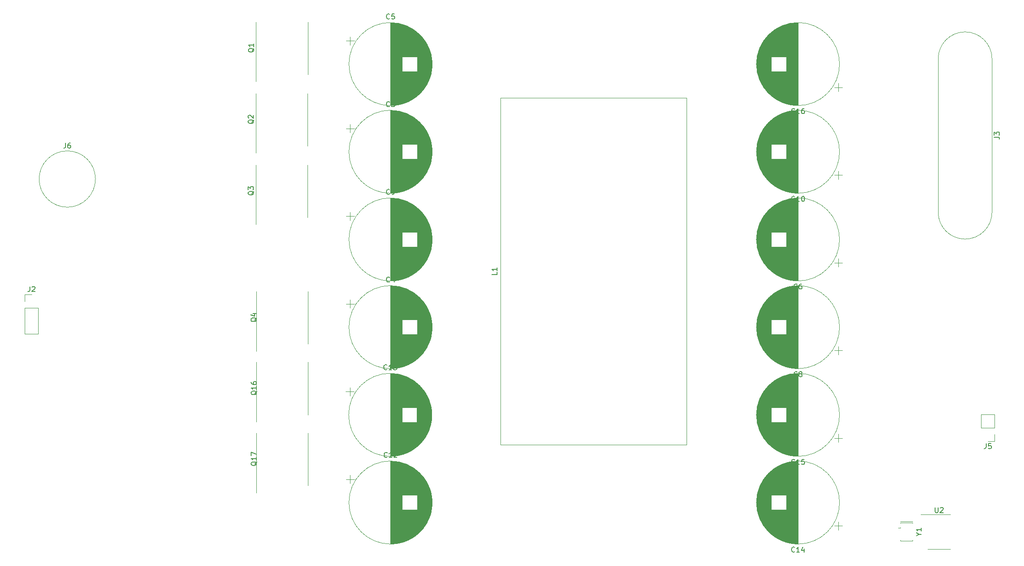
<source format=gbr>
%TF.GenerationSoftware,KiCad,Pcbnew,(6.0.0-rc1-57-gf03efa1cba)*%
%TF.CreationDate,2021-11-19T01:11:21-08:00*%
%TF.ProjectId,OpenCharger,4f70656e-4368-4617-9267-65722e6b6963,rev?*%
%TF.SameCoordinates,Original*%
%TF.FileFunction,Legend,Top*%
%TF.FilePolarity,Positive*%
%FSLAX46Y46*%
G04 Gerber Fmt 4.6, Leading zero omitted, Abs format (unit mm)*
G04 Created by KiCad (PCBNEW (6.0.0-rc1-57-gf03efa1cba)) date 2021-11-19 01:11:21*
%MOMM*%
%LPD*%
G01*
G04 APERTURE LIST*
%ADD10C,0.150000*%
%ADD11C,0.120000*%
G04 APERTURE END LIST*
D10*
%TO.C,L1*%
X162610380Y-220384666D02*
X162610380Y-220860857D01*
X161610380Y-220860857D01*
X162610380Y-219527523D02*
X162610380Y-220098952D01*
X162610380Y-219813238D02*
X161610380Y-219813238D01*
X161753238Y-219908476D01*
X161848476Y-220003714D01*
X161896095Y-220098952D01*
%TO.C,J5*%
X258111666Y-253882380D02*
X258111666Y-254596666D01*
X258064047Y-254739523D01*
X257968809Y-254834761D01*
X257825952Y-254882380D01*
X257730714Y-254882380D01*
X259064047Y-253882380D02*
X258587857Y-253882380D01*
X258540238Y-254358571D01*
X258587857Y-254310952D01*
X258683095Y-254263333D01*
X258921190Y-254263333D01*
X259016428Y-254310952D01*
X259064047Y-254358571D01*
X259111666Y-254453809D01*
X259111666Y-254691904D01*
X259064047Y-254787142D01*
X259016428Y-254834761D01*
X258921190Y-254882380D01*
X258683095Y-254882380D01*
X258587857Y-254834761D01*
X258540238Y-254787142D01*
%TO.C,C16*%
X220734897Y-189312142D02*
X220687278Y-189359761D01*
X220544421Y-189407380D01*
X220449183Y-189407380D01*
X220306326Y-189359761D01*
X220211088Y-189264523D01*
X220163469Y-189169285D01*
X220115850Y-188978809D01*
X220115850Y-188835952D01*
X220163469Y-188645476D01*
X220211088Y-188550238D01*
X220306326Y-188455000D01*
X220449183Y-188407380D01*
X220544421Y-188407380D01*
X220687278Y-188455000D01*
X220734897Y-188502619D01*
X221687278Y-189407380D02*
X221115850Y-189407380D01*
X221401564Y-189407380D02*
X221401564Y-188407380D01*
X221306326Y-188550238D01*
X221211088Y-188645476D01*
X221115850Y-188693095D01*
X222544421Y-188407380D02*
X222353945Y-188407380D01*
X222258707Y-188455000D01*
X222211088Y-188502619D01*
X222115850Y-188645476D01*
X222068231Y-188835952D01*
X222068231Y-189216904D01*
X222115850Y-189312142D01*
X222163469Y-189359761D01*
X222258707Y-189407380D01*
X222449183Y-189407380D01*
X222544421Y-189359761D01*
X222592040Y-189312142D01*
X222639659Y-189216904D01*
X222639659Y-188978809D01*
X222592040Y-188883571D01*
X222544421Y-188835952D01*
X222449183Y-188788333D01*
X222258707Y-188788333D01*
X222163469Y-188835952D01*
X222115850Y-188883571D01*
X222068231Y-188978809D01*
%TO.C,C15*%
X220734897Y-257892142D02*
X220687278Y-257939761D01*
X220544421Y-257987380D01*
X220449183Y-257987380D01*
X220306326Y-257939761D01*
X220211088Y-257844523D01*
X220163469Y-257749285D01*
X220115850Y-257558809D01*
X220115850Y-257415952D01*
X220163469Y-257225476D01*
X220211088Y-257130238D01*
X220306326Y-257035000D01*
X220449183Y-256987380D01*
X220544421Y-256987380D01*
X220687278Y-257035000D01*
X220734897Y-257082619D01*
X221687278Y-257987380D02*
X221115850Y-257987380D01*
X221401564Y-257987380D02*
X221401564Y-256987380D01*
X221306326Y-257130238D01*
X221211088Y-257225476D01*
X221115850Y-257273095D01*
X222592040Y-256987380D02*
X222115850Y-256987380D01*
X222068231Y-257463571D01*
X222115850Y-257415952D01*
X222211088Y-257368333D01*
X222449183Y-257368333D01*
X222544421Y-257415952D01*
X222592040Y-257463571D01*
X222639659Y-257558809D01*
X222639659Y-257796904D01*
X222592040Y-257892142D01*
X222544421Y-257939761D01*
X222449183Y-257987380D01*
X222211088Y-257987380D01*
X222115850Y-257939761D01*
X222068231Y-257892142D01*
%TO.C,C14*%
X220734897Y-275037142D02*
X220687278Y-275084761D01*
X220544421Y-275132380D01*
X220449183Y-275132380D01*
X220306326Y-275084761D01*
X220211088Y-274989523D01*
X220163469Y-274894285D01*
X220115850Y-274703809D01*
X220115850Y-274560952D01*
X220163469Y-274370476D01*
X220211088Y-274275238D01*
X220306326Y-274180000D01*
X220449183Y-274132380D01*
X220544421Y-274132380D01*
X220687278Y-274180000D01*
X220734897Y-274227619D01*
X221687278Y-275132380D02*
X221115850Y-275132380D01*
X221401564Y-275132380D02*
X221401564Y-274132380D01*
X221306326Y-274275238D01*
X221211088Y-274370476D01*
X221115850Y-274418095D01*
X222544421Y-274465714D02*
X222544421Y-275132380D01*
X222306326Y-274084761D02*
X222068231Y-274799047D01*
X222687278Y-274799047D01*
%TO.C,C13*%
X141142143Y-239392142D02*
X141094524Y-239439761D01*
X140951667Y-239487380D01*
X140856429Y-239487380D01*
X140713572Y-239439761D01*
X140618334Y-239344523D01*
X140570715Y-239249285D01*
X140523096Y-239058809D01*
X140523096Y-238915952D01*
X140570715Y-238725476D01*
X140618334Y-238630238D01*
X140713572Y-238535000D01*
X140856429Y-238487380D01*
X140951667Y-238487380D01*
X141094524Y-238535000D01*
X141142143Y-238582619D01*
X142094524Y-239487380D02*
X141523096Y-239487380D01*
X141808810Y-239487380D02*
X141808810Y-238487380D01*
X141713572Y-238630238D01*
X141618334Y-238725476D01*
X141523096Y-238773095D01*
X142427858Y-238487380D02*
X143046905Y-238487380D01*
X142713572Y-238868333D01*
X142856429Y-238868333D01*
X142951667Y-238915952D01*
X142999286Y-238963571D01*
X143046905Y-239058809D01*
X143046905Y-239296904D01*
X142999286Y-239392142D01*
X142951667Y-239439761D01*
X142856429Y-239487380D01*
X142570715Y-239487380D01*
X142475477Y-239439761D01*
X142427858Y-239392142D01*
%TO.C,C12*%
X141199388Y-256537142D02*
X141151769Y-256584761D01*
X141008912Y-256632380D01*
X140913674Y-256632380D01*
X140770817Y-256584761D01*
X140675579Y-256489523D01*
X140627960Y-256394285D01*
X140580341Y-256203809D01*
X140580341Y-256060952D01*
X140627960Y-255870476D01*
X140675579Y-255775238D01*
X140770817Y-255680000D01*
X140913674Y-255632380D01*
X141008912Y-255632380D01*
X141151769Y-255680000D01*
X141199388Y-255727619D01*
X142151769Y-256632380D02*
X141580341Y-256632380D01*
X141866055Y-256632380D02*
X141866055Y-255632380D01*
X141770817Y-255775238D01*
X141675579Y-255870476D01*
X141580341Y-255918095D01*
X142532722Y-255727619D02*
X142580341Y-255680000D01*
X142675579Y-255632380D01*
X142913674Y-255632380D01*
X143008912Y-255680000D01*
X143056531Y-255727619D01*
X143104150Y-255822857D01*
X143104150Y-255918095D01*
X143056531Y-256060952D01*
X142485103Y-256632380D01*
X143104150Y-256632380D01*
%TO.C,C9*%
X141675579Y-205102142D02*
X141627960Y-205149761D01*
X141485103Y-205197380D01*
X141389865Y-205197380D01*
X141247007Y-205149761D01*
X141151769Y-205054523D01*
X141104150Y-204959285D01*
X141056531Y-204768809D01*
X141056531Y-204625952D01*
X141104150Y-204435476D01*
X141151769Y-204340238D01*
X141247007Y-204245000D01*
X141389865Y-204197380D01*
X141485103Y-204197380D01*
X141627960Y-204245000D01*
X141675579Y-204292619D01*
X142151769Y-205197380D02*
X142342246Y-205197380D01*
X142437484Y-205149761D01*
X142485103Y-205102142D01*
X142580341Y-204959285D01*
X142627960Y-204768809D01*
X142627960Y-204387857D01*
X142580341Y-204292619D01*
X142532722Y-204245000D01*
X142437484Y-204197380D01*
X142247007Y-204197380D01*
X142151769Y-204245000D01*
X142104150Y-204292619D01*
X142056531Y-204387857D01*
X142056531Y-204625952D01*
X142104150Y-204721190D01*
X142151769Y-204768809D01*
X142247007Y-204816428D01*
X142437484Y-204816428D01*
X142532722Y-204768809D01*
X142580341Y-204721190D01*
X142627960Y-204625952D01*
%TO.C,C10*%
X220734897Y-206457142D02*
X220687278Y-206504761D01*
X220544421Y-206552380D01*
X220449183Y-206552380D01*
X220306326Y-206504761D01*
X220211088Y-206409523D01*
X220163469Y-206314285D01*
X220115850Y-206123809D01*
X220115850Y-205980952D01*
X220163469Y-205790476D01*
X220211088Y-205695238D01*
X220306326Y-205600000D01*
X220449183Y-205552380D01*
X220544421Y-205552380D01*
X220687278Y-205600000D01*
X220734897Y-205647619D01*
X221687278Y-206552380D02*
X221115850Y-206552380D01*
X221401564Y-206552380D02*
X221401564Y-205552380D01*
X221306326Y-205695238D01*
X221211088Y-205790476D01*
X221115850Y-205838095D01*
X222306326Y-205552380D02*
X222401564Y-205552380D01*
X222496802Y-205600000D01*
X222544421Y-205647619D01*
X222592040Y-205742857D01*
X222639659Y-205933333D01*
X222639659Y-206171428D01*
X222592040Y-206361904D01*
X222544421Y-206457142D01*
X222496802Y-206504761D01*
X222401564Y-206552380D01*
X222306326Y-206552380D01*
X222211088Y-206504761D01*
X222163469Y-206457142D01*
X222115850Y-206361904D01*
X222068231Y-206171428D01*
X222068231Y-205933333D01*
X222115850Y-205742857D01*
X222163469Y-205647619D01*
X222211088Y-205600000D01*
X222306326Y-205552380D01*
%TO.C,C8*%
X221211089Y-240747142D02*
X221163470Y-240794761D01*
X221020613Y-240842380D01*
X220925375Y-240842380D01*
X220782517Y-240794761D01*
X220687279Y-240699523D01*
X220639660Y-240604285D01*
X220592041Y-240413809D01*
X220592041Y-240270952D01*
X220639660Y-240080476D01*
X220687279Y-239985238D01*
X220782517Y-239890000D01*
X220925375Y-239842380D01*
X221020613Y-239842380D01*
X221163470Y-239890000D01*
X221211089Y-239937619D01*
X221782517Y-240270952D02*
X221687279Y-240223333D01*
X221639660Y-240175714D01*
X221592041Y-240080476D01*
X221592041Y-240032857D01*
X221639660Y-239937619D01*
X221687279Y-239890000D01*
X221782517Y-239842380D01*
X221972994Y-239842380D01*
X222068232Y-239890000D01*
X222115851Y-239937619D01*
X222163470Y-240032857D01*
X222163470Y-240080476D01*
X222115851Y-240175714D01*
X222068232Y-240223333D01*
X221972994Y-240270952D01*
X221782517Y-240270952D01*
X221687279Y-240318571D01*
X221639660Y-240366190D01*
X221592041Y-240461428D01*
X221592041Y-240651904D01*
X221639660Y-240747142D01*
X221687279Y-240794761D01*
X221782517Y-240842380D01*
X221972994Y-240842380D01*
X222068232Y-240794761D01*
X222115851Y-240747142D01*
X222163470Y-240651904D01*
X222163470Y-240461428D01*
X222115851Y-240366190D01*
X222068232Y-240318571D01*
X221972994Y-240270952D01*
%TO.C,C6*%
X221211088Y-223602142D02*
X221163469Y-223649761D01*
X221020612Y-223697380D01*
X220925374Y-223697380D01*
X220782516Y-223649761D01*
X220687278Y-223554523D01*
X220639659Y-223459285D01*
X220592040Y-223268809D01*
X220592040Y-223125952D01*
X220639659Y-222935476D01*
X220687278Y-222840238D01*
X220782516Y-222745000D01*
X220925374Y-222697380D01*
X221020612Y-222697380D01*
X221163469Y-222745000D01*
X221211088Y-222792619D01*
X222068231Y-222697380D02*
X221877755Y-222697380D01*
X221782516Y-222745000D01*
X221734897Y-222792619D01*
X221639659Y-222935476D01*
X221592040Y-223125952D01*
X221592040Y-223506904D01*
X221639659Y-223602142D01*
X221687278Y-223649761D01*
X221782516Y-223697380D01*
X221972993Y-223697380D01*
X222068231Y-223649761D01*
X222115850Y-223602142D01*
X222163469Y-223506904D01*
X222163469Y-223268809D01*
X222115850Y-223173571D01*
X222068231Y-223125952D01*
X221972993Y-223078333D01*
X221782516Y-223078333D01*
X221687278Y-223125952D01*
X221639659Y-223173571D01*
X221592040Y-223268809D01*
%TO.C,C5*%
X141675579Y-170812142D02*
X141627960Y-170859761D01*
X141485103Y-170907380D01*
X141389865Y-170907380D01*
X141247007Y-170859761D01*
X141151769Y-170764523D01*
X141104150Y-170669285D01*
X141056531Y-170478809D01*
X141056531Y-170335952D01*
X141104150Y-170145476D01*
X141151769Y-170050238D01*
X141247007Y-169955000D01*
X141389865Y-169907380D01*
X141485103Y-169907380D01*
X141627960Y-169955000D01*
X141675579Y-170002619D01*
X142580341Y-169907380D02*
X142104150Y-169907380D01*
X142056531Y-170383571D01*
X142104150Y-170335952D01*
X142199388Y-170288333D01*
X142437484Y-170288333D01*
X142532722Y-170335952D01*
X142580341Y-170383571D01*
X142627960Y-170478809D01*
X142627960Y-170716904D01*
X142580341Y-170812142D01*
X142532722Y-170859761D01*
X142437484Y-170907380D01*
X142199388Y-170907380D01*
X142104150Y-170859761D01*
X142056531Y-170812142D01*
%TO.C,C4*%
X141675580Y-222247142D02*
X141627961Y-222294761D01*
X141485104Y-222342380D01*
X141389866Y-222342380D01*
X141247008Y-222294761D01*
X141151770Y-222199523D01*
X141104151Y-222104285D01*
X141056532Y-221913809D01*
X141056532Y-221770952D01*
X141104151Y-221580476D01*
X141151770Y-221485238D01*
X141247008Y-221390000D01*
X141389866Y-221342380D01*
X141485104Y-221342380D01*
X141627961Y-221390000D01*
X141675580Y-221437619D01*
X142532723Y-221675714D02*
X142532723Y-222342380D01*
X142294627Y-221294761D02*
X142056532Y-222009047D01*
X142675580Y-222009047D01*
%TO.C,C3*%
X141675579Y-187957142D02*
X141627960Y-188004761D01*
X141485103Y-188052380D01*
X141389865Y-188052380D01*
X141247007Y-188004761D01*
X141151769Y-187909523D01*
X141104150Y-187814285D01*
X141056531Y-187623809D01*
X141056531Y-187480952D01*
X141104150Y-187290476D01*
X141151769Y-187195238D01*
X141247007Y-187100000D01*
X141389865Y-187052380D01*
X141485103Y-187052380D01*
X141627960Y-187100000D01*
X141675579Y-187147619D01*
X142008912Y-187052380D02*
X142627960Y-187052380D01*
X142294626Y-187433333D01*
X142437484Y-187433333D01*
X142532722Y-187480952D01*
X142580341Y-187528571D01*
X142627960Y-187623809D01*
X142627960Y-187861904D01*
X142580341Y-187957142D01*
X142532722Y-188004761D01*
X142437484Y-188052380D01*
X142151769Y-188052380D01*
X142056531Y-188004761D01*
X142008912Y-187957142D01*
%TO.C,J2*%
X71421666Y-223197380D02*
X71421666Y-223911666D01*
X71374047Y-224054523D01*
X71278809Y-224149761D01*
X71135952Y-224197380D01*
X71040714Y-224197380D01*
X71850238Y-223292619D02*
X71897857Y-223245000D01*
X71993095Y-223197380D01*
X72231190Y-223197380D01*
X72326428Y-223245000D01*
X72374047Y-223292619D01*
X72421666Y-223387857D01*
X72421666Y-223483095D01*
X72374047Y-223625952D01*
X71802619Y-224197380D01*
X72421666Y-224197380D01*
%TO.C,Q3*%
X115162619Y-204565238D02*
X115115000Y-204660476D01*
X115019761Y-204755714D01*
X114876904Y-204898571D01*
X114829285Y-204993809D01*
X114829285Y-205089047D01*
X115067380Y-205041428D02*
X115019761Y-205136666D01*
X114924523Y-205231904D01*
X114734047Y-205279523D01*
X114400714Y-205279523D01*
X114210238Y-205231904D01*
X114115000Y-205136666D01*
X114067380Y-205041428D01*
X114067380Y-204850952D01*
X114115000Y-204755714D01*
X114210238Y-204660476D01*
X114400714Y-204612857D01*
X114734047Y-204612857D01*
X114924523Y-204660476D01*
X115019761Y-204755714D01*
X115067380Y-204850952D01*
X115067380Y-205041428D01*
X114067380Y-204279523D02*
X114067380Y-203660476D01*
X114448333Y-203993809D01*
X114448333Y-203850952D01*
X114495952Y-203755714D01*
X114543571Y-203708095D01*
X114638809Y-203660476D01*
X114876904Y-203660476D01*
X114972142Y-203708095D01*
X115019761Y-203755714D01*
X115067380Y-203850952D01*
X115067380Y-204136666D01*
X115019761Y-204231904D01*
X114972142Y-204279523D01*
%TO.C,Q1*%
X115197619Y-176625238D02*
X115150000Y-176720476D01*
X115054761Y-176815714D01*
X114911904Y-176958571D01*
X114864285Y-177053809D01*
X114864285Y-177149047D01*
X115102380Y-177101428D02*
X115054761Y-177196666D01*
X114959523Y-177291904D01*
X114769047Y-177339523D01*
X114435714Y-177339523D01*
X114245238Y-177291904D01*
X114150000Y-177196666D01*
X114102380Y-177101428D01*
X114102380Y-176910952D01*
X114150000Y-176815714D01*
X114245238Y-176720476D01*
X114435714Y-176672857D01*
X114769047Y-176672857D01*
X114959523Y-176720476D01*
X115054761Y-176815714D01*
X115102380Y-176910952D01*
X115102380Y-177101428D01*
X115102380Y-175720476D02*
X115102380Y-176291904D01*
X115102380Y-176006190D02*
X114102380Y-176006190D01*
X114245238Y-176101428D01*
X114340476Y-176196666D01*
X114388095Y-176291904D01*
%TO.C,Q2*%
X115162619Y-190595238D02*
X115115000Y-190690476D01*
X115019761Y-190785714D01*
X114876904Y-190928571D01*
X114829285Y-191023809D01*
X114829285Y-191119047D01*
X115067380Y-191071428D02*
X115019761Y-191166666D01*
X114924523Y-191261904D01*
X114734047Y-191309523D01*
X114400714Y-191309523D01*
X114210238Y-191261904D01*
X114115000Y-191166666D01*
X114067380Y-191071428D01*
X114067380Y-190880952D01*
X114115000Y-190785714D01*
X114210238Y-190690476D01*
X114400714Y-190642857D01*
X114734047Y-190642857D01*
X114924523Y-190690476D01*
X115019761Y-190785714D01*
X115067380Y-190880952D01*
X115067380Y-191071428D01*
X114162619Y-190261904D02*
X114115000Y-190214285D01*
X114067380Y-190119047D01*
X114067380Y-189880952D01*
X114115000Y-189785714D01*
X114162619Y-189738095D01*
X114257857Y-189690476D01*
X114353095Y-189690476D01*
X114495952Y-189738095D01*
X115067380Y-190309523D01*
X115067380Y-189690476D01*
%TO.C,J6*%
X78406666Y-195136380D02*
X78406666Y-195850666D01*
X78359047Y-195993523D01*
X78263809Y-196088761D01*
X78120952Y-196136380D01*
X78025714Y-196136380D01*
X79311428Y-195136380D02*
X79120952Y-195136380D01*
X79025714Y-195184000D01*
X78978095Y-195231619D01*
X78882857Y-195374476D01*
X78835238Y-195564952D01*
X78835238Y-195945904D01*
X78882857Y-196041142D01*
X78930476Y-196088761D01*
X79025714Y-196136380D01*
X79216190Y-196136380D01*
X79311428Y-196088761D01*
X79359047Y-196041142D01*
X79406666Y-195945904D01*
X79406666Y-195707809D01*
X79359047Y-195612571D01*
X79311428Y-195564952D01*
X79216190Y-195517333D01*
X79025714Y-195517333D01*
X78930476Y-195564952D01*
X78882857Y-195612571D01*
X78835238Y-195707809D01*
%TO.C,Q17*%
X115732619Y-257456428D02*
X115685000Y-257551666D01*
X115589761Y-257646904D01*
X115446904Y-257789761D01*
X115399285Y-257885000D01*
X115399285Y-257980238D01*
X115637380Y-257932619D02*
X115589761Y-258027857D01*
X115494523Y-258123095D01*
X115304047Y-258170714D01*
X114970714Y-258170714D01*
X114780238Y-258123095D01*
X114685000Y-258027857D01*
X114637380Y-257932619D01*
X114637380Y-257742142D01*
X114685000Y-257646904D01*
X114780238Y-257551666D01*
X114970714Y-257504047D01*
X115304047Y-257504047D01*
X115494523Y-257551666D01*
X115589761Y-257646904D01*
X115637380Y-257742142D01*
X115637380Y-257932619D01*
X115637380Y-256551666D02*
X115637380Y-257123095D01*
X115637380Y-256837380D02*
X114637380Y-256837380D01*
X114780238Y-256932619D01*
X114875476Y-257027857D01*
X114923095Y-257123095D01*
X114637380Y-256218333D02*
X114637380Y-255551666D01*
X115637380Y-255980238D01*
%TO.C,Q16*%
X115732619Y-243626428D02*
X115685000Y-243721666D01*
X115589761Y-243816904D01*
X115446904Y-243959761D01*
X115399285Y-244055000D01*
X115399285Y-244150238D01*
X115637380Y-244102619D02*
X115589761Y-244197857D01*
X115494523Y-244293095D01*
X115304047Y-244340714D01*
X114970714Y-244340714D01*
X114780238Y-244293095D01*
X114685000Y-244197857D01*
X114637380Y-244102619D01*
X114637380Y-243912142D01*
X114685000Y-243816904D01*
X114780238Y-243721666D01*
X114970714Y-243674047D01*
X115304047Y-243674047D01*
X115494523Y-243721666D01*
X115589761Y-243816904D01*
X115637380Y-243912142D01*
X115637380Y-244102619D01*
X115637380Y-242721666D02*
X115637380Y-243293095D01*
X115637380Y-243007380D02*
X114637380Y-243007380D01*
X114780238Y-243102619D01*
X114875476Y-243197857D01*
X114923095Y-243293095D01*
X114637380Y-241864523D02*
X114637380Y-242055000D01*
X114685000Y-242150238D01*
X114732619Y-242197857D01*
X114875476Y-242293095D01*
X115065952Y-242340714D01*
X115446904Y-242340714D01*
X115542142Y-242293095D01*
X115589761Y-242245476D01*
X115637380Y-242150238D01*
X115637380Y-241959761D01*
X115589761Y-241864523D01*
X115542142Y-241816904D01*
X115446904Y-241769285D01*
X115208809Y-241769285D01*
X115113571Y-241816904D01*
X115065952Y-241864523D01*
X115018333Y-241959761D01*
X115018333Y-242150238D01*
X115065952Y-242245476D01*
X115113571Y-242293095D01*
X115208809Y-242340714D01*
%TO.C,U2*%
X248158095Y-266397380D02*
X248158095Y-267206904D01*
X248205714Y-267302142D01*
X248253333Y-267349761D01*
X248348571Y-267397380D01*
X248539047Y-267397380D01*
X248634285Y-267349761D01*
X248681904Y-267302142D01*
X248729523Y-267206904D01*
X248729523Y-266397380D01*
X249158095Y-266492619D02*
X249205714Y-266445000D01*
X249300952Y-266397380D01*
X249539047Y-266397380D01*
X249634285Y-266445000D01*
X249681904Y-266492619D01*
X249729523Y-266587857D01*
X249729523Y-266683095D01*
X249681904Y-266825952D01*
X249110476Y-267397380D01*
X249729523Y-267397380D01*
%TO.C,Y1*%
X244996190Y-271621190D02*
X245472380Y-271621190D01*
X244472380Y-271954523D02*
X244996190Y-271621190D01*
X244472380Y-271287857D01*
X245472380Y-270430714D02*
X245472380Y-271002142D01*
X245472380Y-270716428D02*
X244472380Y-270716428D01*
X244615238Y-270811666D01*
X244710476Y-270906904D01*
X244758095Y-271002142D01*
%TO.C,J3*%
X259692380Y-193993333D02*
X260406666Y-193993333D01*
X260549523Y-194040952D01*
X260644761Y-194136190D01*
X260692380Y-194279047D01*
X260692380Y-194374285D01*
X259692380Y-193612380D02*
X259692380Y-192993333D01*
X260073333Y-193326666D01*
X260073333Y-193183809D01*
X260120952Y-193088571D01*
X260168571Y-193040952D01*
X260263809Y-192993333D01*
X260501904Y-192993333D01*
X260597142Y-193040952D01*
X260644761Y-193088571D01*
X260692380Y-193183809D01*
X260692380Y-193469523D01*
X260644761Y-193564761D01*
X260597142Y-193612380D01*
%TO.C,Q4*%
X115697619Y-229320238D02*
X115650000Y-229415476D01*
X115554761Y-229510714D01*
X115411904Y-229653571D01*
X115364285Y-229748809D01*
X115364285Y-229844047D01*
X115602380Y-229796428D02*
X115554761Y-229891666D01*
X115459523Y-229986904D01*
X115269047Y-230034523D01*
X114935714Y-230034523D01*
X114745238Y-229986904D01*
X114650000Y-229891666D01*
X114602380Y-229796428D01*
X114602380Y-229605952D01*
X114650000Y-229510714D01*
X114745238Y-229415476D01*
X114935714Y-229367857D01*
X115269047Y-229367857D01*
X115459523Y-229415476D01*
X115554761Y-229510714D01*
X115602380Y-229605952D01*
X115602380Y-229796428D01*
X114935714Y-228510714D02*
X115602380Y-228510714D01*
X114554761Y-228748809D02*
X115269047Y-228986904D01*
X115269047Y-228367857D01*
D11*
%TO.C,L1*%
X163288000Y-254138000D02*
X199628000Y-254138000D01*
X163288000Y-186298000D02*
X199628000Y-186298000D01*
X163288000Y-254138000D02*
X163288000Y-186298000D01*
X199628000Y-254138000D02*
X199628000Y-186298000D01*
%TO.C,J5*%
X259775000Y-248230000D02*
X257115000Y-248230000D01*
X259775000Y-250830000D02*
X259775000Y-248230000D01*
X257115000Y-250830000D02*
X257115000Y-248230000D01*
X259775000Y-250830000D02*
X257115000Y-250830000D01*
X259775000Y-252100000D02*
X259775000Y-253430000D01*
X259775000Y-253430000D02*
X258445000Y-253430000D01*
%TO.C,C16*%
X229267246Y-185060000D02*
X229267246Y-183460000D01*
X230067246Y-184260000D02*
X228467246Y-184260000D01*
X213296755Y-180470000D02*
X213296755Y-178940000D01*
X213336755Y-180803000D02*
X213336755Y-178607000D01*
X213376755Y-181056000D02*
X213376755Y-178354000D01*
X213416755Y-181269000D02*
X213416755Y-178141000D01*
X213456755Y-181457000D02*
X213456755Y-177953000D01*
X213496755Y-181625000D02*
X213496755Y-177785000D01*
X213536755Y-181779000D02*
X213536755Y-177631000D01*
X213576755Y-181923000D02*
X213576755Y-177487000D01*
X213616755Y-182056000D02*
X213616755Y-177354000D01*
X213656755Y-182183000D02*
X213656755Y-177227000D01*
X213696755Y-182302000D02*
X213696755Y-177108000D01*
X213736755Y-182416000D02*
X213736755Y-176994000D01*
X213776755Y-182525000D02*
X213776755Y-176885000D01*
X213816755Y-182629000D02*
X213816755Y-176781000D01*
X213856755Y-182729000D02*
X213856755Y-176681000D01*
X213896755Y-182825000D02*
X213896755Y-176585000D01*
X213936755Y-182918000D02*
X213936755Y-176492000D01*
X213976755Y-183008000D02*
X213976755Y-176402000D01*
X214016755Y-183095000D02*
X214016755Y-176315000D01*
X214056755Y-183180000D02*
X214056755Y-176230000D01*
X214096755Y-183262000D02*
X214096755Y-176148000D01*
X214136755Y-183342000D02*
X214136755Y-176068000D01*
X214176755Y-183420000D02*
X214176755Y-175990000D01*
X214216755Y-183495000D02*
X214216755Y-175915000D01*
X214256755Y-183569000D02*
X214256755Y-175841000D01*
X214296755Y-183641000D02*
X214296755Y-175769000D01*
X214336755Y-183712000D02*
X214336755Y-175698000D01*
X214376755Y-183781000D02*
X214376755Y-175629000D01*
X214416755Y-183848000D02*
X214416755Y-175562000D01*
X214456755Y-183914000D02*
X214456755Y-175496000D01*
X214496755Y-183978000D02*
X214496755Y-175432000D01*
X214536755Y-184041000D02*
X214536755Y-175369000D01*
X214576755Y-184103000D02*
X214576755Y-175307000D01*
X214616755Y-184164000D02*
X214616755Y-175246000D01*
X214656755Y-184224000D02*
X214656755Y-175186000D01*
X214696755Y-184282000D02*
X214696755Y-175128000D01*
X214736755Y-184339000D02*
X214736755Y-175071000D01*
X214776755Y-184396000D02*
X214776755Y-175014000D01*
X214816755Y-184451000D02*
X214816755Y-174959000D01*
X214856755Y-184505000D02*
X214856755Y-174905000D01*
X214896755Y-184559000D02*
X214896755Y-174851000D01*
X214936755Y-184611000D02*
X214936755Y-174799000D01*
X214976755Y-184663000D02*
X214976755Y-174747000D01*
X215016755Y-184714000D02*
X215016755Y-174696000D01*
X215056755Y-184764000D02*
X215056755Y-174646000D01*
X215096755Y-184813000D02*
X215096755Y-174597000D01*
X215136755Y-184861000D02*
X215136755Y-174549000D01*
X215176755Y-184909000D02*
X215176755Y-174501000D01*
X215216755Y-184956000D02*
X215216755Y-174454000D01*
X215256755Y-185002000D02*
X215256755Y-174408000D01*
X215296755Y-185048000D02*
X215296755Y-174362000D01*
X215336755Y-185093000D02*
X215336755Y-174317000D01*
X215376755Y-185137000D02*
X215376755Y-174273000D01*
X215416755Y-185180000D02*
X215416755Y-174230000D01*
X215456755Y-185223000D02*
X215456755Y-174187000D01*
X215496755Y-185265000D02*
X215496755Y-174145000D01*
X215536755Y-185307000D02*
X215536755Y-174103000D01*
X215576755Y-185348000D02*
X215576755Y-174062000D01*
X215616755Y-185389000D02*
X215616755Y-174021000D01*
X215656755Y-185429000D02*
X215656755Y-173981000D01*
X215696755Y-185468000D02*
X215696755Y-173942000D01*
X215736755Y-185507000D02*
X215736755Y-173903000D01*
X215776755Y-185545000D02*
X215776755Y-173865000D01*
X215816755Y-185583000D02*
X215816755Y-173827000D01*
X215856755Y-185621000D02*
X215856755Y-173789000D01*
X215896755Y-185657000D02*
X215896755Y-173753000D01*
X215936755Y-185694000D02*
X215936755Y-173716000D01*
X215976755Y-185730000D02*
X215976755Y-173680000D01*
X216016755Y-185765000D02*
X216016755Y-173645000D01*
X216056755Y-185800000D02*
X216056755Y-173610000D01*
X216096755Y-185834000D02*
X216096755Y-173576000D01*
X216136755Y-185868000D02*
X216136755Y-173542000D01*
X216176755Y-185902000D02*
X216176755Y-173508000D01*
X216216755Y-178265000D02*
X216216755Y-173475000D01*
X216216755Y-185935000D02*
X216216755Y-181145000D01*
X216256755Y-178265000D02*
X216256755Y-173442000D01*
X216256755Y-185968000D02*
X216256755Y-181145000D01*
X216296755Y-178265000D02*
X216296755Y-173410000D01*
X216296755Y-186000000D02*
X216296755Y-181145000D01*
X216336755Y-178265000D02*
X216336755Y-173378000D01*
X216336755Y-186032000D02*
X216336755Y-181145000D01*
X216376755Y-178265000D02*
X216376755Y-173347000D01*
X216376755Y-186063000D02*
X216376755Y-181145000D01*
X216416755Y-178265000D02*
X216416755Y-173315000D01*
X216416755Y-186095000D02*
X216416755Y-181145000D01*
X216456755Y-178265000D02*
X216456755Y-173285000D01*
X216456755Y-186125000D02*
X216456755Y-181145000D01*
X216496755Y-178265000D02*
X216496755Y-173255000D01*
X216496755Y-186155000D02*
X216496755Y-181145000D01*
X216536755Y-178265000D02*
X216536755Y-173225000D01*
X216536755Y-186185000D02*
X216536755Y-181145000D01*
X216576755Y-178265000D02*
X216576755Y-173195000D01*
X216576755Y-186215000D02*
X216576755Y-181145000D01*
X216616755Y-178265000D02*
X216616755Y-173166000D01*
X216616755Y-186244000D02*
X216616755Y-181145000D01*
X216656755Y-178265000D02*
X216656755Y-173137000D01*
X216656755Y-186273000D02*
X216656755Y-181145000D01*
X216696755Y-178265000D02*
X216696755Y-173109000D01*
X216696755Y-186301000D02*
X216696755Y-181145000D01*
X216736755Y-178265000D02*
X216736755Y-173081000D01*
X216736755Y-186329000D02*
X216736755Y-181145000D01*
X216776755Y-178265000D02*
X216776755Y-173053000D01*
X216776755Y-186357000D02*
X216776755Y-181145000D01*
X216816755Y-178265000D02*
X216816755Y-173026000D01*
X216816755Y-186384000D02*
X216816755Y-181145000D01*
X216856755Y-178265000D02*
X216856755Y-172999000D01*
X216856755Y-186411000D02*
X216856755Y-181145000D01*
X216896755Y-178265000D02*
X216896755Y-172972000D01*
X216896755Y-186438000D02*
X216896755Y-181145000D01*
X216936755Y-178265000D02*
X216936755Y-172946000D01*
X216936755Y-186464000D02*
X216936755Y-181145000D01*
X216976755Y-178265000D02*
X216976755Y-172920000D01*
X216976755Y-186490000D02*
X216976755Y-181145000D01*
X217016755Y-178265000D02*
X217016755Y-172894000D01*
X217016755Y-186516000D02*
X217016755Y-181145000D01*
X217056755Y-178265000D02*
X217056755Y-172869000D01*
X217056755Y-186541000D02*
X217056755Y-181145000D01*
X217096755Y-178265000D02*
X217096755Y-172844000D01*
X217096755Y-186566000D02*
X217096755Y-181145000D01*
X217136755Y-178265000D02*
X217136755Y-172819000D01*
X217136755Y-186591000D02*
X217136755Y-181145000D01*
X217176755Y-178265000D02*
X217176755Y-172795000D01*
X217176755Y-186615000D02*
X217176755Y-181145000D01*
X217216755Y-178265000D02*
X217216755Y-172771000D01*
X217216755Y-186639000D02*
X217216755Y-181145000D01*
X217256755Y-178265000D02*
X217256755Y-172747000D01*
X217256755Y-186663000D02*
X217256755Y-181145000D01*
X217296755Y-178265000D02*
X217296755Y-172724000D01*
X217296755Y-186686000D02*
X217296755Y-181145000D01*
X217336755Y-178265000D02*
X217336755Y-172701000D01*
X217336755Y-186709000D02*
X217336755Y-181145000D01*
X217376755Y-178265000D02*
X217376755Y-172678000D01*
X217376755Y-186732000D02*
X217376755Y-181145000D01*
X217416755Y-178265000D02*
X217416755Y-172656000D01*
X217416755Y-186754000D02*
X217416755Y-181145000D01*
X217456755Y-178265000D02*
X217456755Y-172633000D01*
X217456755Y-186777000D02*
X217456755Y-181145000D01*
X217496755Y-178265000D02*
X217496755Y-172611000D01*
X217496755Y-186799000D02*
X217496755Y-181145000D01*
X217536755Y-178265000D02*
X217536755Y-172590000D01*
X217536755Y-186820000D02*
X217536755Y-181145000D01*
X217576755Y-178265000D02*
X217576755Y-172569000D01*
X217576755Y-186841000D02*
X217576755Y-181145000D01*
X217616755Y-178265000D02*
X217616755Y-172548000D01*
X217616755Y-186862000D02*
X217616755Y-181145000D01*
X217656755Y-178265000D02*
X217656755Y-172527000D01*
X217656755Y-186883000D02*
X217656755Y-181145000D01*
X217696755Y-178265000D02*
X217696755Y-172506000D01*
X217696755Y-186904000D02*
X217696755Y-181145000D01*
X217736755Y-178265000D02*
X217736755Y-172486000D01*
X217736755Y-186924000D02*
X217736755Y-181145000D01*
X217776755Y-178265000D02*
X217776755Y-172466000D01*
X217776755Y-186944000D02*
X217776755Y-181145000D01*
X217816755Y-178265000D02*
X217816755Y-172447000D01*
X217816755Y-186963000D02*
X217816755Y-181145000D01*
X217856755Y-178265000D02*
X217856755Y-172427000D01*
X217856755Y-186983000D02*
X217856755Y-181145000D01*
X217896755Y-178265000D02*
X217896755Y-172408000D01*
X217896755Y-187002000D02*
X217896755Y-181145000D01*
X217936755Y-178265000D02*
X217936755Y-172389000D01*
X217936755Y-187021000D02*
X217936755Y-181145000D01*
X217976755Y-178265000D02*
X217976755Y-172371000D01*
X217976755Y-187039000D02*
X217976755Y-181145000D01*
X218016755Y-178265000D02*
X218016755Y-172352000D01*
X218016755Y-187058000D02*
X218016755Y-181145000D01*
X218056755Y-178265000D02*
X218056755Y-172334000D01*
X218056755Y-187076000D02*
X218056755Y-181145000D01*
X218096755Y-178265000D02*
X218096755Y-172316000D01*
X218096755Y-187094000D02*
X218096755Y-181145000D01*
X218136755Y-178265000D02*
X218136755Y-172299000D01*
X218136755Y-187111000D02*
X218136755Y-181145000D01*
X218176755Y-178265000D02*
X218176755Y-172282000D01*
X218176755Y-187128000D02*
X218176755Y-181145000D01*
X218216755Y-178265000D02*
X218216755Y-172265000D01*
X218216755Y-187145000D02*
X218216755Y-181145000D01*
X218256755Y-178265000D02*
X218256755Y-172248000D01*
X218256755Y-187162000D02*
X218256755Y-181145000D01*
X218296755Y-178265000D02*
X218296755Y-172231000D01*
X218296755Y-187179000D02*
X218296755Y-181145000D01*
X218336755Y-178265000D02*
X218336755Y-172215000D01*
X218336755Y-187195000D02*
X218336755Y-181145000D01*
X218376755Y-178265000D02*
X218376755Y-172199000D01*
X218376755Y-187211000D02*
X218376755Y-181145000D01*
X218416755Y-178265000D02*
X218416755Y-172183000D01*
X218416755Y-187227000D02*
X218416755Y-181145000D01*
X218456755Y-178265000D02*
X218456755Y-172168000D01*
X218456755Y-187242000D02*
X218456755Y-181145000D01*
X218496755Y-178265000D02*
X218496755Y-172152000D01*
X218496755Y-187258000D02*
X218496755Y-181145000D01*
X218536755Y-178265000D02*
X218536755Y-172137000D01*
X218536755Y-187273000D02*
X218536755Y-181145000D01*
X218576755Y-178265000D02*
X218576755Y-172123000D01*
X218576755Y-187287000D02*
X218576755Y-181145000D01*
X218616755Y-178265000D02*
X218616755Y-172108000D01*
X218616755Y-187302000D02*
X218616755Y-181145000D01*
X218656755Y-178265000D02*
X218656755Y-172094000D01*
X218656755Y-187316000D02*
X218656755Y-181145000D01*
X218696755Y-178265000D02*
X218696755Y-172080000D01*
X218696755Y-187330000D02*
X218696755Y-181145000D01*
X218736755Y-178265000D02*
X218736755Y-172066000D01*
X218736755Y-187344000D02*
X218736755Y-181145000D01*
X218776755Y-178265000D02*
X218776755Y-172052000D01*
X218776755Y-187358000D02*
X218776755Y-181145000D01*
X218816755Y-178265000D02*
X218816755Y-172039000D01*
X218816755Y-187371000D02*
X218816755Y-181145000D01*
X218856755Y-178265000D02*
X218856755Y-172025000D01*
X218856755Y-187385000D02*
X218856755Y-181145000D01*
X218896755Y-178265000D02*
X218896755Y-172012000D01*
X218896755Y-187398000D02*
X218896755Y-181145000D01*
X218936755Y-178265000D02*
X218936755Y-172000000D01*
X218936755Y-187410000D02*
X218936755Y-181145000D01*
X218976755Y-178265000D02*
X218976755Y-171987000D01*
X218976755Y-187423000D02*
X218976755Y-181145000D01*
X219016755Y-178265000D02*
X219016755Y-171975000D01*
X219016755Y-187435000D02*
X219016755Y-181145000D01*
X219056755Y-178265000D02*
X219056755Y-171963000D01*
X219056755Y-187447000D02*
X219056755Y-181145000D01*
X219096755Y-187459000D02*
X219096755Y-171951000D01*
X219136755Y-187470000D02*
X219136755Y-171940000D01*
X219176755Y-187482000D02*
X219176755Y-171928000D01*
X219216755Y-187493000D02*
X219216755Y-171917000D01*
X219256755Y-187504000D02*
X219256755Y-171906000D01*
X219296755Y-187515000D02*
X219296755Y-171895000D01*
X219336755Y-187525000D02*
X219336755Y-171885000D01*
X219376755Y-187535000D02*
X219376755Y-171875000D01*
X219416755Y-187545000D02*
X219416755Y-171865000D01*
X219456755Y-187555000D02*
X219456755Y-171855000D01*
X219496755Y-187565000D02*
X219496755Y-171845000D01*
X219536755Y-187574000D02*
X219536755Y-171836000D01*
X219576755Y-187583000D02*
X219576755Y-171827000D01*
X219616755Y-187592000D02*
X219616755Y-171818000D01*
X219656755Y-187601000D02*
X219656755Y-171809000D01*
X219696755Y-187610000D02*
X219696755Y-171800000D01*
X219736755Y-187618000D02*
X219736755Y-171792000D01*
X219776755Y-187626000D02*
X219776755Y-171784000D01*
X219816755Y-187634000D02*
X219816755Y-171776000D01*
X219856755Y-187642000D02*
X219856755Y-171768000D01*
X219896755Y-187649000D02*
X219896755Y-171761000D01*
X219936755Y-187657000D02*
X219936755Y-171753000D01*
X219976755Y-187664000D02*
X219976755Y-171746000D01*
X220016755Y-187671000D02*
X220016755Y-171739000D01*
X220056755Y-187677000D02*
X220056755Y-171733000D01*
X220096755Y-187684000D02*
X220096755Y-171726000D01*
X220136755Y-187690000D02*
X220136755Y-171720000D01*
X220176755Y-187696000D02*
X220176755Y-171714000D01*
X220216755Y-187702000D02*
X220216755Y-171708000D01*
X220256755Y-187708000D02*
X220256755Y-171702000D01*
X220296755Y-187713000D02*
X220296755Y-171697000D01*
X220336755Y-187719000D02*
X220336755Y-171691000D01*
X220376755Y-187724000D02*
X220376755Y-171686000D01*
X220416755Y-187729000D02*
X220416755Y-171681000D01*
X220456755Y-187733000D02*
X220456755Y-171677000D01*
X220496755Y-187738000D02*
X220496755Y-171672000D01*
X220536755Y-187742000D02*
X220536755Y-171668000D01*
X220576755Y-187746000D02*
X220576755Y-171664000D01*
X220616755Y-187750000D02*
X220616755Y-171660000D01*
X220656755Y-187754000D02*
X220656755Y-171656000D01*
X220697755Y-187757000D02*
X220697755Y-171653000D01*
X220737755Y-187760000D02*
X220737755Y-171650000D01*
X220777755Y-187763000D02*
X220777755Y-171647000D01*
X220817755Y-187766000D02*
X220817755Y-171644000D01*
X220857755Y-187769000D02*
X220857755Y-171641000D01*
X220897755Y-187771000D02*
X220897755Y-171639000D01*
X220937755Y-187774000D02*
X220937755Y-171636000D01*
X220977755Y-187776000D02*
X220977755Y-171634000D01*
X221017755Y-187778000D02*
X221017755Y-171632000D01*
X221057755Y-187779000D02*
X221057755Y-171631000D01*
X221097755Y-187781000D02*
X221097755Y-171629000D01*
X221137755Y-187782000D02*
X221137755Y-171628000D01*
X221177755Y-187783000D02*
X221177755Y-171627000D01*
X221217755Y-187784000D02*
X221217755Y-171626000D01*
X221257755Y-187785000D02*
X221257755Y-171625000D01*
X221297755Y-187785000D02*
X221297755Y-171625000D01*
X221337755Y-187785000D02*
X221337755Y-171625000D01*
X221377755Y-187786000D02*
X221377755Y-171624000D01*
X229497755Y-179705000D02*
G75*
G03*
X229497755Y-179705000I-8120000J0D01*
G01*
%TO.C,C15*%
X229497755Y-248285000D02*
G75*
G03*
X229497755Y-248285000I-8120000J0D01*
G01*
X221377755Y-256366000D02*
X221377755Y-240204000D01*
X221337755Y-256365000D02*
X221337755Y-240205000D01*
X221297755Y-256365000D02*
X221297755Y-240205000D01*
X221257755Y-256365000D02*
X221257755Y-240205000D01*
X221217755Y-256364000D02*
X221217755Y-240206000D01*
X221177755Y-256363000D02*
X221177755Y-240207000D01*
X221137755Y-256362000D02*
X221137755Y-240208000D01*
X221097755Y-256361000D02*
X221097755Y-240209000D01*
X221057755Y-256359000D02*
X221057755Y-240211000D01*
X221017755Y-256358000D02*
X221017755Y-240212000D01*
X220977755Y-256356000D02*
X220977755Y-240214000D01*
X220937755Y-256354000D02*
X220937755Y-240216000D01*
X220897755Y-256351000D02*
X220897755Y-240219000D01*
X220857755Y-256349000D02*
X220857755Y-240221000D01*
X220817755Y-256346000D02*
X220817755Y-240224000D01*
X220777755Y-256343000D02*
X220777755Y-240227000D01*
X220737755Y-256340000D02*
X220737755Y-240230000D01*
X220697755Y-256337000D02*
X220697755Y-240233000D01*
X220656755Y-256334000D02*
X220656755Y-240236000D01*
X220616755Y-256330000D02*
X220616755Y-240240000D01*
X220576755Y-256326000D02*
X220576755Y-240244000D01*
X220536755Y-256322000D02*
X220536755Y-240248000D01*
X220496755Y-256318000D02*
X220496755Y-240252000D01*
X220456755Y-256313000D02*
X220456755Y-240257000D01*
X220416755Y-256309000D02*
X220416755Y-240261000D01*
X220376755Y-256304000D02*
X220376755Y-240266000D01*
X220336755Y-256299000D02*
X220336755Y-240271000D01*
X220296755Y-256293000D02*
X220296755Y-240277000D01*
X220256755Y-256288000D02*
X220256755Y-240282000D01*
X220216755Y-256282000D02*
X220216755Y-240288000D01*
X220176755Y-256276000D02*
X220176755Y-240294000D01*
X220136755Y-256270000D02*
X220136755Y-240300000D01*
X220096755Y-256264000D02*
X220096755Y-240306000D01*
X220056755Y-256257000D02*
X220056755Y-240313000D01*
X220016755Y-256251000D02*
X220016755Y-240319000D01*
X219976755Y-256244000D02*
X219976755Y-240326000D01*
X219936755Y-256237000D02*
X219936755Y-240333000D01*
X219896755Y-256229000D02*
X219896755Y-240341000D01*
X219856755Y-256222000D02*
X219856755Y-240348000D01*
X219816755Y-256214000D02*
X219816755Y-240356000D01*
X219776755Y-256206000D02*
X219776755Y-240364000D01*
X219736755Y-256198000D02*
X219736755Y-240372000D01*
X219696755Y-256190000D02*
X219696755Y-240380000D01*
X219656755Y-256181000D02*
X219656755Y-240389000D01*
X219616755Y-256172000D02*
X219616755Y-240398000D01*
X219576755Y-256163000D02*
X219576755Y-240407000D01*
X219536755Y-256154000D02*
X219536755Y-240416000D01*
X219496755Y-256145000D02*
X219496755Y-240425000D01*
X219456755Y-256135000D02*
X219456755Y-240435000D01*
X219416755Y-256125000D02*
X219416755Y-240445000D01*
X219376755Y-256115000D02*
X219376755Y-240455000D01*
X219336755Y-256105000D02*
X219336755Y-240465000D01*
X219296755Y-256095000D02*
X219296755Y-240475000D01*
X219256755Y-256084000D02*
X219256755Y-240486000D01*
X219216755Y-256073000D02*
X219216755Y-240497000D01*
X219176755Y-256062000D02*
X219176755Y-240508000D01*
X219136755Y-256050000D02*
X219136755Y-240520000D01*
X219096755Y-256039000D02*
X219096755Y-240531000D01*
X219056755Y-256027000D02*
X219056755Y-249725000D01*
X219056755Y-246845000D02*
X219056755Y-240543000D01*
X219016755Y-256015000D02*
X219016755Y-249725000D01*
X219016755Y-246845000D02*
X219016755Y-240555000D01*
X218976755Y-256003000D02*
X218976755Y-249725000D01*
X218976755Y-246845000D02*
X218976755Y-240567000D01*
X218936755Y-255990000D02*
X218936755Y-249725000D01*
X218936755Y-246845000D02*
X218936755Y-240580000D01*
X218896755Y-255978000D02*
X218896755Y-249725000D01*
X218896755Y-246845000D02*
X218896755Y-240592000D01*
X218856755Y-255965000D02*
X218856755Y-249725000D01*
X218856755Y-246845000D02*
X218856755Y-240605000D01*
X218816755Y-255951000D02*
X218816755Y-249725000D01*
X218816755Y-246845000D02*
X218816755Y-240619000D01*
X218776755Y-255938000D02*
X218776755Y-249725000D01*
X218776755Y-246845000D02*
X218776755Y-240632000D01*
X218736755Y-255924000D02*
X218736755Y-249725000D01*
X218736755Y-246845000D02*
X218736755Y-240646000D01*
X218696755Y-255910000D02*
X218696755Y-249725000D01*
X218696755Y-246845000D02*
X218696755Y-240660000D01*
X218656755Y-255896000D02*
X218656755Y-249725000D01*
X218656755Y-246845000D02*
X218656755Y-240674000D01*
X218616755Y-255882000D02*
X218616755Y-249725000D01*
X218616755Y-246845000D02*
X218616755Y-240688000D01*
X218576755Y-255867000D02*
X218576755Y-249725000D01*
X218576755Y-246845000D02*
X218576755Y-240703000D01*
X218536755Y-255853000D02*
X218536755Y-249725000D01*
X218536755Y-246845000D02*
X218536755Y-240717000D01*
X218496755Y-255838000D02*
X218496755Y-249725000D01*
X218496755Y-246845000D02*
X218496755Y-240732000D01*
X218456755Y-255822000D02*
X218456755Y-249725000D01*
X218456755Y-246845000D02*
X218456755Y-240748000D01*
X218416755Y-255807000D02*
X218416755Y-249725000D01*
X218416755Y-246845000D02*
X218416755Y-240763000D01*
X218376755Y-255791000D02*
X218376755Y-249725000D01*
X218376755Y-246845000D02*
X218376755Y-240779000D01*
X218336755Y-255775000D02*
X218336755Y-249725000D01*
X218336755Y-246845000D02*
X218336755Y-240795000D01*
X218296755Y-255759000D02*
X218296755Y-249725000D01*
X218296755Y-246845000D02*
X218296755Y-240811000D01*
X218256755Y-255742000D02*
X218256755Y-249725000D01*
X218256755Y-246845000D02*
X218256755Y-240828000D01*
X218216755Y-255725000D02*
X218216755Y-249725000D01*
X218216755Y-246845000D02*
X218216755Y-240845000D01*
X218176755Y-255708000D02*
X218176755Y-249725000D01*
X218176755Y-246845000D02*
X218176755Y-240862000D01*
X218136755Y-255691000D02*
X218136755Y-249725000D01*
X218136755Y-246845000D02*
X218136755Y-240879000D01*
X218096755Y-255674000D02*
X218096755Y-249725000D01*
X218096755Y-246845000D02*
X218096755Y-240896000D01*
X218056755Y-255656000D02*
X218056755Y-249725000D01*
X218056755Y-246845000D02*
X218056755Y-240914000D01*
X218016755Y-255638000D02*
X218016755Y-249725000D01*
X218016755Y-246845000D02*
X218016755Y-240932000D01*
X217976755Y-255619000D02*
X217976755Y-249725000D01*
X217976755Y-246845000D02*
X217976755Y-240951000D01*
X217936755Y-255601000D02*
X217936755Y-249725000D01*
X217936755Y-246845000D02*
X217936755Y-240969000D01*
X217896755Y-255582000D02*
X217896755Y-249725000D01*
X217896755Y-246845000D02*
X217896755Y-240988000D01*
X217856755Y-255563000D02*
X217856755Y-249725000D01*
X217856755Y-246845000D02*
X217856755Y-241007000D01*
X217816755Y-255543000D02*
X217816755Y-249725000D01*
X217816755Y-246845000D02*
X217816755Y-241027000D01*
X217776755Y-255524000D02*
X217776755Y-249725000D01*
X217776755Y-246845000D02*
X217776755Y-241046000D01*
X217736755Y-255504000D02*
X217736755Y-249725000D01*
X217736755Y-246845000D02*
X217736755Y-241066000D01*
X217696755Y-255484000D02*
X217696755Y-249725000D01*
X217696755Y-246845000D02*
X217696755Y-241086000D01*
X217656755Y-255463000D02*
X217656755Y-249725000D01*
X217656755Y-246845000D02*
X217656755Y-241107000D01*
X217616755Y-255442000D02*
X217616755Y-249725000D01*
X217616755Y-246845000D02*
X217616755Y-241128000D01*
X217576755Y-255421000D02*
X217576755Y-249725000D01*
X217576755Y-246845000D02*
X217576755Y-241149000D01*
X217536755Y-255400000D02*
X217536755Y-249725000D01*
X217536755Y-246845000D02*
X217536755Y-241170000D01*
X217496755Y-255379000D02*
X217496755Y-249725000D01*
X217496755Y-246845000D02*
X217496755Y-241191000D01*
X217456755Y-255357000D02*
X217456755Y-249725000D01*
X217456755Y-246845000D02*
X217456755Y-241213000D01*
X217416755Y-255334000D02*
X217416755Y-249725000D01*
X217416755Y-246845000D02*
X217416755Y-241236000D01*
X217376755Y-255312000D02*
X217376755Y-249725000D01*
X217376755Y-246845000D02*
X217376755Y-241258000D01*
X217336755Y-255289000D02*
X217336755Y-249725000D01*
X217336755Y-246845000D02*
X217336755Y-241281000D01*
X217296755Y-255266000D02*
X217296755Y-249725000D01*
X217296755Y-246845000D02*
X217296755Y-241304000D01*
X217256755Y-255243000D02*
X217256755Y-249725000D01*
X217256755Y-246845000D02*
X217256755Y-241327000D01*
X217216755Y-255219000D02*
X217216755Y-249725000D01*
X217216755Y-246845000D02*
X217216755Y-241351000D01*
X217176755Y-255195000D02*
X217176755Y-249725000D01*
X217176755Y-246845000D02*
X217176755Y-241375000D01*
X217136755Y-255171000D02*
X217136755Y-249725000D01*
X217136755Y-246845000D02*
X217136755Y-241399000D01*
X217096755Y-255146000D02*
X217096755Y-249725000D01*
X217096755Y-246845000D02*
X217096755Y-241424000D01*
X217056755Y-255121000D02*
X217056755Y-249725000D01*
X217056755Y-246845000D02*
X217056755Y-241449000D01*
X217016755Y-255096000D02*
X217016755Y-249725000D01*
X217016755Y-246845000D02*
X217016755Y-241474000D01*
X216976755Y-255070000D02*
X216976755Y-249725000D01*
X216976755Y-246845000D02*
X216976755Y-241500000D01*
X216936755Y-255044000D02*
X216936755Y-249725000D01*
X216936755Y-246845000D02*
X216936755Y-241526000D01*
X216896755Y-255018000D02*
X216896755Y-249725000D01*
X216896755Y-246845000D02*
X216896755Y-241552000D01*
X216856755Y-254991000D02*
X216856755Y-249725000D01*
X216856755Y-246845000D02*
X216856755Y-241579000D01*
X216816755Y-254964000D02*
X216816755Y-249725000D01*
X216816755Y-246845000D02*
X216816755Y-241606000D01*
X216776755Y-254937000D02*
X216776755Y-249725000D01*
X216776755Y-246845000D02*
X216776755Y-241633000D01*
X216736755Y-254909000D02*
X216736755Y-249725000D01*
X216736755Y-246845000D02*
X216736755Y-241661000D01*
X216696755Y-254881000D02*
X216696755Y-249725000D01*
X216696755Y-246845000D02*
X216696755Y-241689000D01*
X216656755Y-254853000D02*
X216656755Y-249725000D01*
X216656755Y-246845000D02*
X216656755Y-241717000D01*
X216616755Y-254824000D02*
X216616755Y-249725000D01*
X216616755Y-246845000D02*
X216616755Y-241746000D01*
X216576755Y-254795000D02*
X216576755Y-249725000D01*
X216576755Y-246845000D02*
X216576755Y-241775000D01*
X216536755Y-254765000D02*
X216536755Y-249725000D01*
X216536755Y-246845000D02*
X216536755Y-241805000D01*
X216496755Y-254735000D02*
X216496755Y-249725000D01*
X216496755Y-246845000D02*
X216496755Y-241835000D01*
X216456755Y-254705000D02*
X216456755Y-249725000D01*
X216456755Y-246845000D02*
X216456755Y-241865000D01*
X216416755Y-254675000D02*
X216416755Y-249725000D01*
X216416755Y-246845000D02*
X216416755Y-241895000D01*
X216376755Y-254643000D02*
X216376755Y-249725000D01*
X216376755Y-246845000D02*
X216376755Y-241927000D01*
X216336755Y-254612000D02*
X216336755Y-249725000D01*
X216336755Y-246845000D02*
X216336755Y-241958000D01*
X216296755Y-254580000D02*
X216296755Y-249725000D01*
X216296755Y-246845000D02*
X216296755Y-241990000D01*
X216256755Y-254548000D02*
X216256755Y-249725000D01*
X216256755Y-246845000D02*
X216256755Y-242022000D01*
X216216755Y-254515000D02*
X216216755Y-249725000D01*
X216216755Y-246845000D02*
X216216755Y-242055000D01*
X216176755Y-254482000D02*
X216176755Y-242088000D01*
X216136755Y-254448000D02*
X216136755Y-242122000D01*
X216096755Y-254414000D02*
X216096755Y-242156000D01*
X216056755Y-254380000D02*
X216056755Y-242190000D01*
X216016755Y-254345000D02*
X216016755Y-242225000D01*
X215976755Y-254310000D02*
X215976755Y-242260000D01*
X215936755Y-254274000D02*
X215936755Y-242296000D01*
X215896755Y-254237000D02*
X215896755Y-242333000D01*
X215856755Y-254201000D02*
X215856755Y-242369000D01*
X215816755Y-254163000D02*
X215816755Y-242407000D01*
X215776755Y-254125000D02*
X215776755Y-242445000D01*
X215736755Y-254087000D02*
X215736755Y-242483000D01*
X215696755Y-254048000D02*
X215696755Y-242522000D01*
X215656755Y-254009000D02*
X215656755Y-242561000D01*
X215616755Y-253969000D02*
X215616755Y-242601000D01*
X215576755Y-253928000D02*
X215576755Y-242642000D01*
X215536755Y-253887000D02*
X215536755Y-242683000D01*
X215496755Y-253845000D02*
X215496755Y-242725000D01*
X215456755Y-253803000D02*
X215456755Y-242767000D01*
X215416755Y-253760000D02*
X215416755Y-242810000D01*
X215376755Y-253717000D02*
X215376755Y-242853000D01*
X215336755Y-253673000D02*
X215336755Y-242897000D01*
X215296755Y-253628000D02*
X215296755Y-242942000D01*
X215256755Y-253582000D02*
X215256755Y-242988000D01*
X215216755Y-253536000D02*
X215216755Y-243034000D01*
X215176755Y-253489000D02*
X215176755Y-243081000D01*
X215136755Y-253441000D02*
X215136755Y-243129000D01*
X215096755Y-253393000D02*
X215096755Y-243177000D01*
X215056755Y-253344000D02*
X215056755Y-243226000D01*
X215016755Y-253294000D02*
X215016755Y-243276000D01*
X214976755Y-253243000D02*
X214976755Y-243327000D01*
X214936755Y-253191000D02*
X214936755Y-243379000D01*
X214896755Y-253139000D02*
X214896755Y-243431000D01*
X214856755Y-253085000D02*
X214856755Y-243485000D01*
X214816755Y-253031000D02*
X214816755Y-243539000D01*
X214776755Y-252976000D02*
X214776755Y-243594000D01*
X214736755Y-252919000D02*
X214736755Y-243651000D01*
X214696755Y-252862000D02*
X214696755Y-243708000D01*
X214656755Y-252804000D02*
X214656755Y-243766000D01*
X214616755Y-252744000D02*
X214616755Y-243826000D01*
X214576755Y-252683000D02*
X214576755Y-243887000D01*
X214536755Y-252621000D02*
X214536755Y-243949000D01*
X214496755Y-252558000D02*
X214496755Y-244012000D01*
X214456755Y-252494000D02*
X214456755Y-244076000D01*
X214416755Y-252428000D02*
X214416755Y-244142000D01*
X214376755Y-252361000D02*
X214376755Y-244209000D01*
X214336755Y-252292000D02*
X214336755Y-244278000D01*
X214296755Y-252221000D02*
X214296755Y-244349000D01*
X214256755Y-252149000D02*
X214256755Y-244421000D01*
X214216755Y-252075000D02*
X214216755Y-244495000D01*
X214176755Y-252000000D02*
X214176755Y-244570000D01*
X214136755Y-251922000D02*
X214136755Y-244648000D01*
X214096755Y-251842000D02*
X214096755Y-244728000D01*
X214056755Y-251760000D02*
X214056755Y-244810000D01*
X214016755Y-251675000D02*
X214016755Y-244895000D01*
X213976755Y-251588000D02*
X213976755Y-244982000D01*
X213936755Y-251498000D02*
X213936755Y-245072000D01*
X213896755Y-251405000D02*
X213896755Y-245165000D01*
X213856755Y-251309000D02*
X213856755Y-245261000D01*
X213816755Y-251209000D02*
X213816755Y-245361000D01*
X213776755Y-251105000D02*
X213776755Y-245465000D01*
X213736755Y-250996000D02*
X213736755Y-245574000D01*
X213696755Y-250882000D02*
X213696755Y-245688000D01*
X213656755Y-250763000D02*
X213656755Y-245807000D01*
X213616755Y-250636000D02*
X213616755Y-245934000D01*
X213576755Y-250503000D02*
X213576755Y-246067000D01*
X213536755Y-250359000D02*
X213536755Y-246211000D01*
X213496755Y-250205000D02*
X213496755Y-246365000D01*
X213456755Y-250037000D02*
X213456755Y-246533000D01*
X213416755Y-249849000D02*
X213416755Y-246721000D01*
X213376755Y-249636000D02*
X213376755Y-246934000D01*
X213336755Y-249383000D02*
X213336755Y-247187000D01*
X213296755Y-249050000D02*
X213296755Y-247520000D01*
X230067246Y-252840000D02*
X228467246Y-252840000D01*
X229267246Y-253640000D02*
X229267246Y-252040000D01*
%TO.C,C14*%
X229497755Y-265430000D02*
G75*
G03*
X229497755Y-265430000I-8120000J0D01*
G01*
X221377755Y-273511000D02*
X221377755Y-257349000D01*
X221337755Y-273510000D02*
X221337755Y-257350000D01*
X221297755Y-273510000D02*
X221297755Y-257350000D01*
X221257755Y-273510000D02*
X221257755Y-257350000D01*
X221217755Y-273509000D02*
X221217755Y-257351000D01*
X221177755Y-273508000D02*
X221177755Y-257352000D01*
X221137755Y-273507000D02*
X221137755Y-257353000D01*
X221097755Y-273506000D02*
X221097755Y-257354000D01*
X221057755Y-273504000D02*
X221057755Y-257356000D01*
X221017755Y-273503000D02*
X221017755Y-257357000D01*
X220977755Y-273501000D02*
X220977755Y-257359000D01*
X220937755Y-273499000D02*
X220937755Y-257361000D01*
X220897755Y-273496000D02*
X220897755Y-257364000D01*
X220857755Y-273494000D02*
X220857755Y-257366000D01*
X220817755Y-273491000D02*
X220817755Y-257369000D01*
X220777755Y-273488000D02*
X220777755Y-257372000D01*
X220737755Y-273485000D02*
X220737755Y-257375000D01*
X220697755Y-273482000D02*
X220697755Y-257378000D01*
X220656755Y-273479000D02*
X220656755Y-257381000D01*
X220616755Y-273475000D02*
X220616755Y-257385000D01*
X220576755Y-273471000D02*
X220576755Y-257389000D01*
X220536755Y-273467000D02*
X220536755Y-257393000D01*
X220496755Y-273463000D02*
X220496755Y-257397000D01*
X220456755Y-273458000D02*
X220456755Y-257402000D01*
X220416755Y-273454000D02*
X220416755Y-257406000D01*
X220376755Y-273449000D02*
X220376755Y-257411000D01*
X220336755Y-273444000D02*
X220336755Y-257416000D01*
X220296755Y-273438000D02*
X220296755Y-257422000D01*
X220256755Y-273433000D02*
X220256755Y-257427000D01*
X220216755Y-273427000D02*
X220216755Y-257433000D01*
X220176755Y-273421000D02*
X220176755Y-257439000D01*
X220136755Y-273415000D02*
X220136755Y-257445000D01*
X220096755Y-273409000D02*
X220096755Y-257451000D01*
X220056755Y-273402000D02*
X220056755Y-257458000D01*
X220016755Y-273396000D02*
X220016755Y-257464000D01*
X219976755Y-273389000D02*
X219976755Y-257471000D01*
X219936755Y-273382000D02*
X219936755Y-257478000D01*
X219896755Y-273374000D02*
X219896755Y-257486000D01*
X219856755Y-273367000D02*
X219856755Y-257493000D01*
X219816755Y-273359000D02*
X219816755Y-257501000D01*
X219776755Y-273351000D02*
X219776755Y-257509000D01*
X219736755Y-273343000D02*
X219736755Y-257517000D01*
X219696755Y-273335000D02*
X219696755Y-257525000D01*
X219656755Y-273326000D02*
X219656755Y-257534000D01*
X219616755Y-273317000D02*
X219616755Y-257543000D01*
X219576755Y-273308000D02*
X219576755Y-257552000D01*
X219536755Y-273299000D02*
X219536755Y-257561000D01*
X219496755Y-273290000D02*
X219496755Y-257570000D01*
X219456755Y-273280000D02*
X219456755Y-257580000D01*
X219416755Y-273270000D02*
X219416755Y-257590000D01*
X219376755Y-273260000D02*
X219376755Y-257600000D01*
X219336755Y-273250000D02*
X219336755Y-257610000D01*
X219296755Y-273240000D02*
X219296755Y-257620000D01*
X219256755Y-273229000D02*
X219256755Y-257631000D01*
X219216755Y-273218000D02*
X219216755Y-257642000D01*
X219176755Y-273207000D02*
X219176755Y-257653000D01*
X219136755Y-273195000D02*
X219136755Y-257665000D01*
X219096755Y-273184000D02*
X219096755Y-257676000D01*
X219056755Y-273172000D02*
X219056755Y-266870000D01*
X219056755Y-263990000D02*
X219056755Y-257688000D01*
X219016755Y-273160000D02*
X219016755Y-266870000D01*
X219016755Y-263990000D02*
X219016755Y-257700000D01*
X218976755Y-273148000D02*
X218976755Y-266870000D01*
X218976755Y-263990000D02*
X218976755Y-257712000D01*
X218936755Y-273135000D02*
X218936755Y-266870000D01*
X218936755Y-263990000D02*
X218936755Y-257725000D01*
X218896755Y-273123000D02*
X218896755Y-266870000D01*
X218896755Y-263990000D02*
X218896755Y-257737000D01*
X218856755Y-273110000D02*
X218856755Y-266870000D01*
X218856755Y-263990000D02*
X218856755Y-257750000D01*
X218816755Y-273096000D02*
X218816755Y-266870000D01*
X218816755Y-263990000D02*
X218816755Y-257764000D01*
X218776755Y-273083000D02*
X218776755Y-266870000D01*
X218776755Y-263990000D02*
X218776755Y-257777000D01*
X218736755Y-273069000D02*
X218736755Y-266870000D01*
X218736755Y-263990000D02*
X218736755Y-257791000D01*
X218696755Y-273055000D02*
X218696755Y-266870000D01*
X218696755Y-263990000D02*
X218696755Y-257805000D01*
X218656755Y-273041000D02*
X218656755Y-266870000D01*
X218656755Y-263990000D02*
X218656755Y-257819000D01*
X218616755Y-273027000D02*
X218616755Y-266870000D01*
X218616755Y-263990000D02*
X218616755Y-257833000D01*
X218576755Y-273012000D02*
X218576755Y-266870000D01*
X218576755Y-263990000D02*
X218576755Y-257848000D01*
X218536755Y-272998000D02*
X218536755Y-266870000D01*
X218536755Y-263990000D02*
X218536755Y-257862000D01*
X218496755Y-272983000D02*
X218496755Y-266870000D01*
X218496755Y-263990000D02*
X218496755Y-257877000D01*
X218456755Y-272967000D02*
X218456755Y-266870000D01*
X218456755Y-263990000D02*
X218456755Y-257893000D01*
X218416755Y-272952000D02*
X218416755Y-266870000D01*
X218416755Y-263990000D02*
X218416755Y-257908000D01*
X218376755Y-272936000D02*
X218376755Y-266870000D01*
X218376755Y-263990000D02*
X218376755Y-257924000D01*
X218336755Y-272920000D02*
X218336755Y-266870000D01*
X218336755Y-263990000D02*
X218336755Y-257940000D01*
X218296755Y-272904000D02*
X218296755Y-266870000D01*
X218296755Y-263990000D02*
X218296755Y-257956000D01*
X218256755Y-272887000D02*
X218256755Y-266870000D01*
X218256755Y-263990000D02*
X218256755Y-257973000D01*
X218216755Y-272870000D02*
X218216755Y-266870000D01*
X218216755Y-263990000D02*
X218216755Y-257990000D01*
X218176755Y-272853000D02*
X218176755Y-266870000D01*
X218176755Y-263990000D02*
X218176755Y-258007000D01*
X218136755Y-272836000D02*
X218136755Y-266870000D01*
X218136755Y-263990000D02*
X218136755Y-258024000D01*
X218096755Y-272819000D02*
X218096755Y-266870000D01*
X218096755Y-263990000D02*
X218096755Y-258041000D01*
X218056755Y-272801000D02*
X218056755Y-266870000D01*
X218056755Y-263990000D02*
X218056755Y-258059000D01*
X218016755Y-272783000D02*
X218016755Y-266870000D01*
X218016755Y-263990000D02*
X218016755Y-258077000D01*
X217976755Y-272764000D02*
X217976755Y-266870000D01*
X217976755Y-263990000D02*
X217976755Y-258096000D01*
X217936755Y-272746000D02*
X217936755Y-266870000D01*
X217936755Y-263990000D02*
X217936755Y-258114000D01*
X217896755Y-272727000D02*
X217896755Y-266870000D01*
X217896755Y-263990000D02*
X217896755Y-258133000D01*
X217856755Y-272708000D02*
X217856755Y-266870000D01*
X217856755Y-263990000D02*
X217856755Y-258152000D01*
X217816755Y-272688000D02*
X217816755Y-266870000D01*
X217816755Y-263990000D02*
X217816755Y-258172000D01*
X217776755Y-272669000D02*
X217776755Y-266870000D01*
X217776755Y-263990000D02*
X217776755Y-258191000D01*
X217736755Y-272649000D02*
X217736755Y-266870000D01*
X217736755Y-263990000D02*
X217736755Y-258211000D01*
X217696755Y-272629000D02*
X217696755Y-266870000D01*
X217696755Y-263990000D02*
X217696755Y-258231000D01*
X217656755Y-272608000D02*
X217656755Y-266870000D01*
X217656755Y-263990000D02*
X217656755Y-258252000D01*
X217616755Y-272587000D02*
X217616755Y-266870000D01*
X217616755Y-263990000D02*
X217616755Y-258273000D01*
X217576755Y-272566000D02*
X217576755Y-266870000D01*
X217576755Y-263990000D02*
X217576755Y-258294000D01*
X217536755Y-272545000D02*
X217536755Y-266870000D01*
X217536755Y-263990000D02*
X217536755Y-258315000D01*
X217496755Y-272524000D02*
X217496755Y-266870000D01*
X217496755Y-263990000D02*
X217496755Y-258336000D01*
X217456755Y-272502000D02*
X217456755Y-266870000D01*
X217456755Y-263990000D02*
X217456755Y-258358000D01*
X217416755Y-272479000D02*
X217416755Y-266870000D01*
X217416755Y-263990000D02*
X217416755Y-258381000D01*
X217376755Y-272457000D02*
X217376755Y-266870000D01*
X217376755Y-263990000D02*
X217376755Y-258403000D01*
X217336755Y-272434000D02*
X217336755Y-266870000D01*
X217336755Y-263990000D02*
X217336755Y-258426000D01*
X217296755Y-272411000D02*
X217296755Y-266870000D01*
X217296755Y-263990000D02*
X217296755Y-258449000D01*
X217256755Y-272388000D02*
X217256755Y-266870000D01*
X217256755Y-263990000D02*
X217256755Y-258472000D01*
X217216755Y-272364000D02*
X217216755Y-266870000D01*
X217216755Y-263990000D02*
X217216755Y-258496000D01*
X217176755Y-272340000D02*
X217176755Y-266870000D01*
X217176755Y-263990000D02*
X217176755Y-258520000D01*
X217136755Y-272316000D02*
X217136755Y-266870000D01*
X217136755Y-263990000D02*
X217136755Y-258544000D01*
X217096755Y-272291000D02*
X217096755Y-266870000D01*
X217096755Y-263990000D02*
X217096755Y-258569000D01*
X217056755Y-272266000D02*
X217056755Y-266870000D01*
X217056755Y-263990000D02*
X217056755Y-258594000D01*
X217016755Y-272241000D02*
X217016755Y-266870000D01*
X217016755Y-263990000D02*
X217016755Y-258619000D01*
X216976755Y-272215000D02*
X216976755Y-266870000D01*
X216976755Y-263990000D02*
X216976755Y-258645000D01*
X216936755Y-272189000D02*
X216936755Y-266870000D01*
X216936755Y-263990000D02*
X216936755Y-258671000D01*
X216896755Y-272163000D02*
X216896755Y-266870000D01*
X216896755Y-263990000D02*
X216896755Y-258697000D01*
X216856755Y-272136000D02*
X216856755Y-266870000D01*
X216856755Y-263990000D02*
X216856755Y-258724000D01*
X216816755Y-272109000D02*
X216816755Y-266870000D01*
X216816755Y-263990000D02*
X216816755Y-258751000D01*
X216776755Y-272082000D02*
X216776755Y-266870000D01*
X216776755Y-263990000D02*
X216776755Y-258778000D01*
X216736755Y-272054000D02*
X216736755Y-266870000D01*
X216736755Y-263990000D02*
X216736755Y-258806000D01*
X216696755Y-272026000D02*
X216696755Y-266870000D01*
X216696755Y-263990000D02*
X216696755Y-258834000D01*
X216656755Y-271998000D02*
X216656755Y-266870000D01*
X216656755Y-263990000D02*
X216656755Y-258862000D01*
X216616755Y-271969000D02*
X216616755Y-266870000D01*
X216616755Y-263990000D02*
X216616755Y-258891000D01*
X216576755Y-271940000D02*
X216576755Y-266870000D01*
X216576755Y-263990000D02*
X216576755Y-258920000D01*
X216536755Y-271910000D02*
X216536755Y-266870000D01*
X216536755Y-263990000D02*
X216536755Y-258950000D01*
X216496755Y-271880000D02*
X216496755Y-266870000D01*
X216496755Y-263990000D02*
X216496755Y-258980000D01*
X216456755Y-271850000D02*
X216456755Y-266870000D01*
X216456755Y-263990000D02*
X216456755Y-259010000D01*
X216416755Y-271820000D02*
X216416755Y-266870000D01*
X216416755Y-263990000D02*
X216416755Y-259040000D01*
X216376755Y-271788000D02*
X216376755Y-266870000D01*
X216376755Y-263990000D02*
X216376755Y-259072000D01*
X216336755Y-271757000D02*
X216336755Y-266870000D01*
X216336755Y-263990000D02*
X216336755Y-259103000D01*
X216296755Y-271725000D02*
X216296755Y-266870000D01*
X216296755Y-263990000D02*
X216296755Y-259135000D01*
X216256755Y-271693000D02*
X216256755Y-266870000D01*
X216256755Y-263990000D02*
X216256755Y-259167000D01*
X216216755Y-271660000D02*
X216216755Y-266870000D01*
X216216755Y-263990000D02*
X216216755Y-259200000D01*
X216176755Y-271627000D02*
X216176755Y-259233000D01*
X216136755Y-271593000D02*
X216136755Y-259267000D01*
X216096755Y-271559000D02*
X216096755Y-259301000D01*
X216056755Y-271525000D02*
X216056755Y-259335000D01*
X216016755Y-271490000D02*
X216016755Y-259370000D01*
X215976755Y-271455000D02*
X215976755Y-259405000D01*
X215936755Y-271419000D02*
X215936755Y-259441000D01*
X215896755Y-271382000D02*
X215896755Y-259478000D01*
X215856755Y-271346000D02*
X215856755Y-259514000D01*
X215816755Y-271308000D02*
X215816755Y-259552000D01*
X215776755Y-271270000D02*
X215776755Y-259590000D01*
X215736755Y-271232000D02*
X215736755Y-259628000D01*
X215696755Y-271193000D02*
X215696755Y-259667000D01*
X215656755Y-271154000D02*
X215656755Y-259706000D01*
X215616755Y-271114000D02*
X215616755Y-259746000D01*
X215576755Y-271073000D02*
X215576755Y-259787000D01*
X215536755Y-271032000D02*
X215536755Y-259828000D01*
X215496755Y-270990000D02*
X215496755Y-259870000D01*
X215456755Y-270948000D02*
X215456755Y-259912000D01*
X215416755Y-270905000D02*
X215416755Y-259955000D01*
X215376755Y-270862000D02*
X215376755Y-259998000D01*
X215336755Y-270818000D02*
X215336755Y-260042000D01*
X215296755Y-270773000D02*
X215296755Y-260087000D01*
X215256755Y-270727000D02*
X215256755Y-260133000D01*
X215216755Y-270681000D02*
X215216755Y-260179000D01*
X215176755Y-270634000D02*
X215176755Y-260226000D01*
X215136755Y-270586000D02*
X215136755Y-260274000D01*
X215096755Y-270538000D02*
X215096755Y-260322000D01*
X215056755Y-270489000D02*
X215056755Y-260371000D01*
X215016755Y-270439000D02*
X215016755Y-260421000D01*
X214976755Y-270388000D02*
X214976755Y-260472000D01*
X214936755Y-270336000D02*
X214936755Y-260524000D01*
X214896755Y-270284000D02*
X214896755Y-260576000D01*
X214856755Y-270230000D02*
X214856755Y-260630000D01*
X214816755Y-270176000D02*
X214816755Y-260684000D01*
X214776755Y-270121000D02*
X214776755Y-260739000D01*
X214736755Y-270064000D02*
X214736755Y-260796000D01*
X214696755Y-270007000D02*
X214696755Y-260853000D01*
X214656755Y-269949000D02*
X214656755Y-260911000D01*
X214616755Y-269889000D02*
X214616755Y-260971000D01*
X214576755Y-269828000D02*
X214576755Y-261032000D01*
X214536755Y-269766000D02*
X214536755Y-261094000D01*
X214496755Y-269703000D02*
X214496755Y-261157000D01*
X214456755Y-269639000D02*
X214456755Y-261221000D01*
X214416755Y-269573000D02*
X214416755Y-261287000D01*
X214376755Y-269506000D02*
X214376755Y-261354000D01*
X214336755Y-269437000D02*
X214336755Y-261423000D01*
X214296755Y-269366000D02*
X214296755Y-261494000D01*
X214256755Y-269294000D02*
X214256755Y-261566000D01*
X214216755Y-269220000D02*
X214216755Y-261640000D01*
X214176755Y-269145000D02*
X214176755Y-261715000D01*
X214136755Y-269067000D02*
X214136755Y-261793000D01*
X214096755Y-268987000D02*
X214096755Y-261873000D01*
X214056755Y-268905000D02*
X214056755Y-261955000D01*
X214016755Y-268820000D02*
X214016755Y-262040000D01*
X213976755Y-268733000D02*
X213976755Y-262127000D01*
X213936755Y-268643000D02*
X213936755Y-262217000D01*
X213896755Y-268550000D02*
X213896755Y-262310000D01*
X213856755Y-268454000D02*
X213856755Y-262406000D01*
X213816755Y-268354000D02*
X213816755Y-262506000D01*
X213776755Y-268250000D02*
X213776755Y-262610000D01*
X213736755Y-268141000D02*
X213736755Y-262719000D01*
X213696755Y-268027000D02*
X213696755Y-262833000D01*
X213656755Y-267908000D02*
X213656755Y-262952000D01*
X213616755Y-267781000D02*
X213616755Y-263079000D01*
X213576755Y-267648000D02*
X213576755Y-263212000D01*
X213536755Y-267504000D02*
X213536755Y-263356000D01*
X213496755Y-267350000D02*
X213496755Y-263510000D01*
X213456755Y-267182000D02*
X213456755Y-263678000D01*
X213416755Y-266994000D02*
X213416755Y-263866000D01*
X213376755Y-266781000D02*
X213376755Y-264079000D01*
X213336755Y-266528000D02*
X213336755Y-264332000D01*
X213296755Y-266195000D02*
X213296755Y-264665000D01*
X230067246Y-269985000D02*
X228467246Y-269985000D01*
X229267246Y-270785000D02*
X229267246Y-269185000D01*
%TO.C,C13*%
X149905001Y-248285000D02*
G75*
G03*
X149905001Y-248285000I-8120000J0D01*
G01*
X141785001Y-240204000D02*
X141785001Y-256366000D01*
X141825001Y-240205000D02*
X141825001Y-256365000D01*
X141865001Y-240205000D02*
X141865001Y-256365000D01*
X141905001Y-240205000D02*
X141905001Y-256365000D01*
X141945001Y-240206000D02*
X141945001Y-256364000D01*
X141985001Y-240207000D02*
X141985001Y-256363000D01*
X142025001Y-240208000D02*
X142025001Y-256362000D01*
X142065001Y-240209000D02*
X142065001Y-256361000D01*
X142105001Y-240211000D02*
X142105001Y-256359000D01*
X142145001Y-240212000D02*
X142145001Y-256358000D01*
X142185001Y-240214000D02*
X142185001Y-256356000D01*
X142225001Y-240216000D02*
X142225001Y-256354000D01*
X142265001Y-240219000D02*
X142265001Y-256351000D01*
X142305001Y-240221000D02*
X142305001Y-256349000D01*
X142345001Y-240224000D02*
X142345001Y-256346000D01*
X142385001Y-240227000D02*
X142385001Y-256343000D01*
X142425001Y-240230000D02*
X142425001Y-256340000D01*
X142465001Y-240233000D02*
X142465001Y-256337000D01*
X142506001Y-240236000D02*
X142506001Y-256334000D01*
X142546001Y-240240000D02*
X142546001Y-256330000D01*
X142586001Y-240244000D02*
X142586001Y-256326000D01*
X142626001Y-240248000D02*
X142626001Y-256322000D01*
X142666001Y-240252000D02*
X142666001Y-256318000D01*
X142706001Y-240257000D02*
X142706001Y-256313000D01*
X142746001Y-240261000D02*
X142746001Y-256309000D01*
X142786001Y-240266000D02*
X142786001Y-256304000D01*
X142826001Y-240271000D02*
X142826001Y-256299000D01*
X142866001Y-240277000D02*
X142866001Y-256293000D01*
X142906001Y-240282000D02*
X142906001Y-256288000D01*
X142946001Y-240288000D02*
X142946001Y-256282000D01*
X142986001Y-240294000D02*
X142986001Y-256276000D01*
X143026001Y-240300000D02*
X143026001Y-256270000D01*
X143066001Y-240306000D02*
X143066001Y-256264000D01*
X143106001Y-240313000D02*
X143106001Y-256257000D01*
X143146001Y-240319000D02*
X143146001Y-256251000D01*
X143186001Y-240326000D02*
X143186001Y-256244000D01*
X143226001Y-240333000D02*
X143226001Y-256237000D01*
X143266001Y-240341000D02*
X143266001Y-256229000D01*
X143306001Y-240348000D02*
X143306001Y-256222000D01*
X143346001Y-240356000D02*
X143346001Y-256214000D01*
X143386001Y-240364000D02*
X143386001Y-256206000D01*
X143426001Y-240372000D02*
X143426001Y-256198000D01*
X143466001Y-240380000D02*
X143466001Y-256190000D01*
X143506001Y-240389000D02*
X143506001Y-256181000D01*
X143546001Y-240398000D02*
X143546001Y-256172000D01*
X143586001Y-240407000D02*
X143586001Y-256163000D01*
X143626001Y-240416000D02*
X143626001Y-256154000D01*
X143666001Y-240425000D02*
X143666001Y-256145000D01*
X143706001Y-240435000D02*
X143706001Y-256135000D01*
X143746001Y-240445000D02*
X143746001Y-256125000D01*
X143786001Y-240455000D02*
X143786001Y-256115000D01*
X143826001Y-240465000D02*
X143826001Y-256105000D01*
X143866001Y-240475000D02*
X143866001Y-256095000D01*
X143906001Y-240486000D02*
X143906001Y-256084000D01*
X143946001Y-240497000D02*
X143946001Y-256073000D01*
X143986001Y-240508000D02*
X143986001Y-256062000D01*
X144026001Y-240520000D02*
X144026001Y-256050000D01*
X144066001Y-240531000D02*
X144066001Y-256039000D01*
X144106001Y-240543000D02*
X144106001Y-246845000D01*
X144106001Y-249725000D02*
X144106001Y-256027000D01*
X144146001Y-240555000D02*
X144146001Y-246845000D01*
X144146001Y-249725000D02*
X144146001Y-256015000D01*
X144186001Y-240567000D02*
X144186001Y-246845000D01*
X144186001Y-249725000D02*
X144186001Y-256003000D01*
X144226001Y-240580000D02*
X144226001Y-246845000D01*
X144226001Y-249725000D02*
X144226001Y-255990000D01*
X144266001Y-240592000D02*
X144266001Y-246845000D01*
X144266001Y-249725000D02*
X144266001Y-255978000D01*
X144306001Y-240605000D02*
X144306001Y-246845000D01*
X144306001Y-249725000D02*
X144306001Y-255965000D01*
X144346001Y-240619000D02*
X144346001Y-246845000D01*
X144346001Y-249725000D02*
X144346001Y-255951000D01*
X144386001Y-240632000D02*
X144386001Y-246845000D01*
X144386001Y-249725000D02*
X144386001Y-255938000D01*
X144426001Y-240646000D02*
X144426001Y-246845000D01*
X144426001Y-249725000D02*
X144426001Y-255924000D01*
X144466001Y-240660000D02*
X144466001Y-246845000D01*
X144466001Y-249725000D02*
X144466001Y-255910000D01*
X144506001Y-240674000D02*
X144506001Y-246845000D01*
X144506001Y-249725000D02*
X144506001Y-255896000D01*
X144546001Y-240688000D02*
X144546001Y-246845000D01*
X144546001Y-249725000D02*
X144546001Y-255882000D01*
X144586001Y-240703000D02*
X144586001Y-246845000D01*
X144586001Y-249725000D02*
X144586001Y-255867000D01*
X144626001Y-240717000D02*
X144626001Y-246845000D01*
X144626001Y-249725000D02*
X144626001Y-255853000D01*
X144666001Y-240732000D02*
X144666001Y-246845000D01*
X144666001Y-249725000D02*
X144666001Y-255838000D01*
X144706001Y-240748000D02*
X144706001Y-246845000D01*
X144706001Y-249725000D02*
X144706001Y-255822000D01*
X144746001Y-240763000D02*
X144746001Y-246845000D01*
X144746001Y-249725000D02*
X144746001Y-255807000D01*
X144786001Y-240779000D02*
X144786001Y-246845000D01*
X144786001Y-249725000D02*
X144786001Y-255791000D01*
X144826001Y-240795000D02*
X144826001Y-246845000D01*
X144826001Y-249725000D02*
X144826001Y-255775000D01*
X144866001Y-240811000D02*
X144866001Y-246845000D01*
X144866001Y-249725000D02*
X144866001Y-255759000D01*
X144906001Y-240828000D02*
X144906001Y-246845000D01*
X144906001Y-249725000D02*
X144906001Y-255742000D01*
X144946001Y-240845000D02*
X144946001Y-246845000D01*
X144946001Y-249725000D02*
X144946001Y-255725000D01*
X144986001Y-240862000D02*
X144986001Y-246845000D01*
X144986001Y-249725000D02*
X144986001Y-255708000D01*
X145026001Y-240879000D02*
X145026001Y-246845000D01*
X145026001Y-249725000D02*
X145026001Y-255691000D01*
X145066001Y-240896000D02*
X145066001Y-246845000D01*
X145066001Y-249725000D02*
X145066001Y-255674000D01*
X145106001Y-240914000D02*
X145106001Y-246845000D01*
X145106001Y-249725000D02*
X145106001Y-255656000D01*
X145146001Y-240932000D02*
X145146001Y-246845000D01*
X145146001Y-249725000D02*
X145146001Y-255638000D01*
X145186001Y-240951000D02*
X145186001Y-246845000D01*
X145186001Y-249725000D02*
X145186001Y-255619000D01*
X145226001Y-240969000D02*
X145226001Y-246845000D01*
X145226001Y-249725000D02*
X145226001Y-255601000D01*
X145266001Y-240988000D02*
X145266001Y-246845000D01*
X145266001Y-249725000D02*
X145266001Y-255582000D01*
X145306001Y-241007000D02*
X145306001Y-246845000D01*
X145306001Y-249725000D02*
X145306001Y-255563000D01*
X145346001Y-241027000D02*
X145346001Y-246845000D01*
X145346001Y-249725000D02*
X145346001Y-255543000D01*
X145386001Y-241046000D02*
X145386001Y-246845000D01*
X145386001Y-249725000D02*
X145386001Y-255524000D01*
X145426001Y-241066000D02*
X145426001Y-246845000D01*
X145426001Y-249725000D02*
X145426001Y-255504000D01*
X145466001Y-241086000D02*
X145466001Y-246845000D01*
X145466001Y-249725000D02*
X145466001Y-255484000D01*
X145506001Y-241107000D02*
X145506001Y-246845000D01*
X145506001Y-249725000D02*
X145506001Y-255463000D01*
X145546001Y-241128000D02*
X145546001Y-246845000D01*
X145546001Y-249725000D02*
X145546001Y-255442000D01*
X145586001Y-241149000D02*
X145586001Y-246845000D01*
X145586001Y-249725000D02*
X145586001Y-255421000D01*
X145626001Y-241170000D02*
X145626001Y-246845000D01*
X145626001Y-249725000D02*
X145626001Y-255400000D01*
X145666001Y-241191000D02*
X145666001Y-246845000D01*
X145666001Y-249725000D02*
X145666001Y-255379000D01*
X145706001Y-241213000D02*
X145706001Y-246845000D01*
X145706001Y-249725000D02*
X145706001Y-255357000D01*
X145746001Y-241236000D02*
X145746001Y-246845000D01*
X145746001Y-249725000D02*
X145746001Y-255334000D01*
X145786001Y-241258000D02*
X145786001Y-246845000D01*
X145786001Y-249725000D02*
X145786001Y-255312000D01*
X145826001Y-241281000D02*
X145826001Y-246845000D01*
X145826001Y-249725000D02*
X145826001Y-255289000D01*
X145866001Y-241304000D02*
X145866001Y-246845000D01*
X145866001Y-249725000D02*
X145866001Y-255266000D01*
X145906001Y-241327000D02*
X145906001Y-246845000D01*
X145906001Y-249725000D02*
X145906001Y-255243000D01*
X145946001Y-241351000D02*
X145946001Y-246845000D01*
X145946001Y-249725000D02*
X145946001Y-255219000D01*
X145986001Y-241375000D02*
X145986001Y-246845000D01*
X145986001Y-249725000D02*
X145986001Y-255195000D01*
X146026001Y-241399000D02*
X146026001Y-246845000D01*
X146026001Y-249725000D02*
X146026001Y-255171000D01*
X146066001Y-241424000D02*
X146066001Y-246845000D01*
X146066001Y-249725000D02*
X146066001Y-255146000D01*
X146106001Y-241449000D02*
X146106001Y-246845000D01*
X146106001Y-249725000D02*
X146106001Y-255121000D01*
X146146001Y-241474000D02*
X146146001Y-246845000D01*
X146146001Y-249725000D02*
X146146001Y-255096000D01*
X146186001Y-241500000D02*
X146186001Y-246845000D01*
X146186001Y-249725000D02*
X146186001Y-255070000D01*
X146226001Y-241526000D02*
X146226001Y-246845000D01*
X146226001Y-249725000D02*
X146226001Y-255044000D01*
X146266001Y-241552000D02*
X146266001Y-246845000D01*
X146266001Y-249725000D02*
X146266001Y-255018000D01*
X146306001Y-241579000D02*
X146306001Y-246845000D01*
X146306001Y-249725000D02*
X146306001Y-254991000D01*
X146346001Y-241606000D02*
X146346001Y-246845000D01*
X146346001Y-249725000D02*
X146346001Y-254964000D01*
X146386001Y-241633000D02*
X146386001Y-246845000D01*
X146386001Y-249725000D02*
X146386001Y-254937000D01*
X146426001Y-241661000D02*
X146426001Y-246845000D01*
X146426001Y-249725000D02*
X146426001Y-254909000D01*
X146466001Y-241689000D02*
X146466001Y-246845000D01*
X146466001Y-249725000D02*
X146466001Y-254881000D01*
X146506001Y-241717000D02*
X146506001Y-246845000D01*
X146506001Y-249725000D02*
X146506001Y-254853000D01*
X146546001Y-241746000D02*
X146546001Y-246845000D01*
X146546001Y-249725000D02*
X146546001Y-254824000D01*
X146586001Y-241775000D02*
X146586001Y-246845000D01*
X146586001Y-249725000D02*
X146586001Y-254795000D01*
X146626001Y-241805000D02*
X146626001Y-246845000D01*
X146626001Y-249725000D02*
X146626001Y-254765000D01*
X146666001Y-241835000D02*
X146666001Y-246845000D01*
X146666001Y-249725000D02*
X146666001Y-254735000D01*
X146706001Y-241865000D02*
X146706001Y-246845000D01*
X146706001Y-249725000D02*
X146706001Y-254705000D01*
X146746001Y-241895000D02*
X146746001Y-246845000D01*
X146746001Y-249725000D02*
X146746001Y-254675000D01*
X146786001Y-241927000D02*
X146786001Y-246845000D01*
X146786001Y-249725000D02*
X146786001Y-254643000D01*
X146826001Y-241958000D02*
X146826001Y-246845000D01*
X146826001Y-249725000D02*
X146826001Y-254612000D01*
X146866001Y-241990000D02*
X146866001Y-246845000D01*
X146866001Y-249725000D02*
X146866001Y-254580000D01*
X146906001Y-242022000D02*
X146906001Y-246845000D01*
X146906001Y-249725000D02*
X146906001Y-254548000D01*
X146946001Y-242055000D02*
X146946001Y-246845000D01*
X146946001Y-249725000D02*
X146946001Y-254515000D01*
X146986001Y-242088000D02*
X146986001Y-254482000D01*
X147026001Y-242122000D02*
X147026001Y-254448000D01*
X147066001Y-242156000D02*
X147066001Y-254414000D01*
X147106001Y-242190000D02*
X147106001Y-254380000D01*
X147146001Y-242225000D02*
X147146001Y-254345000D01*
X147186001Y-242260000D02*
X147186001Y-254310000D01*
X147226001Y-242296000D02*
X147226001Y-254274000D01*
X147266001Y-242333000D02*
X147266001Y-254237000D01*
X147306001Y-242369000D02*
X147306001Y-254201000D01*
X147346001Y-242407000D02*
X147346001Y-254163000D01*
X147386001Y-242445000D02*
X147386001Y-254125000D01*
X147426001Y-242483000D02*
X147426001Y-254087000D01*
X147466001Y-242522000D02*
X147466001Y-254048000D01*
X147506001Y-242561000D02*
X147506001Y-254009000D01*
X147546001Y-242601000D02*
X147546001Y-253969000D01*
X147586001Y-242642000D02*
X147586001Y-253928000D01*
X147626001Y-242683000D02*
X147626001Y-253887000D01*
X147666001Y-242725000D02*
X147666001Y-253845000D01*
X147706001Y-242767000D02*
X147706001Y-253803000D01*
X147746001Y-242810000D02*
X147746001Y-253760000D01*
X147786001Y-242853000D02*
X147786001Y-253717000D01*
X147826001Y-242897000D02*
X147826001Y-253673000D01*
X147866001Y-242942000D02*
X147866001Y-253628000D01*
X147906001Y-242988000D02*
X147906001Y-253582000D01*
X147946001Y-243034000D02*
X147946001Y-253536000D01*
X147986001Y-243081000D02*
X147986001Y-253489000D01*
X148026001Y-243129000D02*
X148026001Y-253441000D01*
X148066001Y-243177000D02*
X148066001Y-253393000D01*
X148106001Y-243226000D02*
X148106001Y-253344000D01*
X148146001Y-243276000D02*
X148146001Y-253294000D01*
X148186001Y-243327000D02*
X148186001Y-253243000D01*
X148226001Y-243379000D02*
X148226001Y-253191000D01*
X148266001Y-243431000D02*
X148266001Y-253139000D01*
X148306001Y-243485000D02*
X148306001Y-253085000D01*
X148346001Y-243539000D02*
X148346001Y-253031000D01*
X148386001Y-243594000D02*
X148386001Y-252976000D01*
X148426001Y-243651000D02*
X148426001Y-252919000D01*
X148466001Y-243708000D02*
X148466001Y-252862000D01*
X148506001Y-243766000D02*
X148506001Y-252804000D01*
X148546001Y-243826000D02*
X148546001Y-252744000D01*
X148586001Y-243887000D02*
X148586001Y-252683000D01*
X148626001Y-243949000D02*
X148626001Y-252621000D01*
X148666001Y-244012000D02*
X148666001Y-252558000D01*
X148706001Y-244076000D02*
X148706001Y-252494000D01*
X148746001Y-244142000D02*
X148746001Y-252428000D01*
X148786001Y-244209000D02*
X148786001Y-252361000D01*
X148826001Y-244278000D02*
X148826001Y-252292000D01*
X148866001Y-244349000D02*
X148866001Y-252221000D01*
X148906001Y-244421000D02*
X148906001Y-252149000D01*
X148946001Y-244495000D02*
X148946001Y-252075000D01*
X148986001Y-244570000D02*
X148986001Y-252000000D01*
X149026001Y-244648000D02*
X149026001Y-251922000D01*
X149066001Y-244728000D02*
X149066001Y-251842000D01*
X149106001Y-244810000D02*
X149106001Y-251760000D01*
X149146001Y-244895000D02*
X149146001Y-251675000D01*
X149186001Y-244982000D02*
X149186001Y-251588000D01*
X149226001Y-245072000D02*
X149226001Y-251498000D01*
X149266001Y-245165000D02*
X149266001Y-251405000D01*
X149306001Y-245261000D02*
X149306001Y-251309000D01*
X149346001Y-245361000D02*
X149346001Y-251209000D01*
X149386001Y-245465000D02*
X149386001Y-251105000D01*
X149426001Y-245574000D02*
X149426001Y-250996000D01*
X149466001Y-245688000D02*
X149466001Y-250882000D01*
X149506001Y-245807000D02*
X149506001Y-250763000D01*
X149546001Y-245934000D02*
X149546001Y-250636000D01*
X149586001Y-246067000D02*
X149586001Y-250503000D01*
X149626001Y-246211000D02*
X149626001Y-250359000D01*
X149666001Y-246365000D02*
X149666001Y-250205000D01*
X149706001Y-246533000D02*
X149706001Y-250037000D01*
X149746001Y-246721000D02*
X149746001Y-249849000D01*
X149786001Y-246934000D02*
X149786001Y-249636000D01*
X149826001Y-247187000D02*
X149826001Y-249383000D01*
X149866001Y-247520000D02*
X149866001Y-249050000D01*
X133095510Y-243730000D02*
X134695510Y-243730000D01*
X133895510Y-242930000D02*
X133895510Y-244530000D01*
%TO.C,C12*%
X149962246Y-265430000D02*
G75*
G03*
X149962246Y-265430000I-8120000J0D01*
G01*
X141842246Y-257349000D02*
X141842246Y-273511000D01*
X141882246Y-257350000D02*
X141882246Y-273510000D01*
X141922246Y-257350000D02*
X141922246Y-273510000D01*
X141962246Y-257350000D02*
X141962246Y-273510000D01*
X142002246Y-257351000D02*
X142002246Y-273509000D01*
X142042246Y-257352000D02*
X142042246Y-273508000D01*
X142082246Y-257353000D02*
X142082246Y-273507000D01*
X142122246Y-257354000D02*
X142122246Y-273506000D01*
X142162246Y-257356000D02*
X142162246Y-273504000D01*
X142202246Y-257357000D02*
X142202246Y-273503000D01*
X142242246Y-257359000D02*
X142242246Y-273501000D01*
X142282246Y-257361000D02*
X142282246Y-273499000D01*
X142322246Y-257364000D02*
X142322246Y-273496000D01*
X142362246Y-257366000D02*
X142362246Y-273494000D01*
X142402246Y-257369000D02*
X142402246Y-273491000D01*
X142442246Y-257372000D02*
X142442246Y-273488000D01*
X142482246Y-257375000D02*
X142482246Y-273485000D01*
X142522246Y-257378000D02*
X142522246Y-273482000D01*
X142563246Y-257381000D02*
X142563246Y-273479000D01*
X142603246Y-257385000D02*
X142603246Y-273475000D01*
X142643246Y-257389000D02*
X142643246Y-273471000D01*
X142683246Y-257393000D02*
X142683246Y-273467000D01*
X142723246Y-257397000D02*
X142723246Y-273463000D01*
X142763246Y-257402000D02*
X142763246Y-273458000D01*
X142803246Y-257406000D02*
X142803246Y-273454000D01*
X142843246Y-257411000D02*
X142843246Y-273449000D01*
X142883246Y-257416000D02*
X142883246Y-273444000D01*
X142923246Y-257422000D02*
X142923246Y-273438000D01*
X142963246Y-257427000D02*
X142963246Y-273433000D01*
X143003246Y-257433000D02*
X143003246Y-273427000D01*
X143043246Y-257439000D02*
X143043246Y-273421000D01*
X143083246Y-257445000D02*
X143083246Y-273415000D01*
X143123246Y-257451000D02*
X143123246Y-273409000D01*
X143163246Y-257458000D02*
X143163246Y-273402000D01*
X143203246Y-257464000D02*
X143203246Y-273396000D01*
X143243246Y-257471000D02*
X143243246Y-273389000D01*
X143283246Y-257478000D02*
X143283246Y-273382000D01*
X143323246Y-257486000D02*
X143323246Y-273374000D01*
X143363246Y-257493000D02*
X143363246Y-273367000D01*
X143403246Y-257501000D02*
X143403246Y-273359000D01*
X143443246Y-257509000D02*
X143443246Y-273351000D01*
X143483246Y-257517000D02*
X143483246Y-273343000D01*
X143523246Y-257525000D02*
X143523246Y-273335000D01*
X143563246Y-257534000D02*
X143563246Y-273326000D01*
X143603246Y-257543000D02*
X143603246Y-273317000D01*
X143643246Y-257552000D02*
X143643246Y-273308000D01*
X143683246Y-257561000D02*
X143683246Y-273299000D01*
X143723246Y-257570000D02*
X143723246Y-273290000D01*
X143763246Y-257580000D02*
X143763246Y-273280000D01*
X143803246Y-257590000D02*
X143803246Y-273270000D01*
X143843246Y-257600000D02*
X143843246Y-273260000D01*
X143883246Y-257610000D02*
X143883246Y-273250000D01*
X143923246Y-257620000D02*
X143923246Y-273240000D01*
X143963246Y-257631000D02*
X143963246Y-273229000D01*
X144003246Y-257642000D02*
X144003246Y-273218000D01*
X144043246Y-257653000D02*
X144043246Y-273207000D01*
X144083246Y-257665000D02*
X144083246Y-273195000D01*
X144123246Y-257676000D02*
X144123246Y-273184000D01*
X144163246Y-257688000D02*
X144163246Y-263990000D01*
X144163246Y-266870000D02*
X144163246Y-273172000D01*
X144203246Y-257700000D02*
X144203246Y-263990000D01*
X144203246Y-266870000D02*
X144203246Y-273160000D01*
X144243246Y-257712000D02*
X144243246Y-263990000D01*
X144243246Y-266870000D02*
X144243246Y-273148000D01*
X144283246Y-257725000D02*
X144283246Y-263990000D01*
X144283246Y-266870000D02*
X144283246Y-273135000D01*
X144323246Y-257737000D02*
X144323246Y-263990000D01*
X144323246Y-266870000D02*
X144323246Y-273123000D01*
X144363246Y-257750000D02*
X144363246Y-263990000D01*
X144363246Y-266870000D02*
X144363246Y-273110000D01*
X144403246Y-257764000D02*
X144403246Y-263990000D01*
X144403246Y-266870000D02*
X144403246Y-273096000D01*
X144443246Y-257777000D02*
X144443246Y-263990000D01*
X144443246Y-266870000D02*
X144443246Y-273083000D01*
X144483246Y-257791000D02*
X144483246Y-263990000D01*
X144483246Y-266870000D02*
X144483246Y-273069000D01*
X144523246Y-257805000D02*
X144523246Y-263990000D01*
X144523246Y-266870000D02*
X144523246Y-273055000D01*
X144563246Y-257819000D02*
X144563246Y-263990000D01*
X144563246Y-266870000D02*
X144563246Y-273041000D01*
X144603246Y-257833000D02*
X144603246Y-263990000D01*
X144603246Y-266870000D02*
X144603246Y-273027000D01*
X144643246Y-257848000D02*
X144643246Y-263990000D01*
X144643246Y-266870000D02*
X144643246Y-273012000D01*
X144683246Y-257862000D02*
X144683246Y-263990000D01*
X144683246Y-266870000D02*
X144683246Y-272998000D01*
X144723246Y-257877000D02*
X144723246Y-263990000D01*
X144723246Y-266870000D02*
X144723246Y-272983000D01*
X144763246Y-257893000D02*
X144763246Y-263990000D01*
X144763246Y-266870000D02*
X144763246Y-272967000D01*
X144803246Y-257908000D02*
X144803246Y-263990000D01*
X144803246Y-266870000D02*
X144803246Y-272952000D01*
X144843246Y-257924000D02*
X144843246Y-263990000D01*
X144843246Y-266870000D02*
X144843246Y-272936000D01*
X144883246Y-257940000D02*
X144883246Y-263990000D01*
X144883246Y-266870000D02*
X144883246Y-272920000D01*
X144923246Y-257956000D02*
X144923246Y-263990000D01*
X144923246Y-266870000D02*
X144923246Y-272904000D01*
X144963246Y-257973000D02*
X144963246Y-263990000D01*
X144963246Y-266870000D02*
X144963246Y-272887000D01*
X145003246Y-257990000D02*
X145003246Y-263990000D01*
X145003246Y-266870000D02*
X145003246Y-272870000D01*
X145043246Y-258007000D02*
X145043246Y-263990000D01*
X145043246Y-266870000D02*
X145043246Y-272853000D01*
X145083246Y-258024000D02*
X145083246Y-263990000D01*
X145083246Y-266870000D02*
X145083246Y-272836000D01*
X145123246Y-258041000D02*
X145123246Y-263990000D01*
X145123246Y-266870000D02*
X145123246Y-272819000D01*
X145163246Y-258059000D02*
X145163246Y-263990000D01*
X145163246Y-266870000D02*
X145163246Y-272801000D01*
X145203246Y-258077000D02*
X145203246Y-263990000D01*
X145203246Y-266870000D02*
X145203246Y-272783000D01*
X145243246Y-258096000D02*
X145243246Y-263990000D01*
X145243246Y-266870000D02*
X145243246Y-272764000D01*
X145283246Y-258114000D02*
X145283246Y-263990000D01*
X145283246Y-266870000D02*
X145283246Y-272746000D01*
X145323246Y-258133000D02*
X145323246Y-263990000D01*
X145323246Y-266870000D02*
X145323246Y-272727000D01*
X145363246Y-258152000D02*
X145363246Y-263990000D01*
X145363246Y-266870000D02*
X145363246Y-272708000D01*
X145403246Y-258172000D02*
X145403246Y-263990000D01*
X145403246Y-266870000D02*
X145403246Y-272688000D01*
X145443246Y-258191000D02*
X145443246Y-263990000D01*
X145443246Y-266870000D02*
X145443246Y-272669000D01*
X145483246Y-258211000D02*
X145483246Y-263990000D01*
X145483246Y-266870000D02*
X145483246Y-272649000D01*
X145523246Y-258231000D02*
X145523246Y-263990000D01*
X145523246Y-266870000D02*
X145523246Y-272629000D01*
X145563246Y-258252000D02*
X145563246Y-263990000D01*
X145563246Y-266870000D02*
X145563246Y-272608000D01*
X145603246Y-258273000D02*
X145603246Y-263990000D01*
X145603246Y-266870000D02*
X145603246Y-272587000D01*
X145643246Y-258294000D02*
X145643246Y-263990000D01*
X145643246Y-266870000D02*
X145643246Y-272566000D01*
X145683246Y-258315000D02*
X145683246Y-263990000D01*
X145683246Y-266870000D02*
X145683246Y-272545000D01*
X145723246Y-258336000D02*
X145723246Y-263990000D01*
X145723246Y-266870000D02*
X145723246Y-272524000D01*
X145763246Y-258358000D02*
X145763246Y-263990000D01*
X145763246Y-266870000D02*
X145763246Y-272502000D01*
X145803246Y-258381000D02*
X145803246Y-263990000D01*
X145803246Y-266870000D02*
X145803246Y-272479000D01*
X145843246Y-258403000D02*
X145843246Y-263990000D01*
X145843246Y-266870000D02*
X145843246Y-272457000D01*
X145883246Y-258426000D02*
X145883246Y-263990000D01*
X145883246Y-266870000D02*
X145883246Y-272434000D01*
X145923246Y-258449000D02*
X145923246Y-263990000D01*
X145923246Y-266870000D02*
X145923246Y-272411000D01*
X145963246Y-258472000D02*
X145963246Y-263990000D01*
X145963246Y-266870000D02*
X145963246Y-272388000D01*
X146003246Y-258496000D02*
X146003246Y-263990000D01*
X146003246Y-266870000D02*
X146003246Y-272364000D01*
X146043246Y-258520000D02*
X146043246Y-263990000D01*
X146043246Y-266870000D02*
X146043246Y-272340000D01*
X146083246Y-258544000D02*
X146083246Y-263990000D01*
X146083246Y-266870000D02*
X146083246Y-272316000D01*
X146123246Y-258569000D02*
X146123246Y-263990000D01*
X146123246Y-266870000D02*
X146123246Y-272291000D01*
X146163246Y-258594000D02*
X146163246Y-263990000D01*
X146163246Y-266870000D02*
X146163246Y-272266000D01*
X146203246Y-258619000D02*
X146203246Y-263990000D01*
X146203246Y-266870000D02*
X146203246Y-272241000D01*
X146243246Y-258645000D02*
X146243246Y-263990000D01*
X146243246Y-266870000D02*
X146243246Y-272215000D01*
X146283246Y-258671000D02*
X146283246Y-263990000D01*
X146283246Y-266870000D02*
X146283246Y-272189000D01*
X146323246Y-258697000D02*
X146323246Y-263990000D01*
X146323246Y-266870000D02*
X146323246Y-272163000D01*
X146363246Y-258724000D02*
X146363246Y-263990000D01*
X146363246Y-266870000D02*
X146363246Y-272136000D01*
X146403246Y-258751000D02*
X146403246Y-263990000D01*
X146403246Y-266870000D02*
X146403246Y-272109000D01*
X146443246Y-258778000D02*
X146443246Y-263990000D01*
X146443246Y-266870000D02*
X146443246Y-272082000D01*
X146483246Y-258806000D02*
X146483246Y-263990000D01*
X146483246Y-266870000D02*
X146483246Y-272054000D01*
X146523246Y-258834000D02*
X146523246Y-263990000D01*
X146523246Y-266870000D02*
X146523246Y-272026000D01*
X146563246Y-258862000D02*
X146563246Y-263990000D01*
X146563246Y-266870000D02*
X146563246Y-271998000D01*
X146603246Y-258891000D02*
X146603246Y-263990000D01*
X146603246Y-266870000D02*
X146603246Y-271969000D01*
X146643246Y-258920000D02*
X146643246Y-263990000D01*
X146643246Y-266870000D02*
X146643246Y-271940000D01*
X146683246Y-258950000D02*
X146683246Y-263990000D01*
X146683246Y-266870000D02*
X146683246Y-271910000D01*
X146723246Y-258980000D02*
X146723246Y-263990000D01*
X146723246Y-266870000D02*
X146723246Y-271880000D01*
X146763246Y-259010000D02*
X146763246Y-263990000D01*
X146763246Y-266870000D02*
X146763246Y-271850000D01*
X146803246Y-259040000D02*
X146803246Y-263990000D01*
X146803246Y-266870000D02*
X146803246Y-271820000D01*
X146843246Y-259072000D02*
X146843246Y-263990000D01*
X146843246Y-266870000D02*
X146843246Y-271788000D01*
X146883246Y-259103000D02*
X146883246Y-263990000D01*
X146883246Y-266870000D02*
X146883246Y-271757000D01*
X146923246Y-259135000D02*
X146923246Y-263990000D01*
X146923246Y-266870000D02*
X146923246Y-271725000D01*
X146963246Y-259167000D02*
X146963246Y-263990000D01*
X146963246Y-266870000D02*
X146963246Y-271693000D01*
X147003246Y-259200000D02*
X147003246Y-263990000D01*
X147003246Y-266870000D02*
X147003246Y-271660000D01*
X147043246Y-259233000D02*
X147043246Y-271627000D01*
X147083246Y-259267000D02*
X147083246Y-271593000D01*
X147123246Y-259301000D02*
X147123246Y-271559000D01*
X147163246Y-259335000D02*
X147163246Y-271525000D01*
X147203246Y-259370000D02*
X147203246Y-271490000D01*
X147243246Y-259405000D02*
X147243246Y-271455000D01*
X147283246Y-259441000D02*
X147283246Y-271419000D01*
X147323246Y-259478000D02*
X147323246Y-271382000D01*
X147363246Y-259514000D02*
X147363246Y-271346000D01*
X147403246Y-259552000D02*
X147403246Y-271308000D01*
X147443246Y-259590000D02*
X147443246Y-271270000D01*
X147483246Y-259628000D02*
X147483246Y-271232000D01*
X147523246Y-259667000D02*
X147523246Y-271193000D01*
X147563246Y-259706000D02*
X147563246Y-271154000D01*
X147603246Y-259746000D02*
X147603246Y-271114000D01*
X147643246Y-259787000D02*
X147643246Y-271073000D01*
X147683246Y-259828000D02*
X147683246Y-271032000D01*
X147723246Y-259870000D02*
X147723246Y-270990000D01*
X147763246Y-259912000D02*
X147763246Y-270948000D01*
X147803246Y-259955000D02*
X147803246Y-270905000D01*
X147843246Y-259998000D02*
X147843246Y-270862000D01*
X147883246Y-260042000D02*
X147883246Y-270818000D01*
X147923246Y-260087000D02*
X147923246Y-270773000D01*
X147963246Y-260133000D02*
X147963246Y-270727000D01*
X148003246Y-260179000D02*
X148003246Y-270681000D01*
X148043246Y-260226000D02*
X148043246Y-270634000D01*
X148083246Y-260274000D02*
X148083246Y-270586000D01*
X148123246Y-260322000D02*
X148123246Y-270538000D01*
X148163246Y-260371000D02*
X148163246Y-270489000D01*
X148203246Y-260421000D02*
X148203246Y-270439000D01*
X148243246Y-260472000D02*
X148243246Y-270388000D01*
X148283246Y-260524000D02*
X148283246Y-270336000D01*
X148323246Y-260576000D02*
X148323246Y-270284000D01*
X148363246Y-260630000D02*
X148363246Y-270230000D01*
X148403246Y-260684000D02*
X148403246Y-270176000D01*
X148443246Y-260739000D02*
X148443246Y-270121000D01*
X148483246Y-260796000D02*
X148483246Y-270064000D01*
X148523246Y-260853000D02*
X148523246Y-270007000D01*
X148563246Y-260911000D02*
X148563246Y-269949000D01*
X148603246Y-260971000D02*
X148603246Y-269889000D01*
X148643246Y-261032000D02*
X148643246Y-269828000D01*
X148683246Y-261094000D02*
X148683246Y-269766000D01*
X148723246Y-261157000D02*
X148723246Y-269703000D01*
X148763246Y-261221000D02*
X148763246Y-269639000D01*
X148803246Y-261287000D02*
X148803246Y-269573000D01*
X148843246Y-261354000D02*
X148843246Y-269506000D01*
X148883246Y-261423000D02*
X148883246Y-269437000D01*
X148923246Y-261494000D02*
X148923246Y-269366000D01*
X148963246Y-261566000D02*
X148963246Y-269294000D01*
X149003246Y-261640000D02*
X149003246Y-269220000D01*
X149043246Y-261715000D02*
X149043246Y-269145000D01*
X149083246Y-261793000D02*
X149083246Y-269067000D01*
X149123246Y-261873000D02*
X149123246Y-268987000D01*
X149163246Y-261955000D02*
X149163246Y-268905000D01*
X149203246Y-262040000D02*
X149203246Y-268820000D01*
X149243246Y-262127000D02*
X149243246Y-268733000D01*
X149283246Y-262217000D02*
X149283246Y-268643000D01*
X149323246Y-262310000D02*
X149323246Y-268550000D01*
X149363246Y-262406000D02*
X149363246Y-268454000D01*
X149403246Y-262506000D02*
X149403246Y-268354000D01*
X149443246Y-262610000D02*
X149443246Y-268250000D01*
X149483246Y-262719000D02*
X149483246Y-268141000D01*
X149523246Y-262833000D02*
X149523246Y-268027000D01*
X149563246Y-262952000D02*
X149563246Y-267908000D01*
X149603246Y-263079000D02*
X149603246Y-267781000D01*
X149643246Y-263212000D02*
X149643246Y-267648000D01*
X149683246Y-263356000D02*
X149683246Y-267504000D01*
X149723246Y-263510000D02*
X149723246Y-267350000D01*
X149763246Y-263678000D02*
X149763246Y-267182000D01*
X149803246Y-263866000D02*
X149803246Y-266994000D01*
X149843246Y-264079000D02*
X149843246Y-266781000D01*
X149883246Y-264332000D02*
X149883246Y-266528000D01*
X149923246Y-264665000D02*
X149923246Y-266195000D01*
X133152755Y-260875000D02*
X134752755Y-260875000D01*
X133952755Y-260075000D02*
X133952755Y-261675000D01*
%TO.C,C9*%
X149962246Y-213995000D02*
G75*
G03*
X149962246Y-213995000I-8120000J0D01*
G01*
X141842246Y-205914000D02*
X141842246Y-222076000D01*
X141882246Y-205915000D02*
X141882246Y-222075000D01*
X141922246Y-205915000D02*
X141922246Y-222075000D01*
X141962246Y-205915000D02*
X141962246Y-222075000D01*
X142002246Y-205916000D02*
X142002246Y-222074000D01*
X142042246Y-205917000D02*
X142042246Y-222073000D01*
X142082246Y-205918000D02*
X142082246Y-222072000D01*
X142122246Y-205919000D02*
X142122246Y-222071000D01*
X142162246Y-205921000D02*
X142162246Y-222069000D01*
X142202246Y-205922000D02*
X142202246Y-222068000D01*
X142242246Y-205924000D02*
X142242246Y-222066000D01*
X142282246Y-205926000D02*
X142282246Y-222064000D01*
X142322246Y-205929000D02*
X142322246Y-222061000D01*
X142362246Y-205931000D02*
X142362246Y-222059000D01*
X142402246Y-205934000D02*
X142402246Y-222056000D01*
X142442246Y-205937000D02*
X142442246Y-222053000D01*
X142482246Y-205940000D02*
X142482246Y-222050000D01*
X142522246Y-205943000D02*
X142522246Y-222047000D01*
X142563246Y-205946000D02*
X142563246Y-222044000D01*
X142603246Y-205950000D02*
X142603246Y-222040000D01*
X142643246Y-205954000D02*
X142643246Y-222036000D01*
X142683246Y-205958000D02*
X142683246Y-222032000D01*
X142723246Y-205962000D02*
X142723246Y-222028000D01*
X142763246Y-205967000D02*
X142763246Y-222023000D01*
X142803246Y-205971000D02*
X142803246Y-222019000D01*
X142843246Y-205976000D02*
X142843246Y-222014000D01*
X142883246Y-205981000D02*
X142883246Y-222009000D01*
X142923246Y-205987000D02*
X142923246Y-222003000D01*
X142963246Y-205992000D02*
X142963246Y-221998000D01*
X143003246Y-205998000D02*
X143003246Y-221992000D01*
X143043246Y-206004000D02*
X143043246Y-221986000D01*
X143083246Y-206010000D02*
X143083246Y-221980000D01*
X143123246Y-206016000D02*
X143123246Y-221974000D01*
X143163246Y-206023000D02*
X143163246Y-221967000D01*
X143203246Y-206029000D02*
X143203246Y-221961000D01*
X143243246Y-206036000D02*
X143243246Y-221954000D01*
X143283246Y-206043000D02*
X143283246Y-221947000D01*
X143323246Y-206051000D02*
X143323246Y-221939000D01*
X143363246Y-206058000D02*
X143363246Y-221932000D01*
X143403246Y-206066000D02*
X143403246Y-221924000D01*
X143443246Y-206074000D02*
X143443246Y-221916000D01*
X143483246Y-206082000D02*
X143483246Y-221908000D01*
X143523246Y-206090000D02*
X143523246Y-221900000D01*
X143563246Y-206099000D02*
X143563246Y-221891000D01*
X143603246Y-206108000D02*
X143603246Y-221882000D01*
X143643246Y-206117000D02*
X143643246Y-221873000D01*
X143683246Y-206126000D02*
X143683246Y-221864000D01*
X143723246Y-206135000D02*
X143723246Y-221855000D01*
X143763246Y-206145000D02*
X143763246Y-221845000D01*
X143803246Y-206155000D02*
X143803246Y-221835000D01*
X143843246Y-206165000D02*
X143843246Y-221825000D01*
X143883246Y-206175000D02*
X143883246Y-221815000D01*
X143923246Y-206185000D02*
X143923246Y-221805000D01*
X143963246Y-206196000D02*
X143963246Y-221794000D01*
X144003246Y-206207000D02*
X144003246Y-221783000D01*
X144043246Y-206218000D02*
X144043246Y-221772000D01*
X144083246Y-206230000D02*
X144083246Y-221760000D01*
X144123246Y-206241000D02*
X144123246Y-221749000D01*
X144163246Y-206253000D02*
X144163246Y-212555000D01*
X144163246Y-215435000D02*
X144163246Y-221737000D01*
X144203246Y-206265000D02*
X144203246Y-212555000D01*
X144203246Y-215435000D02*
X144203246Y-221725000D01*
X144243246Y-206277000D02*
X144243246Y-212555000D01*
X144243246Y-215435000D02*
X144243246Y-221713000D01*
X144283246Y-206290000D02*
X144283246Y-212555000D01*
X144283246Y-215435000D02*
X144283246Y-221700000D01*
X144323246Y-206302000D02*
X144323246Y-212555000D01*
X144323246Y-215435000D02*
X144323246Y-221688000D01*
X144363246Y-206315000D02*
X144363246Y-212555000D01*
X144363246Y-215435000D02*
X144363246Y-221675000D01*
X144403246Y-206329000D02*
X144403246Y-212555000D01*
X144403246Y-215435000D02*
X144403246Y-221661000D01*
X144443246Y-206342000D02*
X144443246Y-212555000D01*
X144443246Y-215435000D02*
X144443246Y-221648000D01*
X144483246Y-206356000D02*
X144483246Y-212555000D01*
X144483246Y-215435000D02*
X144483246Y-221634000D01*
X144523246Y-206370000D02*
X144523246Y-212555000D01*
X144523246Y-215435000D02*
X144523246Y-221620000D01*
X144563246Y-206384000D02*
X144563246Y-212555000D01*
X144563246Y-215435000D02*
X144563246Y-221606000D01*
X144603246Y-206398000D02*
X144603246Y-212555000D01*
X144603246Y-215435000D02*
X144603246Y-221592000D01*
X144643246Y-206413000D02*
X144643246Y-212555000D01*
X144643246Y-215435000D02*
X144643246Y-221577000D01*
X144683246Y-206427000D02*
X144683246Y-212555000D01*
X144683246Y-215435000D02*
X144683246Y-221563000D01*
X144723246Y-206442000D02*
X144723246Y-212555000D01*
X144723246Y-215435000D02*
X144723246Y-221548000D01*
X144763246Y-206458000D02*
X144763246Y-212555000D01*
X144763246Y-215435000D02*
X144763246Y-221532000D01*
X144803246Y-206473000D02*
X144803246Y-212555000D01*
X144803246Y-215435000D02*
X144803246Y-221517000D01*
X144843246Y-206489000D02*
X144843246Y-212555000D01*
X144843246Y-215435000D02*
X144843246Y-221501000D01*
X144883246Y-206505000D02*
X144883246Y-212555000D01*
X144883246Y-215435000D02*
X144883246Y-221485000D01*
X144923246Y-206521000D02*
X144923246Y-212555000D01*
X144923246Y-215435000D02*
X144923246Y-221469000D01*
X144963246Y-206538000D02*
X144963246Y-212555000D01*
X144963246Y-215435000D02*
X144963246Y-221452000D01*
X145003246Y-206555000D02*
X145003246Y-212555000D01*
X145003246Y-215435000D02*
X145003246Y-221435000D01*
X145043246Y-206572000D02*
X145043246Y-212555000D01*
X145043246Y-215435000D02*
X145043246Y-221418000D01*
X145083246Y-206589000D02*
X145083246Y-212555000D01*
X145083246Y-215435000D02*
X145083246Y-221401000D01*
X145123246Y-206606000D02*
X145123246Y-212555000D01*
X145123246Y-215435000D02*
X145123246Y-221384000D01*
X145163246Y-206624000D02*
X145163246Y-212555000D01*
X145163246Y-215435000D02*
X145163246Y-221366000D01*
X145203246Y-206642000D02*
X145203246Y-212555000D01*
X145203246Y-215435000D02*
X145203246Y-221348000D01*
X145243246Y-206661000D02*
X145243246Y-212555000D01*
X145243246Y-215435000D02*
X145243246Y-221329000D01*
X145283246Y-206679000D02*
X145283246Y-212555000D01*
X145283246Y-215435000D02*
X145283246Y-221311000D01*
X145323246Y-206698000D02*
X145323246Y-212555000D01*
X145323246Y-215435000D02*
X145323246Y-221292000D01*
X145363246Y-206717000D02*
X145363246Y-212555000D01*
X145363246Y-215435000D02*
X145363246Y-221273000D01*
X145403246Y-206737000D02*
X145403246Y-212555000D01*
X145403246Y-215435000D02*
X145403246Y-221253000D01*
X145443246Y-206756000D02*
X145443246Y-212555000D01*
X145443246Y-215435000D02*
X145443246Y-221234000D01*
X145483246Y-206776000D02*
X145483246Y-212555000D01*
X145483246Y-215435000D02*
X145483246Y-221214000D01*
X145523246Y-206796000D02*
X145523246Y-212555000D01*
X145523246Y-215435000D02*
X145523246Y-221194000D01*
X145563246Y-206817000D02*
X145563246Y-212555000D01*
X145563246Y-215435000D02*
X145563246Y-221173000D01*
X145603246Y-206838000D02*
X145603246Y-212555000D01*
X145603246Y-215435000D02*
X145603246Y-221152000D01*
X145643246Y-206859000D02*
X145643246Y-212555000D01*
X145643246Y-215435000D02*
X145643246Y-221131000D01*
X145683246Y-206880000D02*
X145683246Y-212555000D01*
X145683246Y-215435000D02*
X145683246Y-221110000D01*
X145723246Y-206901000D02*
X145723246Y-212555000D01*
X145723246Y-215435000D02*
X145723246Y-221089000D01*
X145763246Y-206923000D02*
X145763246Y-212555000D01*
X145763246Y-215435000D02*
X145763246Y-221067000D01*
X145803246Y-206946000D02*
X145803246Y-212555000D01*
X145803246Y-215435000D02*
X145803246Y-221044000D01*
X145843246Y-206968000D02*
X145843246Y-212555000D01*
X145843246Y-215435000D02*
X145843246Y-221022000D01*
X145883246Y-206991000D02*
X145883246Y-212555000D01*
X145883246Y-215435000D02*
X145883246Y-220999000D01*
X145923246Y-207014000D02*
X145923246Y-212555000D01*
X145923246Y-215435000D02*
X145923246Y-220976000D01*
X145963246Y-207037000D02*
X145963246Y-212555000D01*
X145963246Y-215435000D02*
X145963246Y-220953000D01*
X146003246Y-207061000D02*
X146003246Y-212555000D01*
X146003246Y-215435000D02*
X146003246Y-220929000D01*
X146043246Y-207085000D02*
X146043246Y-212555000D01*
X146043246Y-215435000D02*
X146043246Y-220905000D01*
X146083246Y-207109000D02*
X146083246Y-212555000D01*
X146083246Y-215435000D02*
X146083246Y-220881000D01*
X146123246Y-207134000D02*
X146123246Y-212555000D01*
X146123246Y-215435000D02*
X146123246Y-220856000D01*
X146163246Y-207159000D02*
X146163246Y-212555000D01*
X146163246Y-215435000D02*
X146163246Y-220831000D01*
X146203246Y-207184000D02*
X146203246Y-212555000D01*
X146203246Y-215435000D02*
X146203246Y-220806000D01*
X146243246Y-207210000D02*
X146243246Y-212555000D01*
X146243246Y-215435000D02*
X146243246Y-220780000D01*
X146283246Y-207236000D02*
X146283246Y-212555000D01*
X146283246Y-215435000D02*
X146283246Y-220754000D01*
X146323246Y-207262000D02*
X146323246Y-212555000D01*
X146323246Y-215435000D02*
X146323246Y-220728000D01*
X146363246Y-207289000D02*
X146363246Y-212555000D01*
X146363246Y-215435000D02*
X146363246Y-220701000D01*
X146403246Y-207316000D02*
X146403246Y-212555000D01*
X146403246Y-215435000D02*
X146403246Y-220674000D01*
X146443246Y-207343000D02*
X146443246Y-212555000D01*
X146443246Y-215435000D02*
X146443246Y-220647000D01*
X146483246Y-207371000D02*
X146483246Y-212555000D01*
X146483246Y-215435000D02*
X146483246Y-220619000D01*
X146523246Y-207399000D02*
X146523246Y-212555000D01*
X146523246Y-215435000D02*
X146523246Y-220591000D01*
X146563246Y-207427000D02*
X146563246Y-212555000D01*
X146563246Y-215435000D02*
X146563246Y-220563000D01*
X146603246Y-207456000D02*
X146603246Y-212555000D01*
X146603246Y-215435000D02*
X146603246Y-220534000D01*
X146643246Y-207485000D02*
X146643246Y-212555000D01*
X146643246Y-215435000D02*
X146643246Y-220505000D01*
X146683246Y-207515000D02*
X146683246Y-212555000D01*
X146683246Y-215435000D02*
X146683246Y-220475000D01*
X146723246Y-207545000D02*
X146723246Y-212555000D01*
X146723246Y-215435000D02*
X146723246Y-220445000D01*
X146763246Y-207575000D02*
X146763246Y-212555000D01*
X146763246Y-215435000D02*
X146763246Y-220415000D01*
X146803246Y-207605000D02*
X146803246Y-212555000D01*
X146803246Y-215435000D02*
X146803246Y-220385000D01*
X146843246Y-207637000D02*
X146843246Y-212555000D01*
X146843246Y-215435000D02*
X146843246Y-220353000D01*
X146883246Y-207668000D02*
X146883246Y-212555000D01*
X146883246Y-215435000D02*
X146883246Y-220322000D01*
X146923246Y-207700000D02*
X146923246Y-212555000D01*
X146923246Y-215435000D02*
X146923246Y-220290000D01*
X146963246Y-207732000D02*
X146963246Y-212555000D01*
X146963246Y-215435000D02*
X146963246Y-220258000D01*
X147003246Y-207765000D02*
X147003246Y-212555000D01*
X147003246Y-215435000D02*
X147003246Y-220225000D01*
X147043246Y-207798000D02*
X147043246Y-220192000D01*
X147083246Y-207832000D02*
X147083246Y-220158000D01*
X147123246Y-207866000D02*
X147123246Y-220124000D01*
X147163246Y-207900000D02*
X147163246Y-220090000D01*
X147203246Y-207935000D02*
X147203246Y-220055000D01*
X147243246Y-207970000D02*
X147243246Y-220020000D01*
X147283246Y-208006000D02*
X147283246Y-219984000D01*
X147323246Y-208043000D02*
X147323246Y-219947000D01*
X147363246Y-208079000D02*
X147363246Y-219911000D01*
X147403246Y-208117000D02*
X147403246Y-219873000D01*
X147443246Y-208155000D02*
X147443246Y-219835000D01*
X147483246Y-208193000D02*
X147483246Y-219797000D01*
X147523246Y-208232000D02*
X147523246Y-219758000D01*
X147563246Y-208271000D02*
X147563246Y-219719000D01*
X147603246Y-208311000D02*
X147603246Y-219679000D01*
X147643246Y-208352000D02*
X147643246Y-219638000D01*
X147683246Y-208393000D02*
X147683246Y-219597000D01*
X147723246Y-208435000D02*
X147723246Y-219555000D01*
X147763246Y-208477000D02*
X147763246Y-219513000D01*
X147803246Y-208520000D02*
X147803246Y-219470000D01*
X147843246Y-208563000D02*
X147843246Y-219427000D01*
X147883246Y-208607000D02*
X147883246Y-219383000D01*
X147923246Y-208652000D02*
X147923246Y-219338000D01*
X147963246Y-208698000D02*
X147963246Y-219292000D01*
X148003246Y-208744000D02*
X148003246Y-219246000D01*
X148043246Y-208791000D02*
X148043246Y-219199000D01*
X148083246Y-208839000D02*
X148083246Y-219151000D01*
X148123246Y-208887000D02*
X148123246Y-219103000D01*
X148163246Y-208936000D02*
X148163246Y-219054000D01*
X148203246Y-208986000D02*
X148203246Y-219004000D01*
X148243246Y-209037000D02*
X148243246Y-218953000D01*
X148283246Y-209089000D02*
X148283246Y-218901000D01*
X148323246Y-209141000D02*
X148323246Y-218849000D01*
X148363246Y-209195000D02*
X148363246Y-218795000D01*
X148403246Y-209249000D02*
X148403246Y-218741000D01*
X148443246Y-209304000D02*
X148443246Y-218686000D01*
X148483246Y-209361000D02*
X148483246Y-218629000D01*
X148523246Y-209418000D02*
X148523246Y-218572000D01*
X148563246Y-209476000D02*
X148563246Y-218514000D01*
X148603246Y-209536000D02*
X148603246Y-218454000D01*
X148643246Y-209597000D02*
X148643246Y-218393000D01*
X148683246Y-209659000D02*
X148683246Y-218331000D01*
X148723246Y-209722000D02*
X148723246Y-218268000D01*
X148763246Y-209786000D02*
X148763246Y-218204000D01*
X148803246Y-209852000D02*
X148803246Y-218138000D01*
X148843246Y-209919000D02*
X148843246Y-218071000D01*
X148883246Y-209988000D02*
X148883246Y-218002000D01*
X148923246Y-210059000D02*
X148923246Y-217931000D01*
X148963246Y-210131000D02*
X148963246Y-217859000D01*
X149003246Y-210205000D02*
X149003246Y-217785000D01*
X149043246Y-210280000D02*
X149043246Y-217710000D01*
X149083246Y-210358000D02*
X149083246Y-217632000D01*
X149123246Y-210438000D02*
X149123246Y-217552000D01*
X149163246Y-210520000D02*
X149163246Y-217470000D01*
X149203246Y-210605000D02*
X149203246Y-217385000D01*
X149243246Y-210692000D02*
X149243246Y-217298000D01*
X149283246Y-210782000D02*
X149283246Y-217208000D01*
X149323246Y-210875000D02*
X149323246Y-217115000D01*
X149363246Y-210971000D02*
X149363246Y-217019000D01*
X149403246Y-211071000D02*
X149403246Y-216919000D01*
X149443246Y-211175000D02*
X149443246Y-216815000D01*
X149483246Y-211284000D02*
X149483246Y-216706000D01*
X149523246Y-211398000D02*
X149523246Y-216592000D01*
X149563246Y-211517000D02*
X149563246Y-216473000D01*
X149603246Y-211644000D02*
X149603246Y-216346000D01*
X149643246Y-211777000D02*
X149643246Y-216213000D01*
X149683246Y-211921000D02*
X149683246Y-216069000D01*
X149723246Y-212075000D02*
X149723246Y-215915000D01*
X149763246Y-212243000D02*
X149763246Y-215747000D01*
X149803246Y-212431000D02*
X149803246Y-215559000D01*
X149843246Y-212644000D02*
X149843246Y-215346000D01*
X149883246Y-212897000D02*
X149883246Y-215093000D01*
X149923246Y-213230000D02*
X149923246Y-214760000D01*
X133152755Y-209440000D02*
X134752755Y-209440000D01*
X133952755Y-208640000D02*
X133952755Y-210240000D01*
%TO.C,C10*%
X229497755Y-196850000D02*
G75*
G03*
X229497755Y-196850000I-8120000J0D01*
G01*
X221377755Y-204931000D02*
X221377755Y-188769000D01*
X221337755Y-204930000D02*
X221337755Y-188770000D01*
X221297755Y-204930000D02*
X221297755Y-188770000D01*
X221257755Y-204930000D02*
X221257755Y-188770000D01*
X221217755Y-204929000D02*
X221217755Y-188771000D01*
X221177755Y-204928000D02*
X221177755Y-188772000D01*
X221137755Y-204927000D02*
X221137755Y-188773000D01*
X221097755Y-204926000D02*
X221097755Y-188774000D01*
X221057755Y-204924000D02*
X221057755Y-188776000D01*
X221017755Y-204923000D02*
X221017755Y-188777000D01*
X220977755Y-204921000D02*
X220977755Y-188779000D01*
X220937755Y-204919000D02*
X220937755Y-188781000D01*
X220897755Y-204916000D02*
X220897755Y-188784000D01*
X220857755Y-204914000D02*
X220857755Y-188786000D01*
X220817755Y-204911000D02*
X220817755Y-188789000D01*
X220777755Y-204908000D02*
X220777755Y-188792000D01*
X220737755Y-204905000D02*
X220737755Y-188795000D01*
X220697755Y-204902000D02*
X220697755Y-188798000D01*
X220656755Y-204899000D02*
X220656755Y-188801000D01*
X220616755Y-204895000D02*
X220616755Y-188805000D01*
X220576755Y-204891000D02*
X220576755Y-188809000D01*
X220536755Y-204887000D02*
X220536755Y-188813000D01*
X220496755Y-204883000D02*
X220496755Y-188817000D01*
X220456755Y-204878000D02*
X220456755Y-188822000D01*
X220416755Y-204874000D02*
X220416755Y-188826000D01*
X220376755Y-204869000D02*
X220376755Y-188831000D01*
X220336755Y-204864000D02*
X220336755Y-188836000D01*
X220296755Y-204858000D02*
X220296755Y-188842000D01*
X220256755Y-204853000D02*
X220256755Y-188847000D01*
X220216755Y-204847000D02*
X220216755Y-188853000D01*
X220176755Y-204841000D02*
X220176755Y-188859000D01*
X220136755Y-204835000D02*
X220136755Y-188865000D01*
X220096755Y-204829000D02*
X220096755Y-188871000D01*
X220056755Y-204822000D02*
X220056755Y-188878000D01*
X220016755Y-204816000D02*
X220016755Y-188884000D01*
X219976755Y-204809000D02*
X219976755Y-188891000D01*
X219936755Y-204802000D02*
X219936755Y-188898000D01*
X219896755Y-204794000D02*
X219896755Y-188906000D01*
X219856755Y-204787000D02*
X219856755Y-188913000D01*
X219816755Y-204779000D02*
X219816755Y-188921000D01*
X219776755Y-204771000D02*
X219776755Y-188929000D01*
X219736755Y-204763000D02*
X219736755Y-188937000D01*
X219696755Y-204755000D02*
X219696755Y-188945000D01*
X219656755Y-204746000D02*
X219656755Y-188954000D01*
X219616755Y-204737000D02*
X219616755Y-188963000D01*
X219576755Y-204728000D02*
X219576755Y-188972000D01*
X219536755Y-204719000D02*
X219536755Y-188981000D01*
X219496755Y-204710000D02*
X219496755Y-188990000D01*
X219456755Y-204700000D02*
X219456755Y-189000000D01*
X219416755Y-204690000D02*
X219416755Y-189010000D01*
X219376755Y-204680000D02*
X219376755Y-189020000D01*
X219336755Y-204670000D02*
X219336755Y-189030000D01*
X219296755Y-204660000D02*
X219296755Y-189040000D01*
X219256755Y-204649000D02*
X219256755Y-189051000D01*
X219216755Y-204638000D02*
X219216755Y-189062000D01*
X219176755Y-204627000D02*
X219176755Y-189073000D01*
X219136755Y-204615000D02*
X219136755Y-189085000D01*
X219096755Y-204604000D02*
X219096755Y-189096000D01*
X219056755Y-204592000D02*
X219056755Y-198290000D01*
X219056755Y-195410000D02*
X219056755Y-189108000D01*
X219016755Y-204580000D02*
X219016755Y-198290000D01*
X219016755Y-195410000D02*
X219016755Y-189120000D01*
X218976755Y-204568000D02*
X218976755Y-198290000D01*
X218976755Y-195410000D02*
X218976755Y-189132000D01*
X218936755Y-204555000D02*
X218936755Y-198290000D01*
X218936755Y-195410000D02*
X218936755Y-189145000D01*
X218896755Y-204543000D02*
X218896755Y-198290000D01*
X218896755Y-195410000D02*
X218896755Y-189157000D01*
X218856755Y-204530000D02*
X218856755Y-198290000D01*
X218856755Y-195410000D02*
X218856755Y-189170000D01*
X218816755Y-204516000D02*
X218816755Y-198290000D01*
X218816755Y-195410000D02*
X218816755Y-189184000D01*
X218776755Y-204503000D02*
X218776755Y-198290000D01*
X218776755Y-195410000D02*
X218776755Y-189197000D01*
X218736755Y-204489000D02*
X218736755Y-198290000D01*
X218736755Y-195410000D02*
X218736755Y-189211000D01*
X218696755Y-204475000D02*
X218696755Y-198290000D01*
X218696755Y-195410000D02*
X218696755Y-189225000D01*
X218656755Y-204461000D02*
X218656755Y-198290000D01*
X218656755Y-195410000D02*
X218656755Y-189239000D01*
X218616755Y-204447000D02*
X218616755Y-198290000D01*
X218616755Y-195410000D02*
X218616755Y-189253000D01*
X218576755Y-204432000D02*
X218576755Y-198290000D01*
X218576755Y-195410000D02*
X218576755Y-189268000D01*
X218536755Y-204418000D02*
X218536755Y-198290000D01*
X218536755Y-195410000D02*
X218536755Y-189282000D01*
X218496755Y-204403000D02*
X218496755Y-198290000D01*
X218496755Y-195410000D02*
X218496755Y-189297000D01*
X218456755Y-204387000D02*
X218456755Y-198290000D01*
X218456755Y-195410000D02*
X218456755Y-189313000D01*
X218416755Y-204372000D02*
X218416755Y-198290000D01*
X218416755Y-195410000D02*
X218416755Y-189328000D01*
X218376755Y-204356000D02*
X218376755Y-198290000D01*
X218376755Y-195410000D02*
X218376755Y-189344000D01*
X218336755Y-204340000D02*
X218336755Y-198290000D01*
X218336755Y-195410000D02*
X218336755Y-189360000D01*
X218296755Y-204324000D02*
X218296755Y-198290000D01*
X218296755Y-195410000D02*
X218296755Y-189376000D01*
X218256755Y-204307000D02*
X218256755Y-198290000D01*
X218256755Y-195410000D02*
X218256755Y-189393000D01*
X218216755Y-204290000D02*
X218216755Y-198290000D01*
X218216755Y-195410000D02*
X218216755Y-189410000D01*
X218176755Y-204273000D02*
X218176755Y-198290000D01*
X218176755Y-195410000D02*
X218176755Y-189427000D01*
X218136755Y-204256000D02*
X218136755Y-198290000D01*
X218136755Y-195410000D02*
X218136755Y-189444000D01*
X218096755Y-204239000D02*
X218096755Y-198290000D01*
X218096755Y-195410000D02*
X218096755Y-189461000D01*
X218056755Y-204221000D02*
X218056755Y-198290000D01*
X218056755Y-195410000D02*
X218056755Y-189479000D01*
X218016755Y-204203000D02*
X218016755Y-198290000D01*
X218016755Y-195410000D02*
X218016755Y-189497000D01*
X217976755Y-204184000D02*
X217976755Y-198290000D01*
X217976755Y-195410000D02*
X217976755Y-189516000D01*
X217936755Y-204166000D02*
X217936755Y-198290000D01*
X217936755Y-195410000D02*
X217936755Y-189534000D01*
X217896755Y-204147000D02*
X217896755Y-198290000D01*
X217896755Y-195410000D02*
X217896755Y-189553000D01*
X217856755Y-204128000D02*
X217856755Y-198290000D01*
X217856755Y-195410000D02*
X217856755Y-189572000D01*
X217816755Y-204108000D02*
X217816755Y-198290000D01*
X217816755Y-195410000D02*
X217816755Y-189592000D01*
X217776755Y-204089000D02*
X217776755Y-198290000D01*
X217776755Y-195410000D02*
X217776755Y-189611000D01*
X217736755Y-204069000D02*
X217736755Y-198290000D01*
X217736755Y-195410000D02*
X217736755Y-189631000D01*
X217696755Y-204049000D02*
X217696755Y-198290000D01*
X217696755Y-195410000D02*
X217696755Y-189651000D01*
X217656755Y-204028000D02*
X217656755Y-198290000D01*
X217656755Y-195410000D02*
X217656755Y-189672000D01*
X217616755Y-204007000D02*
X217616755Y-198290000D01*
X217616755Y-195410000D02*
X217616755Y-189693000D01*
X217576755Y-203986000D02*
X217576755Y-198290000D01*
X217576755Y-195410000D02*
X217576755Y-189714000D01*
X217536755Y-203965000D02*
X217536755Y-198290000D01*
X217536755Y-195410000D02*
X217536755Y-189735000D01*
X217496755Y-203944000D02*
X217496755Y-198290000D01*
X217496755Y-195410000D02*
X217496755Y-189756000D01*
X217456755Y-203922000D02*
X217456755Y-198290000D01*
X217456755Y-195410000D02*
X217456755Y-189778000D01*
X217416755Y-203899000D02*
X217416755Y-198290000D01*
X217416755Y-195410000D02*
X217416755Y-189801000D01*
X217376755Y-203877000D02*
X217376755Y-198290000D01*
X217376755Y-195410000D02*
X217376755Y-189823000D01*
X217336755Y-203854000D02*
X217336755Y-198290000D01*
X217336755Y-195410000D02*
X217336755Y-189846000D01*
X217296755Y-203831000D02*
X217296755Y-198290000D01*
X217296755Y-195410000D02*
X217296755Y-189869000D01*
X217256755Y-203808000D02*
X217256755Y-198290000D01*
X217256755Y-195410000D02*
X217256755Y-189892000D01*
X217216755Y-203784000D02*
X217216755Y-198290000D01*
X217216755Y-195410000D02*
X217216755Y-189916000D01*
X217176755Y-203760000D02*
X217176755Y-198290000D01*
X217176755Y-195410000D02*
X217176755Y-189940000D01*
X217136755Y-203736000D02*
X217136755Y-198290000D01*
X217136755Y-195410000D02*
X217136755Y-189964000D01*
X217096755Y-203711000D02*
X217096755Y-198290000D01*
X217096755Y-195410000D02*
X217096755Y-189989000D01*
X217056755Y-203686000D02*
X217056755Y-198290000D01*
X217056755Y-195410000D02*
X217056755Y-190014000D01*
X217016755Y-203661000D02*
X217016755Y-198290000D01*
X217016755Y-195410000D02*
X217016755Y-190039000D01*
X216976755Y-203635000D02*
X216976755Y-198290000D01*
X216976755Y-195410000D02*
X216976755Y-190065000D01*
X216936755Y-203609000D02*
X216936755Y-198290000D01*
X216936755Y-195410000D02*
X216936755Y-190091000D01*
X216896755Y-203583000D02*
X216896755Y-198290000D01*
X216896755Y-195410000D02*
X216896755Y-190117000D01*
X216856755Y-203556000D02*
X216856755Y-198290000D01*
X216856755Y-195410000D02*
X216856755Y-190144000D01*
X216816755Y-203529000D02*
X216816755Y-198290000D01*
X216816755Y-195410000D02*
X216816755Y-190171000D01*
X216776755Y-203502000D02*
X216776755Y-198290000D01*
X216776755Y-195410000D02*
X216776755Y-190198000D01*
X216736755Y-203474000D02*
X216736755Y-198290000D01*
X216736755Y-195410000D02*
X216736755Y-190226000D01*
X216696755Y-203446000D02*
X216696755Y-198290000D01*
X216696755Y-195410000D02*
X216696755Y-190254000D01*
X216656755Y-203418000D02*
X216656755Y-198290000D01*
X216656755Y-195410000D02*
X216656755Y-190282000D01*
X216616755Y-203389000D02*
X216616755Y-198290000D01*
X216616755Y-195410000D02*
X216616755Y-190311000D01*
X216576755Y-203360000D02*
X216576755Y-198290000D01*
X216576755Y-195410000D02*
X216576755Y-190340000D01*
X216536755Y-203330000D02*
X216536755Y-198290000D01*
X216536755Y-195410000D02*
X216536755Y-190370000D01*
X216496755Y-203300000D02*
X216496755Y-198290000D01*
X216496755Y-195410000D02*
X216496755Y-190400000D01*
X216456755Y-203270000D02*
X216456755Y-198290000D01*
X216456755Y-195410000D02*
X216456755Y-190430000D01*
X216416755Y-203240000D02*
X216416755Y-198290000D01*
X216416755Y-195410000D02*
X216416755Y-190460000D01*
X216376755Y-203208000D02*
X216376755Y-198290000D01*
X216376755Y-195410000D02*
X216376755Y-190492000D01*
X216336755Y-203177000D02*
X216336755Y-198290000D01*
X216336755Y-195410000D02*
X216336755Y-190523000D01*
X216296755Y-203145000D02*
X216296755Y-198290000D01*
X216296755Y-195410000D02*
X216296755Y-190555000D01*
X216256755Y-203113000D02*
X216256755Y-198290000D01*
X216256755Y-195410000D02*
X216256755Y-190587000D01*
X216216755Y-203080000D02*
X216216755Y-198290000D01*
X216216755Y-195410000D02*
X216216755Y-190620000D01*
X216176755Y-203047000D02*
X216176755Y-190653000D01*
X216136755Y-203013000D02*
X216136755Y-190687000D01*
X216096755Y-202979000D02*
X216096755Y-190721000D01*
X216056755Y-202945000D02*
X216056755Y-190755000D01*
X216016755Y-202910000D02*
X216016755Y-190790000D01*
X215976755Y-202875000D02*
X215976755Y-190825000D01*
X215936755Y-202839000D02*
X215936755Y-190861000D01*
X215896755Y-202802000D02*
X215896755Y-190898000D01*
X215856755Y-202766000D02*
X215856755Y-190934000D01*
X215816755Y-202728000D02*
X215816755Y-190972000D01*
X215776755Y-202690000D02*
X215776755Y-191010000D01*
X215736755Y-202652000D02*
X215736755Y-191048000D01*
X215696755Y-202613000D02*
X215696755Y-191087000D01*
X215656755Y-202574000D02*
X215656755Y-191126000D01*
X215616755Y-202534000D02*
X215616755Y-191166000D01*
X215576755Y-202493000D02*
X215576755Y-191207000D01*
X215536755Y-202452000D02*
X215536755Y-191248000D01*
X215496755Y-202410000D02*
X215496755Y-191290000D01*
X215456755Y-202368000D02*
X215456755Y-191332000D01*
X215416755Y-202325000D02*
X215416755Y-191375000D01*
X215376755Y-202282000D02*
X215376755Y-191418000D01*
X215336755Y-202238000D02*
X215336755Y-191462000D01*
X215296755Y-202193000D02*
X215296755Y-191507000D01*
X215256755Y-202147000D02*
X215256755Y-191553000D01*
X215216755Y-202101000D02*
X215216755Y-191599000D01*
X215176755Y-202054000D02*
X215176755Y-191646000D01*
X215136755Y-202006000D02*
X215136755Y-191694000D01*
X215096755Y-201958000D02*
X215096755Y-191742000D01*
X215056755Y-201909000D02*
X215056755Y-191791000D01*
X215016755Y-201859000D02*
X215016755Y-191841000D01*
X214976755Y-201808000D02*
X214976755Y-191892000D01*
X214936755Y-201756000D02*
X214936755Y-191944000D01*
X214896755Y-201704000D02*
X214896755Y-191996000D01*
X214856755Y-201650000D02*
X214856755Y-192050000D01*
X214816755Y-201596000D02*
X214816755Y-192104000D01*
X214776755Y-201541000D02*
X214776755Y-192159000D01*
X214736755Y-201484000D02*
X214736755Y-192216000D01*
X214696755Y-201427000D02*
X214696755Y-192273000D01*
X214656755Y-201369000D02*
X214656755Y-192331000D01*
X214616755Y-201309000D02*
X214616755Y-192391000D01*
X214576755Y-201248000D02*
X214576755Y-192452000D01*
X214536755Y-201186000D02*
X214536755Y-192514000D01*
X214496755Y-201123000D02*
X214496755Y-192577000D01*
X214456755Y-201059000D02*
X214456755Y-192641000D01*
X214416755Y-200993000D02*
X214416755Y-192707000D01*
X214376755Y-200926000D02*
X214376755Y-192774000D01*
X214336755Y-200857000D02*
X214336755Y-192843000D01*
X214296755Y-200786000D02*
X214296755Y-192914000D01*
X214256755Y-200714000D02*
X214256755Y-192986000D01*
X214216755Y-200640000D02*
X214216755Y-193060000D01*
X214176755Y-200565000D02*
X214176755Y-193135000D01*
X214136755Y-200487000D02*
X214136755Y-193213000D01*
X214096755Y-200407000D02*
X214096755Y-193293000D01*
X214056755Y-200325000D02*
X214056755Y-193375000D01*
X214016755Y-200240000D02*
X214016755Y-193460000D01*
X213976755Y-200153000D02*
X213976755Y-193547000D01*
X213936755Y-200063000D02*
X213936755Y-193637000D01*
X213896755Y-199970000D02*
X213896755Y-193730000D01*
X213856755Y-199874000D02*
X213856755Y-193826000D01*
X213816755Y-199774000D02*
X213816755Y-193926000D01*
X213776755Y-199670000D02*
X213776755Y-194030000D01*
X213736755Y-199561000D02*
X213736755Y-194139000D01*
X213696755Y-199447000D02*
X213696755Y-194253000D01*
X213656755Y-199328000D02*
X213656755Y-194372000D01*
X213616755Y-199201000D02*
X213616755Y-194499000D01*
X213576755Y-199068000D02*
X213576755Y-194632000D01*
X213536755Y-198924000D02*
X213536755Y-194776000D01*
X213496755Y-198770000D02*
X213496755Y-194930000D01*
X213456755Y-198602000D02*
X213456755Y-195098000D01*
X213416755Y-198414000D02*
X213416755Y-195286000D01*
X213376755Y-198201000D02*
X213376755Y-195499000D01*
X213336755Y-197948000D02*
X213336755Y-195752000D01*
X213296755Y-197615000D02*
X213296755Y-196085000D01*
X230067246Y-201405000D02*
X228467246Y-201405000D01*
X229267246Y-202205000D02*
X229267246Y-200605000D01*
%TO.C,C8*%
X229497756Y-231140000D02*
G75*
G03*
X229497756Y-231140000I-8120000J0D01*
G01*
X221377756Y-239221000D02*
X221377756Y-223059000D01*
X221337756Y-239220000D02*
X221337756Y-223060000D01*
X221297756Y-239220000D02*
X221297756Y-223060000D01*
X221257756Y-239220000D02*
X221257756Y-223060000D01*
X221217756Y-239219000D02*
X221217756Y-223061000D01*
X221177756Y-239218000D02*
X221177756Y-223062000D01*
X221137756Y-239217000D02*
X221137756Y-223063000D01*
X221097756Y-239216000D02*
X221097756Y-223064000D01*
X221057756Y-239214000D02*
X221057756Y-223066000D01*
X221017756Y-239213000D02*
X221017756Y-223067000D01*
X220977756Y-239211000D02*
X220977756Y-223069000D01*
X220937756Y-239209000D02*
X220937756Y-223071000D01*
X220897756Y-239206000D02*
X220897756Y-223074000D01*
X220857756Y-239204000D02*
X220857756Y-223076000D01*
X220817756Y-239201000D02*
X220817756Y-223079000D01*
X220777756Y-239198000D02*
X220777756Y-223082000D01*
X220737756Y-239195000D02*
X220737756Y-223085000D01*
X220697756Y-239192000D02*
X220697756Y-223088000D01*
X220656756Y-239189000D02*
X220656756Y-223091000D01*
X220616756Y-239185000D02*
X220616756Y-223095000D01*
X220576756Y-239181000D02*
X220576756Y-223099000D01*
X220536756Y-239177000D02*
X220536756Y-223103000D01*
X220496756Y-239173000D02*
X220496756Y-223107000D01*
X220456756Y-239168000D02*
X220456756Y-223112000D01*
X220416756Y-239164000D02*
X220416756Y-223116000D01*
X220376756Y-239159000D02*
X220376756Y-223121000D01*
X220336756Y-239154000D02*
X220336756Y-223126000D01*
X220296756Y-239148000D02*
X220296756Y-223132000D01*
X220256756Y-239143000D02*
X220256756Y-223137000D01*
X220216756Y-239137000D02*
X220216756Y-223143000D01*
X220176756Y-239131000D02*
X220176756Y-223149000D01*
X220136756Y-239125000D02*
X220136756Y-223155000D01*
X220096756Y-239119000D02*
X220096756Y-223161000D01*
X220056756Y-239112000D02*
X220056756Y-223168000D01*
X220016756Y-239106000D02*
X220016756Y-223174000D01*
X219976756Y-239099000D02*
X219976756Y-223181000D01*
X219936756Y-239092000D02*
X219936756Y-223188000D01*
X219896756Y-239084000D02*
X219896756Y-223196000D01*
X219856756Y-239077000D02*
X219856756Y-223203000D01*
X219816756Y-239069000D02*
X219816756Y-223211000D01*
X219776756Y-239061000D02*
X219776756Y-223219000D01*
X219736756Y-239053000D02*
X219736756Y-223227000D01*
X219696756Y-239045000D02*
X219696756Y-223235000D01*
X219656756Y-239036000D02*
X219656756Y-223244000D01*
X219616756Y-239027000D02*
X219616756Y-223253000D01*
X219576756Y-239018000D02*
X219576756Y-223262000D01*
X219536756Y-239009000D02*
X219536756Y-223271000D01*
X219496756Y-239000000D02*
X219496756Y-223280000D01*
X219456756Y-238990000D02*
X219456756Y-223290000D01*
X219416756Y-238980000D02*
X219416756Y-223300000D01*
X219376756Y-238970000D02*
X219376756Y-223310000D01*
X219336756Y-238960000D02*
X219336756Y-223320000D01*
X219296756Y-238950000D02*
X219296756Y-223330000D01*
X219256756Y-238939000D02*
X219256756Y-223341000D01*
X219216756Y-238928000D02*
X219216756Y-223352000D01*
X219176756Y-238917000D02*
X219176756Y-223363000D01*
X219136756Y-238905000D02*
X219136756Y-223375000D01*
X219096756Y-238894000D02*
X219096756Y-223386000D01*
X219056756Y-238882000D02*
X219056756Y-232580000D01*
X219056756Y-229700000D02*
X219056756Y-223398000D01*
X219016756Y-238870000D02*
X219016756Y-232580000D01*
X219016756Y-229700000D02*
X219016756Y-223410000D01*
X218976756Y-238858000D02*
X218976756Y-232580000D01*
X218976756Y-229700000D02*
X218976756Y-223422000D01*
X218936756Y-238845000D02*
X218936756Y-232580000D01*
X218936756Y-229700000D02*
X218936756Y-223435000D01*
X218896756Y-238833000D02*
X218896756Y-232580000D01*
X218896756Y-229700000D02*
X218896756Y-223447000D01*
X218856756Y-238820000D02*
X218856756Y-232580000D01*
X218856756Y-229700000D02*
X218856756Y-223460000D01*
X218816756Y-238806000D02*
X218816756Y-232580000D01*
X218816756Y-229700000D02*
X218816756Y-223474000D01*
X218776756Y-238793000D02*
X218776756Y-232580000D01*
X218776756Y-229700000D02*
X218776756Y-223487000D01*
X218736756Y-238779000D02*
X218736756Y-232580000D01*
X218736756Y-229700000D02*
X218736756Y-223501000D01*
X218696756Y-238765000D02*
X218696756Y-232580000D01*
X218696756Y-229700000D02*
X218696756Y-223515000D01*
X218656756Y-238751000D02*
X218656756Y-232580000D01*
X218656756Y-229700000D02*
X218656756Y-223529000D01*
X218616756Y-238737000D02*
X218616756Y-232580000D01*
X218616756Y-229700000D02*
X218616756Y-223543000D01*
X218576756Y-238722000D02*
X218576756Y-232580000D01*
X218576756Y-229700000D02*
X218576756Y-223558000D01*
X218536756Y-238708000D02*
X218536756Y-232580000D01*
X218536756Y-229700000D02*
X218536756Y-223572000D01*
X218496756Y-238693000D02*
X218496756Y-232580000D01*
X218496756Y-229700000D02*
X218496756Y-223587000D01*
X218456756Y-238677000D02*
X218456756Y-232580000D01*
X218456756Y-229700000D02*
X218456756Y-223603000D01*
X218416756Y-238662000D02*
X218416756Y-232580000D01*
X218416756Y-229700000D02*
X218416756Y-223618000D01*
X218376756Y-238646000D02*
X218376756Y-232580000D01*
X218376756Y-229700000D02*
X218376756Y-223634000D01*
X218336756Y-238630000D02*
X218336756Y-232580000D01*
X218336756Y-229700000D02*
X218336756Y-223650000D01*
X218296756Y-238614000D02*
X218296756Y-232580000D01*
X218296756Y-229700000D02*
X218296756Y-223666000D01*
X218256756Y-238597000D02*
X218256756Y-232580000D01*
X218256756Y-229700000D02*
X218256756Y-223683000D01*
X218216756Y-238580000D02*
X218216756Y-232580000D01*
X218216756Y-229700000D02*
X218216756Y-223700000D01*
X218176756Y-238563000D02*
X218176756Y-232580000D01*
X218176756Y-229700000D02*
X218176756Y-223717000D01*
X218136756Y-238546000D02*
X218136756Y-232580000D01*
X218136756Y-229700000D02*
X218136756Y-223734000D01*
X218096756Y-238529000D02*
X218096756Y-232580000D01*
X218096756Y-229700000D02*
X218096756Y-223751000D01*
X218056756Y-238511000D02*
X218056756Y-232580000D01*
X218056756Y-229700000D02*
X218056756Y-223769000D01*
X218016756Y-238493000D02*
X218016756Y-232580000D01*
X218016756Y-229700000D02*
X218016756Y-223787000D01*
X217976756Y-238474000D02*
X217976756Y-232580000D01*
X217976756Y-229700000D02*
X217976756Y-223806000D01*
X217936756Y-238456000D02*
X217936756Y-232580000D01*
X217936756Y-229700000D02*
X217936756Y-223824000D01*
X217896756Y-238437000D02*
X217896756Y-232580000D01*
X217896756Y-229700000D02*
X217896756Y-223843000D01*
X217856756Y-238418000D02*
X217856756Y-232580000D01*
X217856756Y-229700000D02*
X217856756Y-223862000D01*
X217816756Y-238398000D02*
X217816756Y-232580000D01*
X217816756Y-229700000D02*
X217816756Y-223882000D01*
X217776756Y-238379000D02*
X217776756Y-232580000D01*
X217776756Y-229700000D02*
X217776756Y-223901000D01*
X217736756Y-238359000D02*
X217736756Y-232580000D01*
X217736756Y-229700000D02*
X217736756Y-223921000D01*
X217696756Y-238339000D02*
X217696756Y-232580000D01*
X217696756Y-229700000D02*
X217696756Y-223941000D01*
X217656756Y-238318000D02*
X217656756Y-232580000D01*
X217656756Y-229700000D02*
X217656756Y-223962000D01*
X217616756Y-238297000D02*
X217616756Y-232580000D01*
X217616756Y-229700000D02*
X217616756Y-223983000D01*
X217576756Y-238276000D02*
X217576756Y-232580000D01*
X217576756Y-229700000D02*
X217576756Y-224004000D01*
X217536756Y-238255000D02*
X217536756Y-232580000D01*
X217536756Y-229700000D02*
X217536756Y-224025000D01*
X217496756Y-238234000D02*
X217496756Y-232580000D01*
X217496756Y-229700000D02*
X217496756Y-224046000D01*
X217456756Y-238212000D02*
X217456756Y-232580000D01*
X217456756Y-229700000D02*
X217456756Y-224068000D01*
X217416756Y-238189000D02*
X217416756Y-232580000D01*
X217416756Y-229700000D02*
X217416756Y-224091000D01*
X217376756Y-238167000D02*
X217376756Y-232580000D01*
X217376756Y-229700000D02*
X217376756Y-224113000D01*
X217336756Y-238144000D02*
X217336756Y-232580000D01*
X217336756Y-229700000D02*
X217336756Y-224136000D01*
X217296756Y-238121000D02*
X217296756Y-232580000D01*
X217296756Y-229700000D02*
X217296756Y-224159000D01*
X217256756Y-238098000D02*
X217256756Y-232580000D01*
X217256756Y-229700000D02*
X217256756Y-224182000D01*
X217216756Y-238074000D02*
X217216756Y-232580000D01*
X217216756Y-229700000D02*
X217216756Y-224206000D01*
X217176756Y-238050000D02*
X217176756Y-232580000D01*
X217176756Y-229700000D02*
X217176756Y-224230000D01*
X217136756Y-238026000D02*
X217136756Y-232580000D01*
X217136756Y-229700000D02*
X217136756Y-224254000D01*
X217096756Y-238001000D02*
X217096756Y-232580000D01*
X217096756Y-229700000D02*
X217096756Y-224279000D01*
X217056756Y-237976000D02*
X217056756Y-232580000D01*
X217056756Y-229700000D02*
X217056756Y-224304000D01*
X217016756Y-237951000D02*
X217016756Y-232580000D01*
X217016756Y-229700000D02*
X217016756Y-224329000D01*
X216976756Y-237925000D02*
X216976756Y-232580000D01*
X216976756Y-229700000D02*
X216976756Y-224355000D01*
X216936756Y-237899000D02*
X216936756Y-232580000D01*
X216936756Y-229700000D02*
X216936756Y-224381000D01*
X216896756Y-237873000D02*
X216896756Y-232580000D01*
X216896756Y-229700000D02*
X216896756Y-224407000D01*
X216856756Y-237846000D02*
X216856756Y-232580000D01*
X216856756Y-229700000D02*
X216856756Y-224434000D01*
X216816756Y-237819000D02*
X216816756Y-232580000D01*
X216816756Y-229700000D02*
X216816756Y-224461000D01*
X216776756Y-237792000D02*
X216776756Y-232580000D01*
X216776756Y-229700000D02*
X216776756Y-224488000D01*
X216736756Y-237764000D02*
X216736756Y-232580000D01*
X216736756Y-229700000D02*
X216736756Y-224516000D01*
X216696756Y-237736000D02*
X216696756Y-232580000D01*
X216696756Y-229700000D02*
X216696756Y-224544000D01*
X216656756Y-237708000D02*
X216656756Y-232580000D01*
X216656756Y-229700000D02*
X216656756Y-224572000D01*
X216616756Y-237679000D02*
X216616756Y-232580000D01*
X216616756Y-229700000D02*
X216616756Y-224601000D01*
X216576756Y-237650000D02*
X216576756Y-232580000D01*
X216576756Y-229700000D02*
X216576756Y-224630000D01*
X216536756Y-237620000D02*
X216536756Y-232580000D01*
X216536756Y-229700000D02*
X216536756Y-224660000D01*
X216496756Y-237590000D02*
X216496756Y-232580000D01*
X216496756Y-229700000D02*
X216496756Y-224690000D01*
X216456756Y-237560000D02*
X216456756Y-232580000D01*
X216456756Y-229700000D02*
X216456756Y-224720000D01*
X216416756Y-237530000D02*
X216416756Y-232580000D01*
X216416756Y-229700000D02*
X216416756Y-224750000D01*
X216376756Y-237498000D02*
X216376756Y-232580000D01*
X216376756Y-229700000D02*
X216376756Y-224782000D01*
X216336756Y-237467000D02*
X216336756Y-232580000D01*
X216336756Y-229700000D02*
X216336756Y-224813000D01*
X216296756Y-237435000D02*
X216296756Y-232580000D01*
X216296756Y-229700000D02*
X216296756Y-224845000D01*
X216256756Y-237403000D02*
X216256756Y-232580000D01*
X216256756Y-229700000D02*
X216256756Y-224877000D01*
X216216756Y-237370000D02*
X216216756Y-232580000D01*
X216216756Y-229700000D02*
X216216756Y-224910000D01*
X216176756Y-237337000D02*
X216176756Y-224943000D01*
X216136756Y-237303000D02*
X216136756Y-224977000D01*
X216096756Y-237269000D02*
X216096756Y-225011000D01*
X216056756Y-237235000D02*
X216056756Y-225045000D01*
X216016756Y-237200000D02*
X216016756Y-225080000D01*
X215976756Y-237165000D02*
X215976756Y-225115000D01*
X215936756Y-237129000D02*
X215936756Y-225151000D01*
X215896756Y-237092000D02*
X215896756Y-225188000D01*
X215856756Y-237056000D02*
X215856756Y-225224000D01*
X215816756Y-237018000D02*
X215816756Y-225262000D01*
X215776756Y-236980000D02*
X215776756Y-225300000D01*
X215736756Y-236942000D02*
X215736756Y-225338000D01*
X215696756Y-236903000D02*
X215696756Y-225377000D01*
X215656756Y-236864000D02*
X215656756Y-225416000D01*
X215616756Y-236824000D02*
X215616756Y-225456000D01*
X215576756Y-236783000D02*
X215576756Y-225497000D01*
X215536756Y-236742000D02*
X215536756Y-225538000D01*
X215496756Y-236700000D02*
X215496756Y-225580000D01*
X215456756Y-236658000D02*
X215456756Y-225622000D01*
X215416756Y-236615000D02*
X215416756Y-225665000D01*
X215376756Y-236572000D02*
X215376756Y-225708000D01*
X215336756Y-236528000D02*
X215336756Y-225752000D01*
X215296756Y-236483000D02*
X215296756Y-225797000D01*
X215256756Y-236437000D02*
X215256756Y-225843000D01*
X215216756Y-236391000D02*
X215216756Y-225889000D01*
X215176756Y-236344000D02*
X215176756Y-225936000D01*
X215136756Y-236296000D02*
X215136756Y-225984000D01*
X215096756Y-236248000D02*
X215096756Y-226032000D01*
X215056756Y-236199000D02*
X215056756Y-226081000D01*
X215016756Y-236149000D02*
X215016756Y-226131000D01*
X214976756Y-236098000D02*
X214976756Y-226182000D01*
X214936756Y-236046000D02*
X214936756Y-226234000D01*
X214896756Y-235994000D02*
X214896756Y-226286000D01*
X214856756Y-235940000D02*
X214856756Y-226340000D01*
X214816756Y-235886000D02*
X214816756Y-226394000D01*
X214776756Y-235831000D02*
X214776756Y-226449000D01*
X214736756Y-235774000D02*
X214736756Y-226506000D01*
X214696756Y-235717000D02*
X214696756Y-226563000D01*
X214656756Y-235659000D02*
X214656756Y-226621000D01*
X214616756Y-235599000D02*
X214616756Y-226681000D01*
X214576756Y-235538000D02*
X214576756Y-226742000D01*
X214536756Y-235476000D02*
X214536756Y-226804000D01*
X214496756Y-235413000D02*
X214496756Y-226867000D01*
X214456756Y-235349000D02*
X214456756Y-226931000D01*
X214416756Y-235283000D02*
X214416756Y-226997000D01*
X214376756Y-235216000D02*
X214376756Y-227064000D01*
X214336756Y-235147000D02*
X214336756Y-227133000D01*
X214296756Y-235076000D02*
X214296756Y-227204000D01*
X214256756Y-235004000D02*
X214256756Y-227276000D01*
X214216756Y-234930000D02*
X214216756Y-227350000D01*
X214176756Y-234855000D02*
X214176756Y-227425000D01*
X214136756Y-234777000D02*
X214136756Y-227503000D01*
X214096756Y-234697000D02*
X214096756Y-227583000D01*
X214056756Y-234615000D02*
X214056756Y-227665000D01*
X214016756Y-234530000D02*
X214016756Y-227750000D01*
X213976756Y-234443000D02*
X213976756Y-227837000D01*
X213936756Y-234353000D02*
X213936756Y-227927000D01*
X213896756Y-234260000D02*
X213896756Y-228020000D01*
X213856756Y-234164000D02*
X213856756Y-228116000D01*
X213816756Y-234064000D02*
X213816756Y-228216000D01*
X213776756Y-233960000D02*
X213776756Y-228320000D01*
X213736756Y-233851000D02*
X213736756Y-228429000D01*
X213696756Y-233737000D02*
X213696756Y-228543000D01*
X213656756Y-233618000D02*
X213656756Y-228662000D01*
X213616756Y-233491000D02*
X213616756Y-228789000D01*
X213576756Y-233358000D02*
X213576756Y-228922000D01*
X213536756Y-233214000D02*
X213536756Y-229066000D01*
X213496756Y-233060000D02*
X213496756Y-229220000D01*
X213456756Y-232892000D02*
X213456756Y-229388000D01*
X213416756Y-232704000D02*
X213416756Y-229576000D01*
X213376756Y-232491000D02*
X213376756Y-229789000D01*
X213336756Y-232238000D02*
X213336756Y-230042000D01*
X213296756Y-231905000D02*
X213296756Y-230375000D01*
X230067247Y-235695000D02*
X228467247Y-235695000D01*
X229267247Y-236495000D02*
X229267247Y-234895000D01*
%TO.C,C6*%
X229497755Y-213995000D02*
G75*
G03*
X229497755Y-213995000I-8120000J0D01*
G01*
X221377755Y-222076000D02*
X221377755Y-205914000D01*
X221337755Y-222075000D02*
X221337755Y-205915000D01*
X221297755Y-222075000D02*
X221297755Y-205915000D01*
X221257755Y-222075000D02*
X221257755Y-205915000D01*
X221217755Y-222074000D02*
X221217755Y-205916000D01*
X221177755Y-222073000D02*
X221177755Y-205917000D01*
X221137755Y-222072000D02*
X221137755Y-205918000D01*
X221097755Y-222071000D02*
X221097755Y-205919000D01*
X221057755Y-222069000D02*
X221057755Y-205921000D01*
X221017755Y-222068000D02*
X221017755Y-205922000D01*
X220977755Y-222066000D02*
X220977755Y-205924000D01*
X220937755Y-222064000D02*
X220937755Y-205926000D01*
X220897755Y-222061000D02*
X220897755Y-205929000D01*
X220857755Y-222059000D02*
X220857755Y-205931000D01*
X220817755Y-222056000D02*
X220817755Y-205934000D01*
X220777755Y-222053000D02*
X220777755Y-205937000D01*
X220737755Y-222050000D02*
X220737755Y-205940000D01*
X220697755Y-222047000D02*
X220697755Y-205943000D01*
X220656755Y-222044000D02*
X220656755Y-205946000D01*
X220616755Y-222040000D02*
X220616755Y-205950000D01*
X220576755Y-222036000D02*
X220576755Y-205954000D01*
X220536755Y-222032000D02*
X220536755Y-205958000D01*
X220496755Y-222028000D02*
X220496755Y-205962000D01*
X220456755Y-222023000D02*
X220456755Y-205967000D01*
X220416755Y-222019000D02*
X220416755Y-205971000D01*
X220376755Y-222014000D02*
X220376755Y-205976000D01*
X220336755Y-222009000D02*
X220336755Y-205981000D01*
X220296755Y-222003000D02*
X220296755Y-205987000D01*
X220256755Y-221998000D02*
X220256755Y-205992000D01*
X220216755Y-221992000D02*
X220216755Y-205998000D01*
X220176755Y-221986000D02*
X220176755Y-206004000D01*
X220136755Y-221980000D02*
X220136755Y-206010000D01*
X220096755Y-221974000D02*
X220096755Y-206016000D01*
X220056755Y-221967000D02*
X220056755Y-206023000D01*
X220016755Y-221961000D02*
X220016755Y-206029000D01*
X219976755Y-221954000D02*
X219976755Y-206036000D01*
X219936755Y-221947000D02*
X219936755Y-206043000D01*
X219896755Y-221939000D02*
X219896755Y-206051000D01*
X219856755Y-221932000D02*
X219856755Y-206058000D01*
X219816755Y-221924000D02*
X219816755Y-206066000D01*
X219776755Y-221916000D02*
X219776755Y-206074000D01*
X219736755Y-221908000D02*
X219736755Y-206082000D01*
X219696755Y-221900000D02*
X219696755Y-206090000D01*
X219656755Y-221891000D02*
X219656755Y-206099000D01*
X219616755Y-221882000D02*
X219616755Y-206108000D01*
X219576755Y-221873000D02*
X219576755Y-206117000D01*
X219536755Y-221864000D02*
X219536755Y-206126000D01*
X219496755Y-221855000D02*
X219496755Y-206135000D01*
X219456755Y-221845000D02*
X219456755Y-206145000D01*
X219416755Y-221835000D02*
X219416755Y-206155000D01*
X219376755Y-221825000D02*
X219376755Y-206165000D01*
X219336755Y-221815000D02*
X219336755Y-206175000D01*
X219296755Y-221805000D02*
X219296755Y-206185000D01*
X219256755Y-221794000D02*
X219256755Y-206196000D01*
X219216755Y-221783000D02*
X219216755Y-206207000D01*
X219176755Y-221772000D02*
X219176755Y-206218000D01*
X219136755Y-221760000D02*
X219136755Y-206230000D01*
X219096755Y-221749000D02*
X219096755Y-206241000D01*
X219056755Y-221737000D02*
X219056755Y-215435000D01*
X219056755Y-212555000D02*
X219056755Y-206253000D01*
X219016755Y-221725000D02*
X219016755Y-215435000D01*
X219016755Y-212555000D02*
X219016755Y-206265000D01*
X218976755Y-221713000D02*
X218976755Y-215435000D01*
X218976755Y-212555000D02*
X218976755Y-206277000D01*
X218936755Y-221700000D02*
X218936755Y-215435000D01*
X218936755Y-212555000D02*
X218936755Y-206290000D01*
X218896755Y-221688000D02*
X218896755Y-215435000D01*
X218896755Y-212555000D02*
X218896755Y-206302000D01*
X218856755Y-221675000D02*
X218856755Y-215435000D01*
X218856755Y-212555000D02*
X218856755Y-206315000D01*
X218816755Y-221661000D02*
X218816755Y-215435000D01*
X218816755Y-212555000D02*
X218816755Y-206329000D01*
X218776755Y-221648000D02*
X218776755Y-215435000D01*
X218776755Y-212555000D02*
X218776755Y-206342000D01*
X218736755Y-221634000D02*
X218736755Y-215435000D01*
X218736755Y-212555000D02*
X218736755Y-206356000D01*
X218696755Y-221620000D02*
X218696755Y-215435000D01*
X218696755Y-212555000D02*
X218696755Y-206370000D01*
X218656755Y-221606000D02*
X218656755Y-215435000D01*
X218656755Y-212555000D02*
X218656755Y-206384000D01*
X218616755Y-221592000D02*
X218616755Y-215435000D01*
X218616755Y-212555000D02*
X218616755Y-206398000D01*
X218576755Y-221577000D02*
X218576755Y-215435000D01*
X218576755Y-212555000D02*
X218576755Y-206413000D01*
X218536755Y-221563000D02*
X218536755Y-215435000D01*
X218536755Y-212555000D02*
X218536755Y-206427000D01*
X218496755Y-221548000D02*
X218496755Y-215435000D01*
X218496755Y-212555000D02*
X218496755Y-206442000D01*
X218456755Y-221532000D02*
X218456755Y-215435000D01*
X218456755Y-212555000D02*
X218456755Y-206458000D01*
X218416755Y-221517000D02*
X218416755Y-215435000D01*
X218416755Y-212555000D02*
X218416755Y-206473000D01*
X218376755Y-221501000D02*
X218376755Y-215435000D01*
X218376755Y-212555000D02*
X218376755Y-206489000D01*
X218336755Y-221485000D02*
X218336755Y-215435000D01*
X218336755Y-212555000D02*
X218336755Y-206505000D01*
X218296755Y-221469000D02*
X218296755Y-215435000D01*
X218296755Y-212555000D02*
X218296755Y-206521000D01*
X218256755Y-221452000D02*
X218256755Y-215435000D01*
X218256755Y-212555000D02*
X218256755Y-206538000D01*
X218216755Y-221435000D02*
X218216755Y-215435000D01*
X218216755Y-212555000D02*
X218216755Y-206555000D01*
X218176755Y-221418000D02*
X218176755Y-215435000D01*
X218176755Y-212555000D02*
X218176755Y-206572000D01*
X218136755Y-221401000D02*
X218136755Y-215435000D01*
X218136755Y-212555000D02*
X218136755Y-206589000D01*
X218096755Y-221384000D02*
X218096755Y-215435000D01*
X218096755Y-212555000D02*
X218096755Y-206606000D01*
X218056755Y-221366000D02*
X218056755Y-215435000D01*
X218056755Y-212555000D02*
X218056755Y-206624000D01*
X218016755Y-221348000D02*
X218016755Y-215435000D01*
X218016755Y-212555000D02*
X218016755Y-206642000D01*
X217976755Y-221329000D02*
X217976755Y-215435000D01*
X217976755Y-212555000D02*
X217976755Y-206661000D01*
X217936755Y-221311000D02*
X217936755Y-215435000D01*
X217936755Y-212555000D02*
X217936755Y-206679000D01*
X217896755Y-221292000D02*
X217896755Y-215435000D01*
X217896755Y-212555000D02*
X217896755Y-206698000D01*
X217856755Y-221273000D02*
X217856755Y-215435000D01*
X217856755Y-212555000D02*
X217856755Y-206717000D01*
X217816755Y-221253000D02*
X217816755Y-215435000D01*
X217816755Y-212555000D02*
X217816755Y-206737000D01*
X217776755Y-221234000D02*
X217776755Y-215435000D01*
X217776755Y-212555000D02*
X217776755Y-206756000D01*
X217736755Y-221214000D02*
X217736755Y-215435000D01*
X217736755Y-212555000D02*
X217736755Y-206776000D01*
X217696755Y-221194000D02*
X217696755Y-215435000D01*
X217696755Y-212555000D02*
X217696755Y-206796000D01*
X217656755Y-221173000D02*
X217656755Y-215435000D01*
X217656755Y-212555000D02*
X217656755Y-206817000D01*
X217616755Y-221152000D02*
X217616755Y-215435000D01*
X217616755Y-212555000D02*
X217616755Y-206838000D01*
X217576755Y-221131000D02*
X217576755Y-215435000D01*
X217576755Y-212555000D02*
X217576755Y-206859000D01*
X217536755Y-221110000D02*
X217536755Y-215435000D01*
X217536755Y-212555000D02*
X217536755Y-206880000D01*
X217496755Y-221089000D02*
X217496755Y-215435000D01*
X217496755Y-212555000D02*
X217496755Y-206901000D01*
X217456755Y-221067000D02*
X217456755Y-215435000D01*
X217456755Y-212555000D02*
X217456755Y-206923000D01*
X217416755Y-221044000D02*
X217416755Y-215435000D01*
X217416755Y-212555000D02*
X217416755Y-206946000D01*
X217376755Y-221022000D02*
X217376755Y-215435000D01*
X217376755Y-212555000D02*
X217376755Y-206968000D01*
X217336755Y-220999000D02*
X217336755Y-215435000D01*
X217336755Y-212555000D02*
X217336755Y-206991000D01*
X217296755Y-220976000D02*
X217296755Y-215435000D01*
X217296755Y-212555000D02*
X217296755Y-207014000D01*
X217256755Y-220953000D02*
X217256755Y-215435000D01*
X217256755Y-212555000D02*
X217256755Y-207037000D01*
X217216755Y-220929000D02*
X217216755Y-215435000D01*
X217216755Y-212555000D02*
X217216755Y-207061000D01*
X217176755Y-220905000D02*
X217176755Y-215435000D01*
X217176755Y-212555000D02*
X217176755Y-207085000D01*
X217136755Y-220881000D02*
X217136755Y-215435000D01*
X217136755Y-212555000D02*
X217136755Y-207109000D01*
X217096755Y-220856000D02*
X217096755Y-215435000D01*
X217096755Y-212555000D02*
X217096755Y-207134000D01*
X217056755Y-220831000D02*
X217056755Y-215435000D01*
X217056755Y-212555000D02*
X217056755Y-207159000D01*
X217016755Y-220806000D02*
X217016755Y-215435000D01*
X217016755Y-212555000D02*
X217016755Y-207184000D01*
X216976755Y-220780000D02*
X216976755Y-215435000D01*
X216976755Y-212555000D02*
X216976755Y-207210000D01*
X216936755Y-220754000D02*
X216936755Y-215435000D01*
X216936755Y-212555000D02*
X216936755Y-207236000D01*
X216896755Y-220728000D02*
X216896755Y-215435000D01*
X216896755Y-212555000D02*
X216896755Y-207262000D01*
X216856755Y-220701000D02*
X216856755Y-215435000D01*
X216856755Y-212555000D02*
X216856755Y-207289000D01*
X216816755Y-220674000D02*
X216816755Y-215435000D01*
X216816755Y-212555000D02*
X216816755Y-207316000D01*
X216776755Y-220647000D02*
X216776755Y-215435000D01*
X216776755Y-212555000D02*
X216776755Y-207343000D01*
X216736755Y-220619000D02*
X216736755Y-215435000D01*
X216736755Y-212555000D02*
X216736755Y-207371000D01*
X216696755Y-220591000D02*
X216696755Y-215435000D01*
X216696755Y-212555000D02*
X216696755Y-207399000D01*
X216656755Y-220563000D02*
X216656755Y-215435000D01*
X216656755Y-212555000D02*
X216656755Y-207427000D01*
X216616755Y-220534000D02*
X216616755Y-215435000D01*
X216616755Y-212555000D02*
X216616755Y-207456000D01*
X216576755Y-220505000D02*
X216576755Y-215435000D01*
X216576755Y-212555000D02*
X216576755Y-207485000D01*
X216536755Y-220475000D02*
X216536755Y-215435000D01*
X216536755Y-212555000D02*
X216536755Y-207515000D01*
X216496755Y-220445000D02*
X216496755Y-215435000D01*
X216496755Y-212555000D02*
X216496755Y-207545000D01*
X216456755Y-220415000D02*
X216456755Y-215435000D01*
X216456755Y-212555000D02*
X216456755Y-207575000D01*
X216416755Y-220385000D02*
X216416755Y-215435000D01*
X216416755Y-212555000D02*
X216416755Y-207605000D01*
X216376755Y-220353000D02*
X216376755Y-215435000D01*
X216376755Y-212555000D02*
X216376755Y-207637000D01*
X216336755Y-220322000D02*
X216336755Y-215435000D01*
X216336755Y-212555000D02*
X216336755Y-207668000D01*
X216296755Y-220290000D02*
X216296755Y-215435000D01*
X216296755Y-212555000D02*
X216296755Y-207700000D01*
X216256755Y-220258000D02*
X216256755Y-215435000D01*
X216256755Y-212555000D02*
X216256755Y-207732000D01*
X216216755Y-220225000D02*
X216216755Y-215435000D01*
X216216755Y-212555000D02*
X216216755Y-207765000D01*
X216176755Y-220192000D02*
X216176755Y-207798000D01*
X216136755Y-220158000D02*
X216136755Y-207832000D01*
X216096755Y-220124000D02*
X216096755Y-207866000D01*
X216056755Y-220090000D02*
X216056755Y-207900000D01*
X216016755Y-220055000D02*
X216016755Y-207935000D01*
X215976755Y-220020000D02*
X215976755Y-207970000D01*
X215936755Y-219984000D02*
X215936755Y-208006000D01*
X215896755Y-219947000D02*
X215896755Y-208043000D01*
X215856755Y-219911000D02*
X215856755Y-208079000D01*
X215816755Y-219873000D02*
X215816755Y-208117000D01*
X215776755Y-219835000D02*
X215776755Y-208155000D01*
X215736755Y-219797000D02*
X215736755Y-208193000D01*
X215696755Y-219758000D02*
X215696755Y-208232000D01*
X215656755Y-219719000D02*
X215656755Y-208271000D01*
X215616755Y-219679000D02*
X215616755Y-208311000D01*
X215576755Y-219638000D02*
X215576755Y-208352000D01*
X215536755Y-219597000D02*
X215536755Y-208393000D01*
X215496755Y-219555000D02*
X215496755Y-208435000D01*
X215456755Y-219513000D02*
X215456755Y-208477000D01*
X215416755Y-219470000D02*
X215416755Y-208520000D01*
X215376755Y-219427000D02*
X215376755Y-208563000D01*
X215336755Y-219383000D02*
X215336755Y-208607000D01*
X215296755Y-219338000D02*
X215296755Y-208652000D01*
X215256755Y-219292000D02*
X215256755Y-208698000D01*
X215216755Y-219246000D02*
X215216755Y-208744000D01*
X215176755Y-219199000D02*
X215176755Y-208791000D01*
X215136755Y-219151000D02*
X215136755Y-208839000D01*
X215096755Y-219103000D02*
X215096755Y-208887000D01*
X215056755Y-219054000D02*
X215056755Y-208936000D01*
X215016755Y-219004000D02*
X215016755Y-208986000D01*
X214976755Y-218953000D02*
X214976755Y-209037000D01*
X214936755Y-218901000D02*
X214936755Y-209089000D01*
X214896755Y-218849000D02*
X214896755Y-209141000D01*
X214856755Y-218795000D02*
X214856755Y-209195000D01*
X214816755Y-218741000D02*
X214816755Y-209249000D01*
X214776755Y-218686000D02*
X214776755Y-209304000D01*
X214736755Y-218629000D02*
X214736755Y-209361000D01*
X214696755Y-218572000D02*
X214696755Y-209418000D01*
X214656755Y-218514000D02*
X214656755Y-209476000D01*
X214616755Y-218454000D02*
X214616755Y-209536000D01*
X214576755Y-218393000D02*
X214576755Y-209597000D01*
X214536755Y-218331000D02*
X214536755Y-209659000D01*
X214496755Y-218268000D02*
X214496755Y-209722000D01*
X214456755Y-218204000D02*
X214456755Y-209786000D01*
X214416755Y-218138000D02*
X214416755Y-209852000D01*
X214376755Y-218071000D02*
X214376755Y-209919000D01*
X214336755Y-218002000D02*
X214336755Y-209988000D01*
X214296755Y-217931000D02*
X214296755Y-210059000D01*
X214256755Y-217859000D02*
X214256755Y-210131000D01*
X214216755Y-217785000D02*
X214216755Y-210205000D01*
X214176755Y-217710000D02*
X214176755Y-210280000D01*
X214136755Y-217632000D02*
X214136755Y-210358000D01*
X214096755Y-217552000D02*
X214096755Y-210438000D01*
X214056755Y-217470000D02*
X214056755Y-210520000D01*
X214016755Y-217385000D02*
X214016755Y-210605000D01*
X213976755Y-217298000D02*
X213976755Y-210692000D01*
X213936755Y-217208000D02*
X213936755Y-210782000D01*
X213896755Y-217115000D02*
X213896755Y-210875000D01*
X213856755Y-217019000D02*
X213856755Y-210971000D01*
X213816755Y-216919000D02*
X213816755Y-211071000D01*
X213776755Y-216815000D02*
X213776755Y-211175000D01*
X213736755Y-216706000D02*
X213736755Y-211284000D01*
X213696755Y-216592000D02*
X213696755Y-211398000D01*
X213656755Y-216473000D02*
X213656755Y-211517000D01*
X213616755Y-216346000D02*
X213616755Y-211644000D01*
X213576755Y-216213000D02*
X213576755Y-211777000D01*
X213536755Y-216069000D02*
X213536755Y-211921000D01*
X213496755Y-215915000D02*
X213496755Y-212075000D01*
X213456755Y-215747000D02*
X213456755Y-212243000D01*
X213416755Y-215559000D02*
X213416755Y-212431000D01*
X213376755Y-215346000D02*
X213376755Y-212644000D01*
X213336755Y-215093000D02*
X213336755Y-212897000D01*
X213296755Y-214760000D02*
X213296755Y-213230000D01*
X230067246Y-218550000D02*
X228467246Y-218550000D01*
X229267246Y-219350000D02*
X229267246Y-217750000D01*
%TO.C,C5*%
X149962246Y-179705000D02*
G75*
G03*
X149962246Y-179705000I-8120000J0D01*
G01*
X141842246Y-171624000D02*
X141842246Y-187786000D01*
X141882246Y-171625000D02*
X141882246Y-187785000D01*
X141922246Y-171625000D02*
X141922246Y-187785000D01*
X141962246Y-171625000D02*
X141962246Y-187785000D01*
X142002246Y-171626000D02*
X142002246Y-187784000D01*
X142042246Y-171627000D02*
X142042246Y-187783000D01*
X142082246Y-171628000D02*
X142082246Y-187782000D01*
X142122246Y-171629000D02*
X142122246Y-187781000D01*
X142162246Y-171631000D02*
X142162246Y-187779000D01*
X142202246Y-171632000D02*
X142202246Y-187778000D01*
X142242246Y-171634000D02*
X142242246Y-187776000D01*
X142282246Y-171636000D02*
X142282246Y-187774000D01*
X142322246Y-171639000D02*
X142322246Y-187771000D01*
X142362246Y-171641000D02*
X142362246Y-187769000D01*
X142402246Y-171644000D02*
X142402246Y-187766000D01*
X142442246Y-171647000D02*
X142442246Y-187763000D01*
X142482246Y-171650000D02*
X142482246Y-187760000D01*
X142522246Y-171653000D02*
X142522246Y-187757000D01*
X142563246Y-171656000D02*
X142563246Y-187754000D01*
X142603246Y-171660000D02*
X142603246Y-187750000D01*
X142643246Y-171664000D02*
X142643246Y-187746000D01*
X142683246Y-171668000D02*
X142683246Y-187742000D01*
X142723246Y-171672000D02*
X142723246Y-187738000D01*
X142763246Y-171677000D02*
X142763246Y-187733000D01*
X142803246Y-171681000D02*
X142803246Y-187729000D01*
X142843246Y-171686000D02*
X142843246Y-187724000D01*
X142883246Y-171691000D02*
X142883246Y-187719000D01*
X142923246Y-171697000D02*
X142923246Y-187713000D01*
X142963246Y-171702000D02*
X142963246Y-187708000D01*
X143003246Y-171708000D02*
X143003246Y-187702000D01*
X143043246Y-171714000D02*
X143043246Y-187696000D01*
X143083246Y-171720000D02*
X143083246Y-187690000D01*
X143123246Y-171726000D02*
X143123246Y-187684000D01*
X143163246Y-171733000D02*
X143163246Y-187677000D01*
X143203246Y-171739000D02*
X143203246Y-187671000D01*
X143243246Y-171746000D02*
X143243246Y-187664000D01*
X143283246Y-171753000D02*
X143283246Y-187657000D01*
X143323246Y-171761000D02*
X143323246Y-187649000D01*
X143363246Y-171768000D02*
X143363246Y-187642000D01*
X143403246Y-171776000D02*
X143403246Y-187634000D01*
X143443246Y-171784000D02*
X143443246Y-187626000D01*
X143483246Y-171792000D02*
X143483246Y-187618000D01*
X143523246Y-171800000D02*
X143523246Y-187610000D01*
X143563246Y-171809000D02*
X143563246Y-187601000D01*
X143603246Y-171818000D02*
X143603246Y-187592000D01*
X143643246Y-171827000D02*
X143643246Y-187583000D01*
X143683246Y-171836000D02*
X143683246Y-187574000D01*
X143723246Y-171845000D02*
X143723246Y-187565000D01*
X143763246Y-171855000D02*
X143763246Y-187555000D01*
X143803246Y-171865000D02*
X143803246Y-187545000D01*
X143843246Y-171875000D02*
X143843246Y-187535000D01*
X143883246Y-171885000D02*
X143883246Y-187525000D01*
X143923246Y-171895000D02*
X143923246Y-187515000D01*
X143963246Y-171906000D02*
X143963246Y-187504000D01*
X144003246Y-171917000D02*
X144003246Y-187493000D01*
X144043246Y-171928000D02*
X144043246Y-187482000D01*
X144083246Y-171940000D02*
X144083246Y-187470000D01*
X144123246Y-171951000D02*
X144123246Y-187459000D01*
X144163246Y-171963000D02*
X144163246Y-178265000D01*
X144163246Y-181145000D02*
X144163246Y-187447000D01*
X144203246Y-171975000D02*
X144203246Y-178265000D01*
X144203246Y-181145000D02*
X144203246Y-187435000D01*
X144243246Y-171987000D02*
X144243246Y-178265000D01*
X144243246Y-181145000D02*
X144243246Y-187423000D01*
X144283246Y-172000000D02*
X144283246Y-178265000D01*
X144283246Y-181145000D02*
X144283246Y-187410000D01*
X144323246Y-172012000D02*
X144323246Y-178265000D01*
X144323246Y-181145000D02*
X144323246Y-187398000D01*
X144363246Y-172025000D02*
X144363246Y-178265000D01*
X144363246Y-181145000D02*
X144363246Y-187385000D01*
X144403246Y-172039000D02*
X144403246Y-178265000D01*
X144403246Y-181145000D02*
X144403246Y-187371000D01*
X144443246Y-172052000D02*
X144443246Y-178265000D01*
X144443246Y-181145000D02*
X144443246Y-187358000D01*
X144483246Y-172066000D02*
X144483246Y-178265000D01*
X144483246Y-181145000D02*
X144483246Y-187344000D01*
X144523246Y-172080000D02*
X144523246Y-178265000D01*
X144523246Y-181145000D02*
X144523246Y-187330000D01*
X144563246Y-172094000D02*
X144563246Y-178265000D01*
X144563246Y-181145000D02*
X144563246Y-187316000D01*
X144603246Y-172108000D02*
X144603246Y-178265000D01*
X144603246Y-181145000D02*
X144603246Y-187302000D01*
X144643246Y-172123000D02*
X144643246Y-178265000D01*
X144643246Y-181145000D02*
X144643246Y-187287000D01*
X144683246Y-172137000D02*
X144683246Y-178265000D01*
X144683246Y-181145000D02*
X144683246Y-187273000D01*
X144723246Y-172152000D02*
X144723246Y-178265000D01*
X144723246Y-181145000D02*
X144723246Y-187258000D01*
X144763246Y-172168000D02*
X144763246Y-178265000D01*
X144763246Y-181145000D02*
X144763246Y-187242000D01*
X144803246Y-172183000D02*
X144803246Y-178265000D01*
X144803246Y-181145000D02*
X144803246Y-187227000D01*
X144843246Y-172199000D02*
X144843246Y-178265000D01*
X144843246Y-181145000D02*
X144843246Y-187211000D01*
X144883246Y-172215000D02*
X144883246Y-178265000D01*
X144883246Y-181145000D02*
X144883246Y-187195000D01*
X144923246Y-172231000D02*
X144923246Y-178265000D01*
X144923246Y-181145000D02*
X144923246Y-187179000D01*
X144963246Y-172248000D02*
X144963246Y-178265000D01*
X144963246Y-181145000D02*
X144963246Y-187162000D01*
X145003246Y-172265000D02*
X145003246Y-178265000D01*
X145003246Y-181145000D02*
X145003246Y-187145000D01*
X145043246Y-172282000D02*
X145043246Y-178265000D01*
X145043246Y-181145000D02*
X145043246Y-187128000D01*
X145083246Y-172299000D02*
X145083246Y-178265000D01*
X145083246Y-181145000D02*
X145083246Y-187111000D01*
X145123246Y-172316000D02*
X145123246Y-178265000D01*
X145123246Y-181145000D02*
X145123246Y-187094000D01*
X145163246Y-172334000D02*
X145163246Y-178265000D01*
X145163246Y-181145000D02*
X145163246Y-187076000D01*
X145203246Y-172352000D02*
X145203246Y-178265000D01*
X145203246Y-181145000D02*
X145203246Y-187058000D01*
X145243246Y-172371000D02*
X145243246Y-178265000D01*
X145243246Y-181145000D02*
X145243246Y-187039000D01*
X145283246Y-172389000D02*
X145283246Y-178265000D01*
X145283246Y-181145000D02*
X145283246Y-187021000D01*
X145323246Y-172408000D02*
X145323246Y-178265000D01*
X145323246Y-181145000D02*
X145323246Y-187002000D01*
X145363246Y-172427000D02*
X145363246Y-178265000D01*
X145363246Y-181145000D02*
X145363246Y-186983000D01*
X145403246Y-172447000D02*
X145403246Y-178265000D01*
X145403246Y-181145000D02*
X145403246Y-186963000D01*
X145443246Y-172466000D02*
X145443246Y-178265000D01*
X145443246Y-181145000D02*
X145443246Y-186944000D01*
X145483246Y-172486000D02*
X145483246Y-178265000D01*
X145483246Y-181145000D02*
X145483246Y-186924000D01*
X145523246Y-172506000D02*
X145523246Y-178265000D01*
X145523246Y-181145000D02*
X145523246Y-186904000D01*
X145563246Y-172527000D02*
X145563246Y-178265000D01*
X145563246Y-181145000D02*
X145563246Y-186883000D01*
X145603246Y-172548000D02*
X145603246Y-178265000D01*
X145603246Y-181145000D02*
X145603246Y-186862000D01*
X145643246Y-172569000D02*
X145643246Y-178265000D01*
X145643246Y-181145000D02*
X145643246Y-186841000D01*
X145683246Y-172590000D02*
X145683246Y-178265000D01*
X145683246Y-181145000D02*
X145683246Y-186820000D01*
X145723246Y-172611000D02*
X145723246Y-178265000D01*
X145723246Y-181145000D02*
X145723246Y-186799000D01*
X145763246Y-172633000D02*
X145763246Y-178265000D01*
X145763246Y-181145000D02*
X145763246Y-186777000D01*
X145803246Y-172656000D02*
X145803246Y-178265000D01*
X145803246Y-181145000D02*
X145803246Y-186754000D01*
X145843246Y-172678000D02*
X145843246Y-178265000D01*
X145843246Y-181145000D02*
X145843246Y-186732000D01*
X145883246Y-172701000D02*
X145883246Y-178265000D01*
X145883246Y-181145000D02*
X145883246Y-186709000D01*
X145923246Y-172724000D02*
X145923246Y-178265000D01*
X145923246Y-181145000D02*
X145923246Y-186686000D01*
X145963246Y-172747000D02*
X145963246Y-178265000D01*
X145963246Y-181145000D02*
X145963246Y-186663000D01*
X146003246Y-172771000D02*
X146003246Y-178265000D01*
X146003246Y-181145000D02*
X146003246Y-186639000D01*
X146043246Y-172795000D02*
X146043246Y-178265000D01*
X146043246Y-181145000D02*
X146043246Y-186615000D01*
X146083246Y-172819000D02*
X146083246Y-178265000D01*
X146083246Y-181145000D02*
X146083246Y-186591000D01*
X146123246Y-172844000D02*
X146123246Y-178265000D01*
X146123246Y-181145000D02*
X146123246Y-186566000D01*
X146163246Y-172869000D02*
X146163246Y-178265000D01*
X146163246Y-181145000D02*
X146163246Y-186541000D01*
X146203246Y-172894000D02*
X146203246Y-178265000D01*
X146203246Y-181145000D02*
X146203246Y-186516000D01*
X146243246Y-172920000D02*
X146243246Y-178265000D01*
X146243246Y-181145000D02*
X146243246Y-186490000D01*
X146283246Y-172946000D02*
X146283246Y-178265000D01*
X146283246Y-181145000D02*
X146283246Y-186464000D01*
X146323246Y-172972000D02*
X146323246Y-178265000D01*
X146323246Y-181145000D02*
X146323246Y-186438000D01*
X146363246Y-172999000D02*
X146363246Y-178265000D01*
X146363246Y-181145000D02*
X146363246Y-186411000D01*
X146403246Y-173026000D02*
X146403246Y-178265000D01*
X146403246Y-181145000D02*
X146403246Y-186384000D01*
X146443246Y-173053000D02*
X146443246Y-178265000D01*
X146443246Y-181145000D02*
X146443246Y-186357000D01*
X146483246Y-173081000D02*
X146483246Y-178265000D01*
X146483246Y-181145000D02*
X146483246Y-186329000D01*
X146523246Y-173109000D02*
X146523246Y-178265000D01*
X146523246Y-181145000D02*
X146523246Y-186301000D01*
X146563246Y-173137000D02*
X146563246Y-178265000D01*
X146563246Y-181145000D02*
X146563246Y-186273000D01*
X146603246Y-173166000D02*
X146603246Y-178265000D01*
X146603246Y-181145000D02*
X146603246Y-186244000D01*
X146643246Y-173195000D02*
X146643246Y-178265000D01*
X146643246Y-181145000D02*
X146643246Y-186215000D01*
X146683246Y-173225000D02*
X146683246Y-178265000D01*
X146683246Y-181145000D02*
X146683246Y-186185000D01*
X146723246Y-173255000D02*
X146723246Y-178265000D01*
X146723246Y-181145000D02*
X146723246Y-186155000D01*
X146763246Y-173285000D02*
X146763246Y-178265000D01*
X146763246Y-181145000D02*
X146763246Y-186125000D01*
X146803246Y-173315000D02*
X146803246Y-178265000D01*
X146803246Y-181145000D02*
X146803246Y-186095000D01*
X146843246Y-173347000D02*
X146843246Y-178265000D01*
X146843246Y-181145000D02*
X146843246Y-186063000D01*
X146883246Y-173378000D02*
X146883246Y-178265000D01*
X146883246Y-181145000D02*
X146883246Y-186032000D01*
X146923246Y-173410000D02*
X146923246Y-178265000D01*
X146923246Y-181145000D02*
X146923246Y-186000000D01*
X146963246Y-173442000D02*
X146963246Y-178265000D01*
X146963246Y-181145000D02*
X146963246Y-185968000D01*
X147003246Y-173475000D02*
X147003246Y-178265000D01*
X147003246Y-181145000D02*
X147003246Y-185935000D01*
X147043246Y-173508000D02*
X147043246Y-185902000D01*
X147083246Y-173542000D02*
X147083246Y-185868000D01*
X147123246Y-173576000D02*
X147123246Y-185834000D01*
X147163246Y-173610000D02*
X147163246Y-185800000D01*
X147203246Y-173645000D02*
X147203246Y-185765000D01*
X147243246Y-173680000D02*
X147243246Y-185730000D01*
X147283246Y-173716000D02*
X147283246Y-185694000D01*
X147323246Y-173753000D02*
X147323246Y-185657000D01*
X147363246Y-173789000D02*
X147363246Y-185621000D01*
X147403246Y-173827000D02*
X147403246Y-185583000D01*
X147443246Y-173865000D02*
X147443246Y-185545000D01*
X147483246Y-173903000D02*
X147483246Y-185507000D01*
X147523246Y-173942000D02*
X147523246Y-185468000D01*
X147563246Y-173981000D02*
X147563246Y-185429000D01*
X147603246Y-174021000D02*
X147603246Y-185389000D01*
X147643246Y-174062000D02*
X147643246Y-185348000D01*
X147683246Y-174103000D02*
X147683246Y-185307000D01*
X147723246Y-174145000D02*
X147723246Y-185265000D01*
X147763246Y-174187000D02*
X147763246Y-185223000D01*
X147803246Y-174230000D02*
X147803246Y-185180000D01*
X147843246Y-174273000D02*
X147843246Y-185137000D01*
X147883246Y-174317000D02*
X147883246Y-185093000D01*
X147923246Y-174362000D02*
X147923246Y-185048000D01*
X147963246Y-174408000D02*
X147963246Y-185002000D01*
X148003246Y-174454000D02*
X148003246Y-184956000D01*
X148043246Y-174501000D02*
X148043246Y-184909000D01*
X148083246Y-174549000D02*
X148083246Y-184861000D01*
X148123246Y-174597000D02*
X148123246Y-184813000D01*
X148163246Y-174646000D02*
X148163246Y-184764000D01*
X148203246Y-174696000D02*
X148203246Y-184714000D01*
X148243246Y-174747000D02*
X148243246Y-184663000D01*
X148283246Y-174799000D02*
X148283246Y-184611000D01*
X148323246Y-174851000D02*
X148323246Y-184559000D01*
X148363246Y-174905000D02*
X148363246Y-184505000D01*
X148403246Y-174959000D02*
X148403246Y-184451000D01*
X148443246Y-175014000D02*
X148443246Y-184396000D01*
X148483246Y-175071000D02*
X148483246Y-184339000D01*
X148523246Y-175128000D02*
X148523246Y-184282000D01*
X148563246Y-175186000D02*
X148563246Y-184224000D01*
X148603246Y-175246000D02*
X148603246Y-184164000D01*
X148643246Y-175307000D02*
X148643246Y-184103000D01*
X148683246Y-175369000D02*
X148683246Y-184041000D01*
X148723246Y-175432000D02*
X148723246Y-183978000D01*
X148763246Y-175496000D02*
X148763246Y-183914000D01*
X148803246Y-175562000D02*
X148803246Y-183848000D01*
X148843246Y-175629000D02*
X148843246Y-183781000D01*
X148883246Y-175698000D02*
X148883246Y-183712000D01*
X148923246Y-175769000D02*
X148923246Y-183641000D01*
X148963246Y-175841000D02*
X148963246Y-183569000D01*
X149003246Y-175915000D02*
X149003246Y-183495000D01*
X149043246Y-175990000D02*
X149043246Y-183420000D01*
X149083246Y-176068000D02*
X149083246Y-183342000D01*
X149123246Y-176148000D02*
X149123246Y-183262000D01*
X149163246Y-176230000D02*
X149163246Y-183180000D01*
X149203246Y-176315000D02*
X149203246Y-183095000D01*
X149243246Y-176402000D02*
X149243246Y-183008000D01*
X149283246Y-176492000D02*
X149283246Y-182918000D01*
X149323246Y-176585000D02*
X149323246Y-182825000D01*
X149363246Y-176681000D02*
X149363246Y-182729000D01*
X149403246Y-176781000D02*
X149403246Y-182629000D01*
X149443246Y-176885000D02*
X149443246Y-182525000D01*
X149483246Y-176994000D02*
X149483246Y-182416000D01*
X149523246Y-177108000D02*
X149523246Y-182302000D01*
X149563246Y-177227000D02*
X149563246Y-182183000D01*
X149603246Y-177354000D02*
X149603246Y-182056000D01*
X149643246Y-177487000D02*
X149643246Y-181923000D01*
X149683246Y-177631000D02*
X149683246Y-181779000D01*
X149723246Y-177785000D02*
X149723246Y-181625000D01*
X149763246Y-177953000D02*
X149763246Y-181457000D01*
X149803246Y-178141000D02*
X149803246Y-181269000D01*
X149843246Y-178354000D02*
X149843246Y-181056000D01*
X149883246Y-178607000D02*
X149883246Y-180803000D01*
X149923246Y-178940000D02*
X149923246Y-180470000D01*
X133152755Y-175150000D02*
X134752755Y-175150000D01*
X133952755Y-174350000D02*
X133952755Y-175950000D01*
%TO.C,C4*%
X149962247Y-231140000D02*
G75*
G03*
X149962247Y-231140000I-8120000J0D01*
G01*
X141842247Y-223059000D02*
X141842247Y-239221000D01*
X141882247Y-223060000D02*
X141882247Y-239220000D01*
X141922247Y-223060000D02*
X141922247Y-239220000D01*
X141962247Y-223060000D02*
X141962247Y-239220000D01*
X142002247Y-223061000D02*
X142002247Y-239219000D01*
X142042247Y-223062000D02*
X142042247Y-239218000D01*
X142082247Y-223063000D02*
X142082247Y-239217000D01*
X142122247Y-223064000D02*
X142122247Y-239216000D01*
X142162247Y-223066000D02*
X142162247Y-239214000D01*
X142202247Y-223067000D02*
X142202247Y-239213000D01*
X142242247Y-223069000D02*
X142242247Y-239211000D01*
X142282247Y-223071000D02*
X142282247Y-239209000D01*
X142322247Y-223074000D02*
X142322247Y-239206000D01*
X142362247Y-223076000D02*
X142362247Y-239204000D01*
X142402247Y-223079000D02*
X142402247Y-239201000D01*
X142442247Y-223082000D02*
X142442247Y-239198000D01*
X142482247Y-223085000D02*
X142482247Y-239195000D01*
X142522247Y-223088000D02*
X142522247Y-239192000D01*
X142563247Y-223091000D02*
X142563247Y-239189000D01*
X142603247Y-223095000D02*
X142603247Y-239185000D01*
X142643247Y-223099000D02*
X142643247Y-239181000D01*
X142683247Y-223103000D02*
X142683247Y-239177000D01*
X142723247Y-223107000D02*
X142723247Y-239173000D01*
X142763247Y-223112000D02*
X142763247Y-239168000D01*
X142803247Y-223116000D02*
X142803247Y-239164000D01*
X142843247Y-223121000D02*
X142843247Y-239159000D01*
X142883247Y-223126000D02*
X142883247Y-239154000D01*
X142923247Y-223132000D02*
X142923247Y-239148000D01*
X142963247Y-223137000D02*
X142963247Y-239143000D01*
X143003247Y-223143000D02*
X143003247Y-239137000D01*
X143043247Y-223149000D02*
X143043247Y-239131000D01*
X143083247Y-223155000D02*
X143083247Y-239125000D01*
X143123247Y-223161000D02*
X143123247Y-239119000D01*
X143163247Y-223168000D02*
X143163247Y-239112000D01*
X143203247Y-223174000D02*
X143203247Y-239106000D01*
X143243247Y-223181000D02*
X143243247Y-239099000D01*
X143283247Y-223188000D02*
X143283247Y-239092000D01*
X143323247Y-223196000D02*
X143323247Y-239084000D01*
X143363247Y-223203000D02*
X143363247Y-239077000D01*
X143403247Y-223211000D02*
X143403247Y-239069000D01*
X143443247Y-223219000D02*
X143443247Y-239061000D01*
X143483247Y-223227000D02*
X143483247Y-239053000D01*
X143523247Y-223235000D02*
X143523247Y-239045000D01*
X143563247Y-223244000D02*
X143563247Y-239036000D01*
X143603247Y-223253000D02*
X143603247Y-239027000D01*
X143643247Y-223262000D02*
X143643247Y-239018000D01*
X143683247Y-223271000D02*
X143683247Y-239009000D01*
X143723247Y-223280000D02*
X143723247Y-239000000D01*
X143763247Y-223290000D02*
X143763247Y-238990000D01*
X143803247Y-223300000D02*
X143803247Y-238980000D01*
X143843247Y-223310000D02*
X143843247Y-238970000D01*
X143883247Y-223320000D02*
X143883247Y-238960000D01*
X143923247Y-223330000D02*
X143923247Y-238950000D01*
X143963247Y-223341000D02*
X143963247Y-238939000D01*
X144003247Y-223352000D02*
X144003247Y-238928000D01*
X144043247Y-223363000D02*
X144043247Y-238917000D01*
X144083247Y-223375000D02*
X144083247Y-238905000D01*
X144123247Y-223386000D02*
X144123247Y-238894000D01*
X144163247Y-223398000D02*
X144163247Y-229700000D01*
X144163247Y-232580000D02*
X144163247Y-238882000D01*
X144203247Y-223410000D02*
X144203247Y-229700000D01*
X144203247Y-232580000D02*
X144203247Y-238870000D01*
X144243247Y-223422000D02*
X144243247Y-229700000D01*
X144243247Y-232580000D02*
X144243247Y-238858000D01*
X144283247Y-223435000D02*
X144283247Y-229700000D01*
X144283247Y-232580000D02*
X144283247Y-238845000D01*
X144323247Y-223447000D02*
X144323247Y-229700000D01*
X144323247Y-232580000D02*
X144323247Y-238833000D01*
X144363247Y-223460000D02*
X144363247Y-229700000D01*
X144363247Y-232580000D02*
X144363247Y-238820000D01*
X144403247Y-223474000D02*
X144403247Y-229700000D01*
X144403247Y-232580000D02*
X144403247Y-238806000D01*
X144443247Y-223487000D02*
X144443247Y-229700000D01*
X144443247Y-232580000D02*
X144443247Y-238793000D01*
X144483247Y-223501000D02*
X144483247Y-229700000D01*
X144483247Y-232580000D02*
X144483247Y-238779000D01*
X144523247Y-223515000D02*
X144523247Y-229700000D01*
X144523247Y-232580000D02*
X144523247Y-238765000D01*
X144563247Y-223529000D02*
X144563247Y-229700000D01*
X144563247Y-232580000D02*
X144563247Y-238751000D01*
X144603247Y-223543000D02*
X144603247Y-229700000D01*
X144603247Y-232580000D02*
X144603247Y-238737000D01*
X144643247Y-223558000D02*
X144643247Y-229700000D01*
X144643247Y-232580000D02*
X144643247Y-238722000D01*
X144683247Y-223572000D02*
X144683247Y-229700000D01*
X144683247Y-232580000D02*
X144683247Y-238708000D01*
X144723247Y-223587000D02*
X144723247Y-229700000D01*
X144723247Y-232580000D02*
X144723247Y-238693000D01*
X144763247Y-223603000D02*
X144763247Y-229700000D01*
X144763247Y-232580000D02*
X144763247Y-238677000D01*
X144803247Y-223618000D02*
X144803247Y-229700000D01*
X144803247Y-232580000D02*
X144803247Y-238662000D01*
X144843247Y-223634000D02*
X144843247Y-229700000D01*
X144843247Y-232580000D02*
X144843247Y-238646000D01*
X144883247Y-223650000D02*
X144883247Y-229700000D01*
X144883247Y-232580000D02*
X144883247Y-238630000D01*
X144923247Y-223666000D02*
X144923247Y-229700000D01*
X144923247Y-232580000D02*
X144923247Y-238614000D01*
X144963247Y-223683000D02*
X144963247Y-229700000D01*
X144963247Y-232580000D02*
X144963247Y-238597000D01*
X145003247Y-223700000D02*
X145003247Y-229700000D01*
X145003247Y-232580000D02*
X145003247Y-238580000D01*
X145043247Y-223717000D02*
X145043247Y-229700000D01*
X145043247Y-232580000D02*
X145043247Y-238563000D01*
X145083247Y-223734000D02*
X145083247Y-229700000D01*
X145083247Y-232580000D02*
X145083247Y-238546000D01*
X145123247Y-223751000D02*
X145123247Y-229700000D01*
X145123247Y-232580000D02*
X145123247Y-238529000D01*
X145163247Y-223769000D02*
X145163247Y-229700000D01*
X145163247Y-232580000D02*
X145163247Y-238511000D01*
X145203247Y-223787000D02*
X145203247Y-229700000D01*
X145203247Y-232580000D02*
X145203247Y-238493000D01*
X145243247Y-223806000D02*
X145243247Y-229700000D01*
X145243247Y-232580000D02*
X145243247Y-238474000D01*
X145283247Y-223824000D02*
X145283247Y-229700000D01*
X145283247Y-232580000D02*
X145283247Y-238456000D01*
X145323247Y-223843000D02*
X145323247Y-229700000D01*
X145323247Y-232580000D02*
X145323247Y-238437000D01*
X145363247Y-223862000D02*
X145363247Y-229700000D01*
X145363247Y-232580000D02*
X145363247Y-238418000D01*
X145403247Y-223882000D02*
X145403247Y-229700000D01*
X145403247Y-232580000D02*
X145403247Y-238398000D01*
X145443247Y-223901000D02*
X145443247Y-229700000D01*
X145443247Y-232580000D02*
X145443247Y-238379000D01*
X145483247Y-223921000D02*
X145483247Y-229700000D01*
X145483247Y-232580000D02*
X145483247Y-238359000D01*
X145523247Y-223941000D02*
X145523247Y-229700000D01*
X145523247Y-232580000D02*
X145523247Y-238339000D01*
X145563247Y-223962000D02*
X145563247Y-229700000D01*
X145563247Y-232580000D02*
X145563247Y-238318000D01*
X145603247Y-223983000D02*
X145603247Y-229700000D01*
X145603247Y-232580000D02*
X145603247Y-238297000D01*
X145643247Y-224004000D02*
X145643247Y-229700000D01*
X145643247Y-232580000D02*
X145643247Y-238276000D01*
X145683247Y-224025000D02*
X145683247Y-229700000D01*
X145683247Y-232580000D02*
X145683247Y-238255000D01*
X145723247Y-224046000D02*
X145723247Y-229700000D01*
X145723247Y-232580000D02*
X145723247Y-238234000D01*
X145763247Y-224068000D02*
X145763247Y-229700000D01*
X145763247Y-232580000D02*
X145763247Y-238212000D01*
X145803247Y-224091000D02*
X145803247Y-229700000D01*
X145803247Y-232580000D02*
X145803247Y-238189000D01*
X145843247Y-224113000D02*
X145843247Y-229700000D01*
X145843247Y-232580000D02*
X145843247Y-238167000D01*
X145883247Y-224136000D02*
X145883247Y-229700000D01*
X145883247Y-232580000D02*
X145883247Y-238144000D01*
X145923247Y-224159000D02*
X145923247Y-229700000D01*
X145923247Y-232580000D02*
X145923247Y-238121000D01*
X145963247Y-224182000D02*
X145963247Y-229700000D01*
X145963247Y-232580000D02*
X145963247Y-238098000D01*
X146003247Y-224206000D02*
X146003247Y-229700000D01*
X146003247Y-232580000D02*
X146003247Y-238074000D01*
X146043247Y-224230000D02*
X146043247Y-229700000D01*
X146043247Y-232580000D02*
X146043247Y-238050000D01*
X146083247Y-224254000D02*
X146083247Y-229700000D01*
X146083247Y-232580000D02*
X146083247Y-238026000D01*
X146123247Y-224279000D02*
X146123247Y-229700000D01*
X146123247Y-232580000D02*
X146123247Y-238001000D01*
X146163247Y-224304000D02*
X146163247Y-229700000D01*
X146163247Y-232580000D02*
X146163247Y-237976000D01*
X146203247Y-224329000D02*
X146203247Y-229700000D01*
X146203247Y-232580000D02*
X146203247Y-237951000D01*
X146243247Y-224355000D02*
X146243247Y-229700000D01*
X146243247Y-232580000D02*
X146243247Y-237925000D01*
X146283247Y-224381000D02*
X146283247Y-229700000D01*
X146283247Y-232580000D02*
X146283247Y-237899000D01*
X146323247Y-224407000D02*
X146323247Y-229700000D01*
X146323247Y-232580000D02*
X146323247Y-237873000D01*
X146363247Y-224434000D02*
X146363247Y-229700000D01*
X146363247Y-232580000D02*
X146363247Y-237846000D01*
X146403247Y-224461000D02*
X146403247Y-229700000D01*
X146403247Y-232580000D02*
X146403247Y-237819000D01*
X146443247Y-224488000D02*
X146443247Y-229700000D01*
X146443247Y-232580000D02*
X146443247Y-237792000D01*
X146483247Y-224516000D02*
X146483247Y-229700000D01*
X146483247Y-232580000D02*
X146483247Y-237764000D01*
X146523247Y-224544000D02*
X146523247Y-229700000D01*
X146523247Y-232580000D02*
X146523247Y-237736000D01*
X146563247Y-224572000D02*
X146563247Y-229700000D01*
X146563247Y-232580000D02*
X146563247Y-237708000D01*
X146603247Y-224601000D02*
X146603247Y-229700000D01*
X146603247Y-232580000D02*
X146603247Y-237679000D01*
X146643247Y-224630000D02*
X146643247Y-229700000D01*
X146643247Y-232580000D02*
X146643247Y-237650000D01*
X146683247Y-224660000D02*
X146683247Y-229700000D01*
X146683247Y-232580000D02*
X146683247Y-237620000D01*
X146723247Y-224690000D02*
X146723247Y-229700000D01*
X146723247Y-232580000D02*
X146723247Y-237590000D01*
X146763247Y-224720000D02*
X146763247Y-229700000D01*
X146763247Y-232580000D02*
X146763247Y-237560000D01*
X146803247Y-224750000D02*
X146803247Y-229700000D01*
X146803247Y-232580000D02*
X146803247Y-237530000D01*
X146843247Y-224782000D02*
X146843247Y-229700000D01*
X146843247Y-232580000D02*
X146843247Y-237498000D01*
X146883247Y-224813000D02*
X146883247Y-229700000D01*
X146883247Y-232580000D02*
X146883247Y-237467000D01*
X146923247Y-224845000D02*
X146923247Y-229700000D01*
X146923247Y-232580000D02*
X146923247Y-237435000D01*
X146963247Y-224877000D02*
X146963247Y-229700000D01*
X146963247Y-232580000D02*
X146963247Y-237403000D01*
X147003247Y-224910000D02*
X147003247Y-229700000D01*
X147003247Y-232580000D02*
X147003247Y-237370000D01*
X147043247Y-224943000D02*
X147043247Y-237337000D01*
X147083247Y-224977000D02*
X147083247Y-237303000D01*
X147123247Y-225011000D02*
X147123247Y-237269000D01*
X147163247Y-225045000D02*
X147163247Y-237235000D01*
X147203247Y-225080000D02*
X147203247Y-237200000D01*
X147243247Y-225115000D02*
X147243247Y-237165000D01*
X147283247Y-225151000D02*
X147283247Y-237129000D01*
X147323247Y-225188000D02*
X147323247Y-237092000D01*
X147363247Y-225224000D02*
X147363247Y-237056000D01*
X147403247Y-225262000D02*
X147403247Y-237018000D01*
X147443247Y-225300000D02*
X147443247Y-236980000D01*
X147483247Y-225338000D02*
X147483247Y-236942000D01*
X147523247Y-225377000D02*
X147523247Y-236903000D01*
X147563247Y-225416000D02*
X147563247Y-236864000D01*
X147603247Y-225456000D02*
X147603247Y-236824000D01*
X147643247Y-225497000D02*
X147643247Y-236783000D01*
X147683247Y-225538000D02*
X147683247Y-236742000D01*
X147723247Y-225580000D02*
X147723247Y-236700000D01*
X147763247Y-225622000D02*
X147763247Y-236658000D01*
X147803247Y-225665000D02*
X147803247Y-236615000D01*
X147843247Y-225708000D02*
X147843247Y-236572000D01*
X147883247Y-225752000D02*
X147883247Y-236528000D01*
X147923247Y-225797000D02*
X147923247Y-236483000D01*
X147963247Y-225843000D02*
X147963247Y-236437000D01*
X148003247Y-225889000D02*
X148003247Y-236391000D01*
X148043247Y-225936000D02*
X148043247Y-236344000D01*
X148083247Y-225984000D02*
X148083247Y-236296000D01*
X148123247Y-226032000D02*
X148123247Y-236248000D01*
X148163247Y-226081000D02*
X148163247Y-236199000D01*
X148203247Y-226131000D02*
X148203247Y-236149000D01*
X148243247Y-226182000D02*
X148243247Y-236098000D01*
X148283247Y-226234000D02*
X148283247Y-236046000D01*
X148323247Y-226286000D02*
X148323247Y-235994000D01*
X148363247Y-226340000D02*
X148363247Y-235940000D01*
X148403247Y-226394000D02*
X148403247Y-235886000D01*
X148443247Y-226449000D02*
X148443247Y-235831000D01*
X148483247Y-226506000D02*
X148483247Y-235774000D01*
X148523247Y-226563000D02*
X148523247Y-235717000D01*
X148563247Y-226621000D02*
X148563247Y-235659000D01*
X148603247Y-226681000D02*
X148603247Y-235599000D01*
X148643247Y-226742000D02*
X148643247Y-235538000D01*
X148683247Y-226804000D02*
X148683247Y-235476000D01*
X148723247Y-226867000D02*
X148723247Y-235413000D01*
X148763247Y-226931000D02*
X148763247Y-235349000D01*
X148803247Y-226997000D02*
X148803247Y-235283000D01*
X148843247Y-227064000D02*
X148843247Y-235216000D01*
X148883247Y-227133000D02*
X148883247Y-235147000D01*
X148923247Y-227204000D02*
X148923247Y-235076000D01*
X148963247Y-227276000D02*
X148963247Y-235004000D01*
X149003247Y-227350000D02*
X149003247Y-234930000D01*
X149043247Y-227425000D02*
X149043247Y-234855000D01*
X149083247Y-227503000D02*
X149083247Y-234777000D01*
X149123247Y-227583000D02*
X149123247Y-234697000D01*
X149163247Y-227665000D02*
X149163247Y-234615000D01*
X149203247Y-227750000D02*
X149203247Y-234530000D01*
X149243247Y-227837000D02*
X149243247Y-234443000D01*
X149283247Y-227927000D02*
X149283247Y-234353000D01*
X149323247Y-228020000D02*
X149323247Y-234260000D01*
X149363247Y-228116000D02*
X149363247Y-234164000D01*
X149403247Y-228216000D02*
X149403247Y-234064000D01*
X149443247Y-228320000D02*
X149443247Y-233960000D01*
X149483247Y-228429000D02*
X149483247Y-233851000D01*
X149523247Y-228543000D02*
X149523247Y-233737000D01*
X149563247Y-228662000D02*
X149563247Y-233618000D01*
X149603247Y-228789000D02*
X149603247Y-233491000D01*
X149643247Y-228922000D02*
X149643247Y-233358000D01*
X149683247Y-229066000D02*
X149683247Y-233214000D01*
X149723247Y-229220000D02*
X149723247Y-233060000D01*
X149763247Y-229388000D02*
X149763247Y-232892000D01*
X149803247Y-229576000D02*
X149803247Y-232704000D01*
X149843247Y-229789000D02*
X149843247Y-232491000D01*
X149883247Y-230042000D02*
X149883247Y-232238000D01*
X149923247Y-230375000D02*
X149923247Y-231905000D01*
X133152756Y-226585000D02*
X134752756Y-226585000D01*
X133952756Y-225785000D02*
X133952756Y-227385000D01*
%TO.C,C3*%
X149962246Y-196850000D02*
G75*
G03*
X149962246Y-196850000I-8120000J0D01*
G01*
X141842246Y-188769000D02*
X141842246Y-204931000D01*
X141882246Y-188770000D02*
X141882246Y-204930000D01*
X141922246Y-188770000D02*
X141922246Y-204930000D01*
X141962246Y-188770000D02*
X141962246Y-204930000D01*
X142002246Y-188771000D02*
X142002246Y-204929000D01*
X142042246Y-188772000D02*
X142042246Y-204928000D01*
X142082246Y-188773000D02*
X142082246Y-204927000D01*
X142122246Y-188774000D02*
X142122246Y-204926000D01*
X142162246Y-188776000D02*
X142162246Y-204924000D01*
X142202246Y-188777000D02*
X142202246Y-204923000D01*
X142242246Y-188779000D02*
X142242246Y-204921000D01*
X142282246Y-188781000D02*
X142282246Y-204919000D01*
X142322246Y-188784000D02*
X142322246Y-204916000D01*
X142362246Y-188786000D02*
X142362246Y-204914000D01*
X142402246Y-188789000D02*
X142402246Y-204911000D01*
X142442246Y-188792000D02*
X142442246Y-204908000D01*
X142482246Y-188795000D02*
X142482246Y-204905000D01*
X142522246Y-188798000D02*
X142522246Y-204902000D01*
X142563246Y-188801000D02*
X142563246Y-204899000D01*
X142603246Y-188805000D02*
X142603246Y-204895000D01*
X142643246Y-188809000D02*
X142643246Y-204891000D01*
X142683246Y-188813000D02*
X142683246Y-204887000D01*
X142723246Y-188817000D02*
X142723246Y-204883000D01*
X142763246Y-188822000D02*
X142763246Y-204878000D01*
X142803246Y-188826000D02*
X142803246Y-204874000D01*
X142843246Y-188831000D02*
X142843246Y-204869000D01*
X142883246Y-188836000D02*
X142883246Y-204864000D01*
X142923246Y-188842000D02*
X142923246Y-204858000D01*
X142963246Y-188847000D02*
X142963246Y-204853000D01*
X143003246Y-188853000D02*
X143003246Y-204847000D01*
X143043246Y-188859000D02*
X143043246Y-204841000D01*
X143083246Y-188865000D02*
X143083246Y-204835000D01*
X143123246Y-188871000D02*
X143123246Y-204829000D01*
X143163246Y-188878000D02*
X143163246Y-204822000D01*
X143203246Y-188884000D02*
X143203246Y-204816000D01*
X143243246Y-188891000D02*
X143243246Y-204809000D01*
X143283246Y-188898000D02*
X143283246Y-204802000D01*
X143323246Y-188906000D02*
X143323246Y-204794000D01*
X143363246Y-188913000D02*
X143363246Y-204787000D01*
X143403246Y-188921000D02*
X143403246Y-204779000D01*
X143443246Y-188929000D02*
X143443246Y-204771000D01*
X143483246Y-188937000D02*
X143483246Y-204763000D01*
X143523246Y-188945000D02*
X143523246Y-204755000D01*
X143563246Y-188954000D02*
X143563246Y-204746000D01*
X143603246Y-188963000D02*
X143603246Y-204737000D01*
X143643246Y-188972000D02*
X143643246Y-204728000D01*
X143683246Y-188981000D02*
X143683246Y-204719000D01*
X143723246Y-188990000D02*
X143723246Y-204710000D01*
X143763246Y-189000000D02*
X143763246Y-204700000D01*
X143803246Y-189010000D02*
X143803246Y-204690000D01*
X143843246Y-189020000D02*
X143843246Y-204680000D01*
X143883246Y-189030000D02*
X143883246Y-204670000D01*
X143923246Y-189040000D02*
X143923246Y-204660000D01*
X143963246Y-189051000D02*
X143963246Y-204649000D01*
X144003246Y-189062000D02*
X144003246Y-204638000D01*
X144043246Y-189073000D02*
X144043246Y-204627000D01*
X144083246Y-189085000D02*
X144083246Y-204615000D01*
X144123246Y-189096000D02*
X144123246Y-204604000D01*
X144163246Y-189108000D02*
X144163246Y-195410000D01*
X144163246Y-198290000D02*
X144163246Y-204592000D01*
X144203246Y-189120000D02*
X144203246Y-195410000D01*
X144203246Y-198290000D02*
X144203246Y-204580000D01*
X144243246Y-189132000D02*
X144243246Y-195410000D01*
X144243246Y-198290000D02*
X144243246Y-204568000D01*
X144283246Y-189145000D02*
X144283246Y-195410000D01*
X144283246Y-198290000D02*
X144283246Y-204555000D01*
X144323246Y-189157000D02*
X144323246Y-195410000D01*
X144323246Y-198290000D02*
X144323246Y-204543000D01*
X144363246Y-189170000D02*
X144363246Y-195410000D01*
X144363246Y-198290000D02*
X144363246Y-204530000D01*
X144403246Y-189184000D02*
X144403246Y-195410000D01*
X144403246Y-198290000D02*
X144403246Y-204516000D01*
X144443246Y-189197000D02*
X144443246Y-195410000D01*
X144443246Y-198290000D02*
X144443246Y-204503000D01*
X144483246Y-189211000D02*
X144483246Y-195410000D01*
X144483246Y-198290000D02*
X144483246Y-204489000D01*
X144523246Y-189225000D02*
X144523246Y-195410000D01*
X144523246Y-198290000D02*
X144523246Y-204475000D01*
X144563246Y-189239000D02*
X144563246Y-195410000D01*
X144563246Y-198290000D02*
X144563246Y-204461000D01*
X144603246Y-189253000D02*
X144603246Y-195410000D01*
X144603246Y-198290000D02*
X144603246Y-204447000D01*
X144643246Y-189268000D02*
X144643246Y-195410000D01*
X144643246Y-198290000D02*
X144643246Y-204432000D01*
X144683246Y-189282000D02*
X144683246Y-195410000D01*
X144683246Y-198290000D02*
X144683246Y-204418000D01*
X144723246Y-189297000D02*
X144723246Y-195410000D01*
X144723246Y-198290000D02*
X144723246Y-204403000D01*
X144763246Y-189313000D02*
X144763246Y-195410000D01*
X144763246Y-198290000D02*
X144763246Y-204387000D01*
X144803246Y-189328000D02*
X144803246Y-195410000D01*
X144803246Y-198290000D02*
X144803246Y-204372000D01*
X144843246Y-189344000D02*
X144843246Y-195410000D01*
X144843246Y-198290000D02*
X144843246Y-204356000D01*
X144883246Y-189360000D02*
X144883246Y-195410000D01*
X144883246Y-198290000D02*
X144883246Y-204340000D01*
X144923246Y-189376000D02*
X144923246Y-195410000D01*
X144923246Y-198290000D02*
X144923246Y-204324000D01*
X144963246Y-189393000D02*
X144963246Y-195410000D01*
X144963246Y-198290000D02*
X144963246Y-204307000D01*
X145003246Y-189410000D02*
X145003246Y-195410000D01*
X145003246Y-198290000D02*
X145003246Y-204290000D01*
X145043246Y-189427000D02*
X145043246Y-195410000D01*
X145043246Y-198290000D02*
X145043246Y-204273000D01*
X145083246Y-189444000D02*
X145083246Y-195410000D01*
X145083246Y-198290000D02*
X145083246Y-204256000D01*
X145123246Y-189461000D02*
X145123246Y-195410000D01*
X145123246Y-198290000D02*
X145123246Y-204239000D01*
X145163246Y-189479000D02*
X145163246Y-195410000D01*
X145163246Y-198290000D02*
X145163246Y-204221000D01*
X145203246Y-189497000D02*
X145203246Y-195410000D01*
X145203246Y-198290000D02*
X145203246Y-204203000D01*
X145243246Y-189516000D02*
X145243246Y-195410000D01*
X145243246Y-198290000D02*
X145243246Y-204184000D01*
X145283246Y-189534000D02*
X145283246Y-195410000D01*
X145283246Y-198290000D02*
X145283246Y-204166000D01*
X145323246Y-189553000D02*
X145323246Y-195410000D01*
X145323246Y-198290000D02*
X145323246Y-204147000D01*
X145363246Y-189572000D02*
X145363246Y-195410000D01*
X145363246Y-198290000D02*
X145363246Y-204128000D01*
X145403246Y-189592000D02*
X145403246Y-195410000D01*
X145403246Y-198290000D02*
X145403246Y-204108000D01*
X145443246Y-189611000D02*
X145443246Y-195410000D01*
X145443246Y-198290000D02*
X145443246Y-204089000D01*
X145483246Y-189631000D02*
X145483246Y-195410000D01*
X145483246Y-198290000D02*
X145483246Y-204069000D01*
X145523246Y-189651000D02*
X145523246Y-195410000D01*
X145523246Y-198290000D02*
X145523246Y-204049000D01*
X145563246Y-189672000D02*
X145563246Y-195410000D01*
X145563246Y-198290000D02*
X145563246Y-204028000D01*
X145603246Y-189693000D02*
X145603246Y-195410000D01*
X145603246Y-198290000D02*
X145603246Y-204007000D01*
X145643246Y-189714000D02*
X145643246Y-195410000D01*
X145643246Y-198290000D02*
X145643246Y-203986000D01*
X145683246Y-189735000D02*
X145683246Y-195410000D01*
X145683246Y-198290000D02*
X145683246Y-203965000D01*
X145723246Y-189756000D02*
X145723246Y-195410000D01*
X145723246Y-198290000D02*
X145723246Y-203944000D01*
X145763246Y-189778000D02*
X145763246Y-195410000D01*
X145763246Y-198290000D02*
X145763246Y-203922000D01*
X145803246Y-189801000D02*
X145803246Y-195410000D01*
X145803246Y-198290000D02*
X145803246Y-203899000D01*
X145843246Y-189823000D02*
X145843246Y-195410000D01*
X145843246Y-198290000D02*
X145843246Y-203877000D01*
X145883246Y-189846000D02*
X145883246Y-195410000D01*
X145883246Y-198290000D02*
X145883246Y-203854000D01*
X145923246Y-189869000D02*
X145923246Y-195410000D01*
X145923246Y-198290000D02*
X145923246Y-203831000D01*
X145963246Y-189892000D02*
X145963246Y-195410000D01*
X145963246Y-198290000D02*
X145963246Y-203808000D01*
X146003246Y-189916000D02*
X146003246Y-195410000D01*
X146003246Y-198290000D02*
X146003246Y-203784000D01*
X146043246Y-189940000D02*
X146043246Y-195410000D01*
X146043246Y-198290000D02*
X146043246Y-203760000D01*
X146083246Y-189964000D02*
X146083246Y-195410000D01*
X146083246Y-198290000D02*
X146083246Y-203736000D01*
X146123246Y-189989000D02*
X146123246Y-195410000D01*
X146123246Y-198290000D02*
X146123246Y-203711000D01*
X146163246Y-190014000D02*
X146163246Y-195410000D01*
X146163246Y-198290000D02*
X146163246Y-203686000D01*
X146203246Y-190039000D02*
X146203246Y-195410000D01*
X146203246Y-198290000D02*
X146203246Y-203661000D01*
X146243246Y-190065000D02*
X146243246Y-195410000D01*
X146243246Y-198290000D02*
X146243246Y-203635000D01*
X146283246Y-190091000D02*
X146283246Y-195410000D01*
X146283246Y-198290000D02*
X146283246Y-203609000D01*
X146323246Y-190117000D02*
X146323246Y-195410000D01*
X146323246Y-198290000D02*
X146323246Y-203583000D01*
X146363246Y-190144000D02*
X146363246Y-195410000D01*
X146363246Y-198290000D02*
X146363246Y-203556000D01*
X146403246Y-190171000D02*
X146403246Y-195410000D01*
X146403246Y-198290000D02*
X146403246Y-203529000D01*
X146443246Y-190198000D02*
X146443246Y-195410000D01*
X146443246Y-198290000D02*
X146443246Y-203502000D01*
X146483246Y-190226000D02*
X146483246Y-195410000D01*
X146483246Y-198290000D02*
X146483246Y-203474000D01*
X146523246Y-190254000D02*
X146523246Y-195410000D01*
X146523246Y-198290000D02*
X146523246Y-203446000D01*
X146563246Y-190282000D02*
X146563246Y-195410000D01*
X146563246Y-198290000D02*
X146563246Y-203418000D01*
X146603246Y-190311000D02*
X146603246Y-195410000D01*
X146603246Y-198290000D02*
X146603246Y-203389000D01*
X146643246Y-190340000D02*
X146643246Y-195410000D01*
X146643246Y-198290000D02*
X146643246Y-203360000D01*
X146683246Y-190370000D02*
X146683246Y-195410000D01*
X146683246Y-198290000D02*
X146683246Y-203330000D01*
X146723246Y-190400000D02*
X146723246Y-195410000D01*
X146723246Y-198290000D02*
X146723246Y-203300000D01*
X146763246Y-190430000D02*
X146763246Y-195410000D01*
X146763246Y-198290000D02*
X146763246Y-203270000D01*
X146803246Y-190460000D02*
X146803246Y-195410000D01*
X146803246Y-198290000D02*
X146803246Y-203240000D01*
X146843246Y-190492000D02*
X146843246Y-195410000D01*
X146843246Y-198290000D02*
X146843246Y-203208000D01*
X146883246Y-190523000D02*
X146883246Y-195410000D01*
X146883246Y-198290000D02*
X146883246Y-203177000D01*
X146923246Y-190555000D02*
X146923246Y-195410000D01*
X146923246Y-198290000D02*
X146923246Y-203145000D01*
X146963246Y-190587000D02*
X146963246Y-195410000D01*
X146963246Y-198290000D02*
X146963246Y-203113000D01*
X147003246Y-190620000D02*
X147003246Y-195410000D01*
X147003246Y-198290000D02*
X147003246Y-203080000D01*
X147043246Y-190653000D02*
X147043246Y-203047000D01*
X147083246Y-190687000D02*
X147083246Y-203013000D01*
X147123246Y-190721000D02*
X147123246Y-202979000D01*
X147163246Y-190755000D02*
X147163246Y-202945000D01*
X147203246Y-190790000D02*
X147203246Y-202910000D01*
X147243246Y-190825000D02*
X147243246Y-202875000D01*
X147283246Y-190861000D02*
X147283246Y-202839000D01*
X147323246Y-190898000D02*
X147323246Y-202802000D01*
X147363246Y-190934000D02*
X147363246Y-202766000D01*
X147403246Y-190972000D02*
X147403246Y-202728000D01*
X147443246Y-191010000D02*
X147443246Y-202690000D01*
X147483246Y-191048000D02*
X147483246Y-202652000D01*
X147523246Y-191087000D02*
X147523246Y-202613000D01*
X147563246Y-191126000D02*
X147563246Y-202574000D01*
X147603246Y-191166000D02*
X147603246Y-202534000D01*
X147643246Y-191207000D02*
X147643246Y-202493000D01*
X147683246Y-191248000D02*
X147683246Y-202452000D01*
X147723246Y-191290000D02*
X147723246Y-202410000D01*
X147763246Y-191332000D02*
X147763246Y-202368000D01*
X147803246Y-191375000D02*
X147803246Y-202325000D01*
X147843246Y-191418000D02*
X147843246Y-202282000D01*
X147883246Y-191462000D02*
X147883246Y-202238000D01*
X147923246Y-191507000D02*
X147923246Y-202193000D01*
X147963246Y-191553000D02*
X147963246Y-202147000D01*
X148003246Y-191599000D02*
X148003246Y-202101000D01*
X148043246Y-191646000D02*
X148043246Y-202054000D01*
X148083246Y-191694000D02*
X148083246Y-202006000D01*
X148123246Y-191742000D02*
X148123246Y-201958000D01*
X148163246Y-191791000D02*
X148163246Y-201909000D01*
X148203246Y-191841000D02*
X148203246Y-201859000D01*
X148243246Y-191892000D02*
X148243246Y-201808000D01*
X148283246Y-191944000D02*
X148283246Y-201756000D01*
X148323246Y-191996000D02*
X148323246Y-201704000D01*
X148363246Y-192050000D02*
X148363246Y-201650000D01*
X148403246Y-192104000D02*
X148403246Y-201596000D01*
X148443246Y-192159000D02*
X148443246Y-201541000D01*
X148483246Y-192216000D02*
X148483246Y-201484000D01*
X148523246Y-192273000D02*
X148523246Y-201427000D01*
X148563246Y-192331000D02*
X148563246Y-201369000D01*
X148603246Y-192391000D02*
X148603246Y-201309000D01*
X148643246Y-192452000D02*
X148643246Y-201248000D01*
X148683246Y-192514000D02*
X148683246Y-201186000D01*
X148723246Y-192577000D02*
X148723246Y-201123000D01*
X148763246Y-192641000D02*
X148763246Y-201059000D01*
X148803246Y-192707000D02*
X148803246Y-200993000D01*
X148843246Y-192774000D02*
X148843246Y-200926000D01*
X148883246Y-192843000D02*
X148883246Y-200857000D01*
X148923246Y-192914000D02*
X148923246Y-200786000D01*
X148963246Y-192986000D02*
X148963246Y-200714000D01*
X149003246Y-193060000D02*
X149003246Y-200640000D01*
X149043246Y-193135000D02*
X149043246Y-200565000D01*
X149083246Y-193213000D02*
X149083246Y-200487000D01*
X149123246Y-193293000D02*
X149123246Y-200407000D01*
X149163246Y-193375000D02*
X149163246Y-200325000D01*
X149203246Y-193460000D02*
X149203246Y-200240000D01*
X149243246Y-193547000D02*
X149243246Y-200153000D01*
X149283246Y-193637000D02*
X149283246Y-200063000D01*
X149323246Y-193730000D02*
X149323246Y-199970000D01*
X149363246Y-193826000D02*
X149363246Y-199874000D01*
X149403246Y-193926000D02*
X149403246Y-199774000D01*
X149443246Y-194030000D02*
X149443246Y-199670000D01*
X149483246Y-194139000D02*
X149483246Y-199561000D01*
X149523246Y-194253000D02*
X149523246Y-199447000D01*
X149563246Y-194372000D02*
X149563246Y-199328000D01*
X149603246Y-194499000D02*
X149603246Y-199201000D01*
X149643246Y-194632000D02*
X149643246Y-199068000D01*
X149683246Y-194776000D02*
X149683246Y-198924000D01*
X149723246Y-194930000D02*
X149723246Y-198770000D01*
X149763246Y-195098000D02*
X149763246Y-198602000D01*
X149803246Y-195286000D02*
X149803246Y-198414000D01*
X149843246Y-195499000D02*
X149843246Y-198201000D01*
X149883246Y-195752000D02*
X149883246Y-197948000D01*
X149923246Y-196085000D02*
X149923246Y-197615000D01*
X133152755Y-192295000D02*
X134752755Y-192295000D01*
X133952755Y-191495000D02*
X133952755Y-193095000D01*
%TO.C,J2*%
X70425000Y-232485000D02*
X73085000Y-232485000D01*
X70425000Y-227345000D02*
X70425000Y-232485000D01*
X73085000Y-227345000D02*
X73085000Y-232485000D01*
X70425000Y-227345000D02*
X73085000Y-227345000D01*
X70425000Y-226075000D02*
X70425000Y-224745000D01*
X70425000Y-224745000D02*
X71755000Y-224745000D01*
%TO.C,Q3*%
X115555000Y-199400000D02*
X115555000Y-211070000D01*
X125675000Y-209670000D02*
X125675000Y-199400000D01*
%TO.C,Q1*%
X115590000Y-171460000D02*
X115590000Y-183130000D01*
X125710000Y-181730000D02*
X125710000Y-171460000D01*
%TO.C,Q2*%
X115555000Y-185430000D02*
X115555000Y-197100000D01*
X125675000Y-195700000D02*
X125675000Y-185430000D01*
%TO.C,J6*%
X84240000Y-202184000D02*
G75*
G03*
X84240000Y-202184000I-5500000J0D01*
G01*
%TO.C,Q17*%
X115639000Y-251825000D02*
X115639000Y-263495000D01*
X125759000Y-262095000D02*
X125759000Y-251825000D01*
%TO.C,Q16*%
X115639000Y-237995000D02*
X115639000Y-249665000D01*
X125759000Y-248265000D02*
X125759000Y-237995000D01*
%TO.C,U2*%
X248920000Y-267760000D02*
X245320000Y-267760000D01*
X248920000Y-274530000D02*
X251120000Y-274530000D01*
X248920000Y-267760000D02*
X251120000Y-267760000D01*
X248920000Y-274530000D02*
X246720000Y-274530000D01*
%TO.C,Y1*%
X241370000Y-269345000D02*
X241370000Y-269495000D01*
X243770000Y-272945000D02*
X241770000Y-272945000D01*
X241770000Y-272945000D02*
X241370000Y-272945000D01*
X241770000Y-269345000D02*
X241370000Y-269345000D01*
X243770000Y-272945000D02*
X243770000Y-272795000D01*
X241370000Y-270395000D02*
X241370000Y-270345000D01*
X241770000Y-269345000D02*
X243770000Y-269345000D01*
X241370000Y-270395000D02*
X240970000Y-270395000D01*
X243770000Y-269345000D02*
X243770000Y-269495000D01*
X243770000Y-269145000D02*
X241770000Y-269145000D01*
X241370000Y-272945000D02*
X241370000Y-272795000D01*
X241770000Y-269145000D02*
X241370000Y-269145000D01*
%TO.C,J3*%
X259250000Y-208675000D02*
X259250000Y-178675000D01*
X248750000Y-178675000D02*
X248750000Y-208675000D01*
X248750000Y-208675000D02*
G75*
G03*
X259250000Y-208675000I5250000J0D01*
G01*
X259250000Y-178675000D02*
G75*
G03*
X248750000Y-178675000I-5250000J0D01*
G01*
%TO.C,Q4*%
X125724000Y-234435000D02*
X125724000Y-224165000D01*
X115604000Y-224165000D02*
X115604000Y-235835000D01*
%TD*%
M02*

</source>
